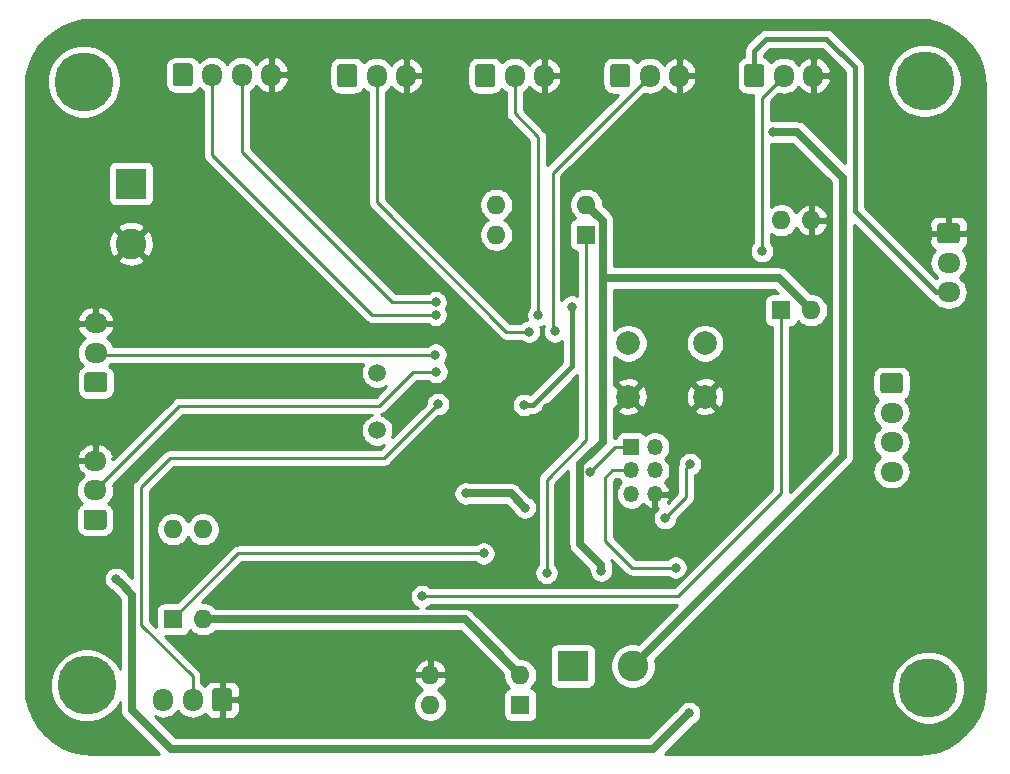
<source format=gbr>
%TF.GenerationSoftware,KiCad,Pcbnew,(5.1.8)-1*%
%TF.CreationDate,2021-09-25T16:30:51+01:00*%
%TF.ProjectId,dashboard mech press,64617368-626f-4617-9264-206d65636820,rev?*%
%TF.SameCoordinates,Original*%
%TF.FileFunction,Copper,L2,Bot*%
%TF.FilePolarity,Positive*%
%FSLAX46Y46*%
G04 Gerber Fmt 4.6, Leading zero omitted, Abs format (unit mm)*
G04 Created by KiCad (PCBNEW (5.1.8)-1) date 2021-09-25 16:30:51*
%MOMM*%
%LPD*%
G01*
G04 APERTURE LIST*
%TA.AperFunction,ComponentPad*%
%ADD10O,1.700000X1.950000*%
%TD*%
%TA.AperFunction,ComponentPad*%
%ADD11C,5.000000*%
%TD*%
%TA.AperFunction,ComponentPad*%
%ADD12O,1.950000X1.700000*%
%TD*%
%TA.AperFunction,ComponentPad*%
%ADD13C,1.500000*%
%TD*%
%TA.AperFunction,ComponentPad*%
%ADD14O,1.600000X1.600000*%
%TD*%
%TA.AperFunction,ComponentPad*%
%ADD15R,1.600000X1.600000*%
%TD*%
%TA.AperFunction,ComponentPad*%
%ADD16C,2.000000*%
%TD*%
%TA.AperFunction,ComponentPad*%
%ADD17C,2.600000*%
%TD*%
%TA.AperFunction,ComponentPad*%
%ADD18R,2.600000X2.600000*%
%TD*%
%TA.AperFunction,ComponentPad*%
%ADD19O,1.350000X1.350000*%
%TD*%
%TA.AperFunction,ComponentPad*%
%ADD20R,1.350000X1.350000*%
%TD*%
%TA.AperFunction,ViaPad*%
%ADD21C,0.800000*%
%TD*%
%TA.AperFunction,Conductor*%
%ADD22C,0.450000*%
%TD*%
%TA.AperFunction,Conductor*%
%ADD23C,0.700000*%
%TD*%
%TA.AperFunction,Conductor*%
%ADD24C,0.250000*%
%TD*%
%TA.AperFunction,Conductor*%
%ADD25C,0.254000*%
%TD*%
%TA.AperFunction,Conductor*%
%ADD26C,0.100000*%
%TD*%
G04 APERTURE END LIST*
D10*
%TO.P,J4,4*%
%TO.N,GND*%
X123197000Y-71501000D03*
%TO.P,J4,3*%
%TO.N,RX*%
X120697000Y-71501000D03*
%TO.P,J4,2*%
%TO.N,TX*%
X118197000Y-71501000D03*
%TO.P,J4,1*%
%TO.N,+5*%
%TA.AperFunction,ComponentPad*%
G36*
G01*
X114847000Y-72226000D02*
X114847000Y-70776000D01*
G75*
G02*
X115097000Y-70526000I250000J0D01*
G01*
X116297000Y-70526000D01*
G75*
G02*
X116547000Y-70776000I0J-250000D01*
G01*
X116547000Y-72226000D01*
G75*
G02*
X116297000Y-72476000I-250000J0D01*
G01*
X115097000Y-72476000D01*
G75*
G02*
X114847000Y-72226000I0J250000D01*
G01*
G37*
%TD.AperFunction*%
%TD*%
D11*
%TO.P,H4,1*%
%TO.N,N/C*%
X107569000Y-123190000D03*
%TD*%
%TO.P,H3,1*%
%TO.N,N/C*%
X107315000Y-72072500D03*
%TD*%
%TO.P,H2,1*%
%TO.N,N/C*%
X178816000Y-123380500D03*
%TD*%
%TO.P,H1,1*%
%TO.N,N/C*%
X178498500Y-72009000D03*
%TD*%
D10*
%TO.P,J14,3*%
%TO.N,GND*%
X134603500Y-71564500D03*
%TO.P,J14,2*%
%TO.N,AP5*%
X132103500Y-71564500D03*
%TO.P,J14,1*%
%TO.N,+5*%
%TA.AperFunction,ComponentPad*%
G36*
G01*
X128753500Y-72289500D02*
X128753500Y-70839500D01*
G75*
G02*
X129003500Y-70589500I250000J0D01*
G01*
X130203500Y-70589500D01*
G75*
G02*
X130453500Y-70839500I0J-250000D01*
G01*
X130453500Y-72289500D01*
G75*
G02*
X130203500Y-72539500I-250000J0D01*
G01*
X129003500Y-72539500D01*
G75*
G02*
X128753500Y-72289500I0J250000D01*
G01*
G37*
%TD.AperFunction*%
%TD*%
%TO.P,J13,3*%
%TO.N,+5*%
X114022500Y-124396500D03*
%TO.P,J13,2*%
%TO.N,DP5*%
X116522500Y-124396500D03*
%TO.P,J13,1*%
%TO.N,GND*%
%TA.AperFunction,ComponentPad*%
G36*
G01*
X119872500Y-123671500D02*
X119872500Y-125121500D01*
G75*
G02*
X119622500Y-125371500I-250000J0D01*
G01*
X118422500Y-125371500D01*
G75*
G02*
X118172500Y-125121500I0J250000D01*
G01*
X118172500Y-123671500D01*
G75*
G02*
X118422500Y-123421500I250000J0D01*
G01*
X119622500Y-123421500D01*
G75*
G02*
X119872500Y-123671500I0J-250000D01*
G01*
G37*
%TD.AperFunction*%
%TD*%
%TO.P,J12,3*%
%TO.N,GND*%
X146287500Y-71564500D03*
%TO.P,J12,2*%
%TO.N,AP4*%
X143787500Y-71564500D03*
%TO.P,J12,1*%
%TO.N,+5*%
%TA.AperFunction,ComponentPad*%
G36*
G01*
X140437500Y-72289500D02*
X140437500Y-70839500D01*
G75*
G02*
X140687500Y-70589500I250000J0D01*
G01*
X141887500Y-70589500D01*
G75*
G02*
X142137500Y-70839500I0J-250000D01*
G01*
X142137500Y-72289500D01*
G75*
G02*
X141887500Y-72539500I-250000J0D01*
G01*
X140687500Y-72539500D01*
G75*
G02*
X140437500Y-72289500I0J250000D01*
G01*
G37*
%TD.AperFunction*%
%TD*%
D12*
%TO.P,J11,3*%
%TO.N,GND*%
X108267500Y-104156500D03*
%TO.P,J11,2*%
%TO.N,DP4*%
X108267500Y-106656500D03*
%TO.P,J11,1*%
%TO.N,+5*%
%TA.AperFunction,ComponentPad*%
G36*
G01*
X108992500Y-110006500D02*
X107542500Y-110006500D01*
G75*
G02*
X107292500Y-109756500I0J250000D01*
G01*
X107292500Y-108556500D01*
G75*
G02*
X107542500Y-108306500I250000J0D01*
G01*
X108992500Y-108306500D01*
G75*
G02*
X109242500Y-108556500I0J-250000D01*
G01*
X109242500Y-109756500D01*
G75*
G02*
X108992500Y-110006500I-250000J0D01*
G01*
G37*
%TD.AperFunction*%
%TD*%
D10*
%TO.P,J10,3*%
%TO.N,GND*%
X157717500Y-71564500D03*
%TO.P,J10,2*%
%TO.N,AP3*%
X155217500Y-71564500D03*
%TO.P,J10,1*%
%TO.N,+5*%
%TA.AperFunction,ComponentPad*%
G36*
G01*
X151867500Y-72289500D02*
X151867500Y-70839500D01*
G75*
G02*
X152117500Y-70589500I250000J0D01*
G01*
X153317500Y-70589500D01*
G75*
G02*
X153567500Y-70839500I0J-250000D01*
G01*
X153567500Y-72289500D01*
G75*
G02*
X153317500Y-72539500I-250000J0D01*
G01*
X152117500Y-72539500D01*
G75*
G02*
X151867500Y-72289500I0J250000D01*
G01*
G37*
%TD.AperFunction*%
%TD*%
D12*
%TO.P,J9,3*%
%TO.N,GND*%
X108331000Y-92536000D03*
%TO.P,J9,2*%
%TO.N,DP3*%
X108331000Y-95036000D03*
%TO.P,J9,1*%
%TO.N,+5*%
%TA.AperFunction,ComponentPad*%
G36*
G01*
X109056000Y-98386000D02*
X107606000Y-98386000D01*
G75*
G02*
X107356000Y-98136000I0J250000D01*
G01*
X107356000Y-96936000D01*
G75*
G02*
X107606000Y-96686000I250000J0D01*
G01*
X109056000Y-96686000D01*
G75*
G02*
X109306000Y-96936000I0J-250000D01*
G01*
X109306000Y-98136000D01*
G75*
G02*
X109056000Y-98386000I-250000J0D01*
G01*
G37*
%TD.AperFunction*%
%TD*%
D10*
%TO.P,J8,3*%
%TO.N,GND*%
X169084000Y-71564500D03*
%TO.P,J8,2*%
%TO.N,AP2*%
X166584000Y-71564500D03*
%TO.P,J8,1*%
%TO.N,+5*%
%TA.AperFunction,ComponentPad*%
G36*
G01*
X163234000Y-72289500D02*
X163234000Y-70839500D01*
G75*
G02*
X163484000Y-70589500I250000J0D01*
G01*
X164684000Y-70589500D01*
G75*
G02*
X164934000Y-70839500I0J-250000D01*
G01*
X164934000Y-72289500D01*
G75*
G02*
X164684000Y-72539500I-250000J0D01*
G01*
X163484000Y-72539500D01*
G75*
G02*
X163234000Y-72289500I0J250000D01*
G01*
G37*
%TD.AperFunction*%
%TD*%
D12*
%TO.P,J5,3*%
%TO.N,+5*%
X180530500Y-89899500D03*
%TO.P,J5,2*%
%TO.N,AP1*%
X180530500Y-87399500D03*
%TO.P,J5,1*%
%TO.N,GND*%
%TA.AperFunction,ComponentPad*%
G36*
G01*
X179805500Y-84049500D02*
X181255500Y-84049500D01*
G75*
G02*
X181505500Y-84299500I0J-250000D01*
G01*
X181505500Y-85499500D01*
G75*
G02*
X181255500Y-85749500I-250000J0D01*
G01*
X179805500Y-85749500D01*
G75*
G02*
X179555500Y-85499500I0J250000D01*
G01*
X179555500Y-84299500D01*
G75*
G02*
X179805500Y-84049500I250000J0D01*
G01*
G37*
%TD.AperFunction*%
%TD*%
D13*
%TO.P,Y1,2*%
%TO.N,Net-(C3-Pad2)*%
X132143500Y-101590500D03*
%TO.P,Y1,1*%
%TO.N,Net-(C2-Pad2)*%
X132143500Y-96710500D03*
%TD*%
D14*
%TO.P,U5,4*%
%TO.N,Net-(Q4-Pad1)*%
X136652000Y-124841000D03*
%TO.P,U5,2*%
%TO.N,GNDPWR*%
X144272000Y-122301000D03*
%TO.P,U5,3*%
%TO.N,GND*%
X136652000Y-122301000D03*
D15*
%TO.P,U5,1*%
%TO.N,Net-(R5-Pad1)*%
X144272000Y-124841000D03*
%TD*%
D14*
%TO.P,U4,4*%
%TO.N,+24V*%
X114871500Y-109982000D03*
%TO.P,U4,2*%
%TO.N,GNDPWR*%
X117411500Y-117602000D03*
%TO.P,U4,3*%
%TO.N,Net-(Q3-Pad1)*%
X117411500Y-109982000D03*
D15*
%TO.P,U4,1*%
%TO.N,Net-(R4-Pad1)*%
X114871500Y-117602000D03*
%TD*%
D14*
%TO.P,U3,4*%
%TO.N,Net-(Q2-Pad1)*%
X166370000Y-83820000D03*
%TO.P,U3,2*%
%TO.N,GNDPWR*%
X168910000Y-91440000D03*
%TO.P,U3,3*%
%TO.N,GND*%
X168910000Y-83820000D03*
D15*
%TO.P,U3,1*%
%TO.N,Net-(R2-Pad1)*%
X166370000Y-91440000D03*
%TD*%
D14*
%TO.P,U2,4*%
%TO.N,+24V*%
X142240000Y-85026500D03*
%TO.P,U2,2*%
%TO.N,GNDPWR*%
X149860000Y-82486500D03*
%TO.P,U2,3*%
%TO.N,Net-(Q1-Pad1)*%
X142240000Y-82486500D03*
D15*
%TO.P,U2,1*%
%TO.N,Net-(R1-Pad1)*%
X149860000Y-85026500D03*
%TD*%
D16*
%TO.P,SW1,1*%
%TO.N,RST*%
X159916000Y-94234000D03*
%TO.P,SW1,2*%
%TO.N,GND*%
X159916000Y-98734000D03*
%TO.P,SW1,1*%
%TO.N,RST*%
X153416000Y-94234000D03*
%TO.P,SW1,2*%
%TO.N,GND*%
X153416000Y-98734000D03*
%TD*%
D12*
%TO.P,J6,4*%
%TO.N,X+*%
X175704500Y-105099500D03*
%TO.P,J6,3*%
%TO.N,Y+*%
X175704500Y-102599500D03*
%TO.P,J6,2*%
%TO.N,X-*%
X175704500Y-100099500D03*
%TO.P,J6,1*%
%TO.N,Y-*%
%TA.AperFunction,ComponentPad*%
G36*
G01*
X174979500Y-96749500D02*
X176429500Y-96749500D01*
G75*
G02*
X176679500Y-96999500I0J-250000D01*
G01*
X176679500Y-98199500D01*
G75*
G02*
X176429500Y-98449500I-250000J0D01*
G01*
X174979500Y-98449500D01*
G75*
G02*
X174729500Y-98199500I0J250000D01*
G01*
X174729500Y-96999500D01*
G75*
G02*
X174979500Y-96749500I250000J0D01*
G01*
G37*
%TD.AperFunction*%
%TD*%
D17*
%TO.P,J3,2*%
%TO.N,GND*%
X111315500Y-85788500D03*
D18*
%TO.P,J3,1*%
%TO.N,Net-(J3-Pad1)*%
X111315500Y-80708500D03*
%TD*%
D17*
%TO.P,J2,2*%
%TO.N,M+*%
X153797000Y-121539000D03*
D18*
%TO.P,J2,1*%
%TO.N,M-*%
X148717000Y-121539000D03*
%TD*%
D19*
%TO.P,J1,6*%
%TO.N,GND*%
X155670000Y-106997000D03*
%TO.P,J1,5*%
%TO.N,~SS*%
X153670000Y-106997000D03*
%TO.P,J1,4*%
%TO.N,MOSI*%
X155670000Y-104997000D03*
%TO.P,J1,3*%
%TO.N,CLK*%
X153670000Y-104997000D03*
%TO.P,J1,2*%
%TO.N,+5*%
X155670000Y-102997000D03*
D20*
%TO.P,J1,1*%
%TO.N,MISO*%
X153670000Y-102997000D03*
%TD*%
D21*
%TO.N,+5*%
X144587500Y-99439000D03*
X148653500Y-91122500D03*
%TO.N,GND*%
X135763000Y-105219500D03*
X153479500Y-109855000D03*
X168402000Y-103759000D03*
X173037500Y-109601000D03*
X146558000Y-99695000D03*
%TO.N,+24V*%
X110045500Y-114173000D03*
X158559500Y-125539500D03*
%TO.N,M+*%
X165686500Y-76342000D03*
%TO.N,M-*%
X139636500Y-106934000D03*
X144653000Y-108140500D03*
%TO.N,CLK*%
X157416500Y-113220500D03*
%TO.N,MISO*%
X150177500Y-105092500D03*
%TO.N,DP5*%
X137287000Y-99377500D03*
%TO.N,DP4*%
X137161500Y-96645500D03*
%TO.N,DP3*%
X137087500Y-95195500D03*
%TO.N,AP5*%
X145008500Y-93243500D03*
%TO.N,AP4*%
X145808500Y-91833500D03*
%TO.N,AP3*%
X147193000Y-93218000D03*
%TO.N,AP2*%
X164719000Y-86423500D03*
%TO.N,Net-(R1-Pad1)*%
X146494500Y-113665000D03*
%TO.N,Net-(R2-Pad1)*%
X135953500Y-115633500D03*
%TO.N,Net-(R4-Pad1)*%
X141160500Y-112014000D03*
%TO.N,INTERRUPT*%
X156527500Y-109029500D03*
X158623000Y-104457500D03*
%TO.N,GNDPWR*%
X151130000Y-113474500D03*
%TO.N,TX*%
X137096500Y-91821000D03*
%TO.N,RX*%
X137096500Y-90741500D03*
%TD*%
D22*
%TO.N,+5*%
X180530500Y-89899500D02*
X179434500Y-89899500D01*
X179434500Y-89899500D02*
X172593000Y-83058000D01*
X172593000Y-83058000D02*
X172593000Y-70866000D01*
X172593000Y-70866000D02*
X170180000Y-68453000D01*
X170180000Y-68453000D02*
X165100000Y-68453000D01*
X164084000Y-69469000D02*
X164084000Y-71564500D01*
X165100000Y-68453000D02*
X164084000Y-69469000D01*
X144587500Y-99439000D02*
X145353500Y-99439000D01*
X145353500Y-99439000D02*
X148653500Y-96139000D01*
X148653500Y-96139000D02*
X148653500Y-91122500D01*
X148653500Y-91122500D02*
X148653500Y-91122500D01*
D23*
%TO.N,+24V*%
X110045500Y-114173000D02*
X110519001Y-114646501D01*
X110519001Y-114646501D02*
X111379000Y-115506500D01*
X111379000Y-115506500D02*
X111379000Y-123716491D01*
X111379000Y-123716491D02*
X111379000Y-125285500D01*
X111379000Y-125285500D02*
X114681000Y-128587500D01*
X114681000Y-128587500D02*
X155511500Y-128587500D01*
X155511500Y-128587500D02*
X158559500Y-125539500D01*
X158559500Y-125539500D02*
X158559500Y-125539500D01*
%TO.N,M+*%
X171577000Y-103759000D02*
X153797000Y-121539000D01*
X171577000Y-80200500D02*
X171577000Y-103759000D01*
X167718500Y-76342000D02*
X171577000Y-80200500D01*
X165686500Y-76342000D02*
X167718500Y-76342000D01*
%TO.N,M-*%
X148463000Y-121285000D02*
X148717000Y-121539000D01*
X139636500Y-106934000D02*
X143446500Y-106934000D01*
X143446500Y-106934000D02*
X144653000Y-108140500D01*
X144653000Y-108140500D02*
X144653000Y-108140500D01*
D24*
%TO.N,CLK*%
X153670000Y-104997000D02*
X152051000Y-104997000D01*
X152051000Y-104997000D02*
X151447500Y-105600500D01*
X151447500Y-105600500D02*
X151447500Y-110934500D01*
X151447500Y-110934500D02*
X153733500Y-113220500D01*
X153733500Y-113220500D02*
X157416500Y-113220500D01*
X157416500Y-113220500D02*
X157416500Y-113220500D01*
%TO.N,MISO*%
X153670000Y-102997000D02*
X152273000Y-102997000D01*
X152273000Y-102997000D02*
X150177500Y-105092500D01*
X150177500Y-105092500D02*
X150177500Y-105092500D01*
%TO.N,DP5*%
X116522500Y-124396500D02*
X116522500Y-122428000D01*
X116522500Y-122428000D02*
X112141000Y-118046500D01*
X112141000Y-118046500D02*
X112141000Y-116586000D01*
X112141000Y-116586000D02*
X112141000Y-114173000D01*
X112141000Y-114173000D02*
X112141000Y-106426000D01*
X112141000Y-106426000D02*
X114617500Y-103949500D01*
X114617500Y-103949500D02*
X132715000Y-103949500D01*
X132715000Y-103949500D02*
X137287000Y-99377500D01*
X137287000Y-99377500D02*
X137287000Y-99377500D01*
%TO.N,DP4*%
X137161500Y-96645500D02*
X135193000Y-96645500D01*
X135193000Y-96645500D02*
X132334000Y-99504500D01*
X115419500Y-99504500D02*
X108267500Y-106656500D01*
X132334000Y-99504500D02*
X115419500Y-99504500D01*
%TO.N,DP3*%
X108490500Y-95195500D02*
X108331000Y-95036000D01*
X137087500Y-95195500D02*
X108490500Y-95195500D01*
%TO.N,AP5*%
X145008500Y-93243500D02*
X143091000Y-93243500D01*
X143091000Y-93243500D02*
X132143500Y-82296000D01*
X132143500Y-71604500D02*
X132103500Y-71564500D01*
X132143500Y-82296000D02*
X132143500Y-71604500D01*
%TO.N,AP4*%
X145808500Y-91833500D02*
X145808500Y-76784000D01*
X143787500Y-74763000D02*
X143787500Y-71564500D01*
X145808500Y-76784000D02*
X143787500Y-74763000D01*
%TO.N,AP3*%
X147002500Y-93027500D02*
X147193000Y-93218000D01*
X147002500Y-79779500D02*
X147002500Y-93027500D01*
X155217500Y-71564500D02*
X147002500Y-79779500D01*
%TO.N,AP2*%
X164719000Y-73429500D02*
X166584000Y-71564500D01*
X164719000Y-86423500D02*
X164719000Y-73429500D01*
%TO.N,Net-(R1-Pad1)*%
X146494500Y-105791000D02*
X146494500Y-113665000D01*
X149860000Y-102425500D02*
X146494500Y-105791000D01*
X149860000Y-85026500D02*
X149860000Y-102425500D01*
%TO.N,Net-(R2-Pad1)*%
X135953500Y-115633500D02*
X135890000Y-115633500D01*
X166370000Y-91440000D02*
X166370000Y-106870500D01*
X157607000Y-115633500D02*
X135953500Y-115633500D01*
X166370000Y-106870500D02*
X157607000Y-115633500D01*
%TO.N,Net-(R4-Pad1)*%
X114871500Y-117602000D02*
X114871500Y-117538500D01*
X114871500Y-117538500D02*
X120396000Y-112014000D01*
X120396000Y-112014000D02*
X141160500Y-112014000D01*
X141160500Y-112014000D02*
X141160500Y-112014000D01*
%TO.N,INTERRUPT*%
X156527500Y-109029500D02*
X158305500Y-107251500D01*
X158305500Y-107251500D02*
X158305500Y-104775000D01*
X158305500Y-104775000D02*
X158623000Y-104457500D01*
X158623000Y-104457500D02*
X158623000Y-104457500D01*
D23*
%TO.N,GNDPWR*%
X139573000Y-117602000D02*
X144272000Y-122301000D01*
X117411500Y-117602000D02*
X139573000Y-117602000D01*
X149860000Y-82486500D02*
X151257000Y-83883500D01*
X149327499Y-104482001D02*
X149327499Y-111227499D01*
X151257000Y-102552500D02*
X149327499Y-104482001D01*
X149327499Y-111227499D02*
X151130000Y-113030000D01*
X151130000Y-113030000D02*
X151130000Y-113474500D01*
X151130000Y-113474500D02*
X151130000Y-113474500D01*
X151257000Y-88709500D02*
X166179500Y-88709500D01*
X151257000Y-83883500D02*
X151257000Y-88709500D01*
X166179500Y-88709500D02*
X168910000Y-91440000D01*
X151257000Y-88709500D02*
X151257000Y-102552500D01*
D24*
%TO.N,TX*%
X137096500Y-91821000D02*
X131699000Y-91821000D01*
X118197000Y-78319000D02*
X118197000Y-71501000D01*
X131699000Y-91821000D02*
X118197000Y-78319000D01*
%TO.N,RX*%
X137096500Y-90741500D02*
X133413500Y-90741500D01*
X120697000Y-78025000D02*
X120697000Y-71501000D01*
X133413500Y-90741500D02*
X120697000Y-78025000D01*
%TD*%
D25*
%TO.N,GND*%
X178816791Y-66899068D02*
X179684678Y-67107430D01*
X180509275Y-67448989D01*
X181270299Y-67915345D01*
X181948994Y-68495006D01*
X182528655Y-69173701D01*
X182995009Y-69934720D01*
X183336570Y-70759322D01*
X183544931Y-71627207D01*
X183617000Y-72542926D01*
X183617001Y-123291061D01*
X183544931Y-124206793D01*
X183336570Y-125074678D01*
X182995009Y-125899280D01*
X182528655Y-126660299D01*
X181948994Y-127338994D01*
X181270299Y-127918655D01*
X180509275Y-128385011D01*
X179684678Y-128726570D01*
X178816791Y-128934932D01*
X177901074Y-129007000D01*
X156485000Y-129007000D01*
X159025071Y-126466930D01*
X159049756Y-126456705D01*
X159219274Y-126343437D01*
X159363437Y-126199274D01*
X159476705Y-126029756D01*
X159554726Y-125841398D01*
X159594500Y-125641439D01*
X159594500Y-125437561D01*
X159554726Y-125237602D01*
X159476705Y-125049244D01*
X159363437Y-124879726D01*
X159219274Y-124735563D01*
X159049756Y-124622295D01*
X158861398Y-124544274D01*
X158661439Y-124504500D01*
X158457561Y-124504500D01*
X158257602Y-124544274D01*
X158069244Y-124622295D01*
X157899726Y-124735563D01*
X157755563Y-124879726D01*
X157642295Y-125049244D01*
X157632070Y-125073929D01*
X155103500Y-127602500D01*
X115089000Y-127602500D01*
X113312114Y-125825614D01*
X113451466Y-125900099D01*
X113731389Y-125985013D01*
X114022500Y-126013685D01*
X114313610Y-125985013D01*
X114593533Y-125900099D01*
X114851513Y-125762206D01*
X115077634Y-125576634D01*
X115263206Y-125350514D01*
X115272500Y-125333126D01*
X115281794Y-125350513D01*
X115467366Y-125576634D01*
X115693486Y-125762206D01*
X115951466Y-125900099D01*
X116231389Y-125985013D01*
X116522500Y-126013685D01*
X116813610Y-125985013D01*
X117093533Y-125900099D01*
X117351513Y-125762206D01*
X117572445Y-125580892D01*
X117582998Y-125615680D01*
X117641963Y-125725994D01*
X117721315Y-125822685D01*
X117818006Y-125902037D01*
X117928320Y-125961002D01*
X118048018Y-125997312D01*
X118172500Y-126009572D01*
X118736750Y-126006500D01*
X118895500Y-125847750D01*
X118895500Y-124523500D01*
X119149500Y-124523500D01*
X119149500Y-125847750D01*
X119308250Y-126006500D01*
X119872500Y-126009572D01*
X119996982Y-125997312D01*
X120116680Y-125961002D01*
X120226994Y-125902037D01*
X120323685Y-125822685D01*
X120403037Y-125725994D01*
X120462002Y-125615680D01*
X120498312Y-125495982D01*
X120510572Y-125371500D01*
X120507578Y-124699665D01*
X135217000Y-124699665D01*
X135217000Y-124982335D01*
X135272147Y-125259574D01*
X135380320Y-125520727D01*
X135537363Y-125755759D01*
X135737241Y-125955637D01*
X135972273Y-126112680D01*
X136233426Y-126220853D01*
X136510665Y-126276000D01*
X136793335Y-126276000D01*
X137070574Y-126220853D01*
X137331727Y-126112680D01*
X137566759Y-125955637D01*
X137766637Y-125755759D01*
X137923680Y-125520727D01*
X138031853Y-125259574D01*
X138087000Y-124982335D01*
X138087000Y-124699665D01*
X138031853Y-124422426D01*
X137923680Y-124161273D01*
X137766637Y-123926241D01*
X137566759Y-123726363D01*
X137331727Y-123569320D01*
X137321135Y-123564933D01*
X137507131Y-123453385D01*
X137715519Y-123264414D01*
X137883037Y-123038420D01*
X138003246Y-122784087D01*
X138043904Y-122650039D01*
X137921915Y-122428000D01*
X136779000Y-122428000D01*
X136779000Y-122448000D01*
X136525000Y-122448000D01*
X136525000Y-122428000D01*
X135382085Y-122428000D01*
X135260096Y-122650039D01*
X135300754Y-122784087D01*
X135420963Y-123038420D01*
X135588481Y-123264414D01*
X135796869Y-123453385D01*
X135982865Y-123564933D01*
X135972273Y-123569320D01*
X135737241Y-123726363D01*
X135537363Y-123926241D01*
X135380320Y-124161273D01*
X135272147Y-124422426D01*
X135217000Y-124699665D01*
X120507578Y-124699665D01*
X120507500Y-124682250D01*
X120348750Y-124523500D01*
X119149500Y-124523500D01*
X118895500Y-124523500D01*
X118875500Y-124523500D01*
X118875500Y-124269500D01*
X118895500Y-124269500D01*
X118895500Y-122945250D01*
X119149500Y-122945250D01*
X119149500Y-124269500D01*
X120348750Y-124269500D01*
X120507500Y-124110750D01*
X120510572Y-123421500D01*
X120498312Y-123297018D01*
X120462002Y-123177320D01*
X120403037Y-123067006D01*
X120323685Y-122970315D01*
X120226994Y-122890963D01*
X120116680Y-122831998D01*
X119996982Y-122795688D01*
X119872500Y-122783428D01*
X119308250Y-122786500D01*
X119149500Y-122945250D01*
X118895500Y-122945250D01*
X118736750Y-122786500D01*
X118172500Y-122783428D01*
X118048018Y-122795688D01*
X117928320Y-122831998D01*
X117818006Y-122890963D01*
X117721315Y-122970315D01*
X117641963Y-123067006D01*
X117582998Y-123177320D01*
X117572445Y-123212108D01*
X117351514Y-123030794D01*
X117282500Y-122993905D01*
X117282500Y-122465325D01*
X117286176Y-122428000D01*
X117282500Y-122390675D01*
X117282500Y-122390667D01*
X117271503Y-122279014D01*
X117228046Y-122135753D01*
X117157474Y-122003724D01*
X117114994Y-121951961D01*
X135260096Y-121951961D01*
X135382085Y-122174000D01*
X136525000Y-122174000D01*
X136525000Y-121030376D01*
X136779000Y-121030376D01*
X136779000Y-122174000D01*
X137921915Y-122174000D01*
X138043904Y-121951961D01*
X138003246Y-121817913D01*
X137883037Y-121563580D01*
X137715519Y-121337586D01*
X137507131Y-121148615D01*
X137265881Y-121003930D01*
X137001040Y-120909091D01*
X136779000Y-121030376D01*
X136525000Y-121030376D01*
X136302960Y-120909091D01*
X136038119Y-121003930D01*
X135796869Y-121148615D01*
X135588481Y-121337586D01*
X135420963Y-121563580D01*
X135300754Y-121817913D01*
X135260096Y-121951961D01*
X117114994Y-121951961D01*
X117062501Y-121887999D01*
X117033503Y-121864201D01*
X114209373Y-119040072D01*
X115671500Y-119040072D01*
X115795982Y-119027812D01*
X115915680Y-118991502D01*
X116025994Y-118932537D01*
X116122685Y-118853185D01*
X116202037Y-118756494D01*
X116261002Y-118646180D01*
X116297312Y-118526482D01*
X116298143Y-118518039D01*
X116496741Y-118716637D01*
X116731773Y-118873680D01*
X116992926Y-118981853D01*
X117270165Y-119037000D01*
X117552835Y-119037000D01*
X117830074Y-118981853D01*
X118091227Y-118873680D01*
X118326259Y-118716637D01*
X118455896Y-118587000D01*
X139165000Y-118587000D01*
X142837000Y-122259001D01*
X142837000Y-122442335D01*
X142892147Y-122719574D01*
X143000320Y-122980727D01*
X143157363Y-123215759D01*
X143355961Y-123414357D01*
X143347518Y-123415188D01*
X143227820Y-123451498D01*
X143117506Y-123510463D01*
X143020815Y-123589815D01*
X142941463Y-123686506D01*
X142882498Y-123796820D01*
X142846188Y-123916518D01*
X142833928Y-124041000D01*
X142833928Y-125641000D01*
X142846188Y-125765482D01*
X142882498Y-125885180D01*
X142941463Y-125995494D01*
X143020815Y-126092185D01*
X143117506Y-126171537D01*
X143227820Y-126230502D01*
X143347518Y-126266812D01*
X143472000Y-126279072D01*
X145072000Y-126279072D01*
X145196482Y-126266812D01*
X145316180Y-126230502D01*
X145426494Y-126171537D01*
X145523185Y-126092185D01*
X145602537Y-125995494D01*
X145661502Y-125885180D01*
X145697812Y-125765482D01*
X145710072Y-125641000D01*
X145710072Y-124041000D01*
X145697812Y-123916518D01*
X145661502Y-123796820D01*
X145602537Y-123686506D01*
X145523185Y-123589815D01*
X145426494Y-123510463D01*
X145316180Y-123451498D01*
X145196482Y-123415188D01*
X145188039Y-123414357D01*
X145386637Y-123215759D01*
X145543680Y-122980727D01*
X145651853Y-122719574D01*
X145707000Y-122442335D01*
X145707000Y-122159665D01*
X145651853Y-121882426D01*
X145543680Y-121621273D01*
X145386637Y-121386241D01*
X145186759Y-121186363D01*
X144951727Y-121029320D01*
X144690574Y-120921147D01*
X144413335Y-120866000D01*
X144230001Y-120866000D01*
X143603001Y-120239000D01*
X146778928Y-120239000D01*
X146778928Y-122839000D01*
X146791188Y-122963482D01*
X146827498Y-123083180D01*
X146886463Y-123193494D01*
X146965815Y-123290185D01*
X147062506Y-123369537D01*
X147172820Y-123428502D01*
X147292518Y-123464812D01*
X147417000Y-123477072D01*
X150017000Y-123477072D01*
X150141482Y-123464812D01*
X150261180Y-123428502D01*
X150371494Y-123369537D01*
X150468185Y-123290185D01*
X150547537Y-123193494D01*
X150606502Y-123083180D01*
X150642812Y-122963482D01*
X150655072Y-122839000D01*
X150655072Y-120239000D01*
X150642812Y-120114518D01*
X150606502Y-119994820D01*
X150547537Y-119884506D01*
X150468185Y-119787815D01*
X150371494Y-119708463D01*
X150261180Y-119649498D01*
X150141482Y-119613188D01*
X150017000Y-119600928D01*
X147417000Y-119600928D01*
X147292518Y-119613188D01*
X147172820Y-119649498D01*
X147062506Y-119708463D01*
X146965815Y-119787815D01*
X146886463Y-119884506D01*
X146827498Y-119994820D01*
X146791188Y-120114518D01*
X146778928Y-120239000D01*
X143603001Y-120239000D01*
X140303716Y-116939716D01*
X140272870Y-116902130D01*
X140122884Y-116779040D01*
X139951767Y-116687576D01*
X139766094Y-116631253D01*
X139621380Y-116617000D01*
X139573000Y-116612235D01*
X139524620Y-116617000D01*
X136283707Y-116617000D01*
X136443756Y-116550705D01*
X136613274Y-116437437D01*
X136657211Y-116393500D01*
X157549500Y-116393500D01*
X154280696Y-119662304D01*
X153987581Y-119604000D01*
X153606419Y-119604000D01*
X153232581Y-119678361D01*
X152880434Y-119824225D01*
X152563509Y-120035987D01*
X152293987Y-120305509D01*
X152082225Y-120622434D01*
X151936361Y-120974581D01*
X151862000Y-121348419D01*
X151862000Y-121729581D01*
X151936361Y-122103419D01*
X152082225Y-122455566D01*
X152293987Y-122772491D01*
X152563509Y-123042013D01*
X152880434Y-123253775D01*
X153232581Y-123399639D01*
X153606419Y-123474000D01*
X153987581Y-123474000D01*
X154361419Y-123399639D01*
X154713566Y-123253775D01*
X154986017Y-123071729D01*
X175681000Y-123071729D01*
X175681000Y-123689271D01*
X175801476Y-124294946D01*
X176037799Y-124865479D01*
X176380886Y-125378946D01*
X176817554Y-125815614D01*
X177331021Y-126158701D01*
X177901554Y-126395024D01*
X178507229Y-126515500D01*
X179124771Y-126515500D01*
X179730446Y-126395024D01*
X180300979Y-126158701D01*
X180814446Y-125815614D01*
X181251114Y-125378946D01*
X181594201Y-124865479D01*
X181830524Y-124294946D01*
X181951000Y-123689271D01*
X181951000Y-123071729D01*
X181830524Y-122466054D01*
X181594201Y-121895521D01*
X181251114Y-121382054D01*
X180814446Y-120945386D01*
X180300979Y-120602299D01*
X179730446Y-120365976D01*
X179124771Y-120245500D01*
X178507229Y-120245500D01*
X177901554Y-120365976D01*
X177331021Y-120602299D01*
X176817554Y-120945386D01*
X176380886Y-121382054D01*
X176037799Y-121895521D01*
X175801476Y-122466054D01*
X175681000Y-123071729D01*
X154986017Y-123071729D01*
X155030491Y-123042013D01*
X155300013Y-122772491D01*
X155511775Y-122455566D01*
X155657639Y-122103419D01*
X155732000Y-121729581D01*
X155732000Y-121348419D01*
X155673696Y-121055304D01*
X172239284Y-104489716D01*
X172276870Y-104458870D01*
X172399960Y-104308884D01*
X172491424Y-104137767D01*
X172547747Y-103952094D01*
X172562000Y-103807380D01*
X172566765Y-103759001D01*
X172562000Y-103710621D01*
X172562000Y-100099500D01*
X174087315Y-100099500D01*
X174115987Y-100390611D01*
X174200901Y-100670534D01*
X174338794Y-100928514D01*
X174524366Y-101154634D01*
X174750486Y-101340206D01*
X174767874Y-101349500D01*
X174750486Y-101358794D01*
X174524366Y-101544366D01*
X174338794Y-101770486D01*
X174200901Y-102028466D01*
X174115987Y-102308389D01*
X174087315Y-102599500D01*
X174115987Y-102890611D01*
X174200901Y-103170534D01*
X174338794Y-103428514D01*
X174524366Y-103654634D01*
X174750486Y-103840206D01*
X174767874Y-103849500D01*
X174750486Y-103858794D01*
X174524366Y-104044366D01*
X174338794Y-104270486D01*
X174200901Y-104528466D01*
X174115987Y-104808389D01*
X174087315Y-105099500D01*
X174115987Y-105390611D01*
X174200901Y-105670534D01*
X174338794Y-105928514D01*
X174524366Y-106154634D01*
X174750486Y-106340206D01*
X175008466Y-106478099D01*
X175288389Y-106563013D01*
X175506550Y-106584500D01*
X175902450Y-106584500D01*
X176120611Y-106563013D01*
X176400534Y-106478099D01*
X176658514Y-106340206D01*
X176884634Y-106154634D01*
X177070206Y-105928514D01*
X177208099Y-105670534D01*
X177293013Y-105390611D01*
X177321685Y-105099500D01*
X177293013Y-104808389D01*
X177208099Y-104528466D01*
X177070206Y-104270486D01*
X176884634Y-104044366D01*
X176658514Y-103858794D01*
X176641126Y-103849500D01*
X176658514Y-103840206D01*
X176884634Y-103654634D01*
X177070206Y-103428514D01*
X177208099Y-103170534D01*
X177293013Y-102890611D01*
X177321685Y-102599500D01*
X177293013Y-102308389D01*
X177208099Y-102028466D01*
X177070206Y-101770486D01*
X176884634Y-101544366D01*
X176658514Y-101358794D01*
X176641126Y-101349500D01*
X176658514Y-101340206D01*
X176884634Y-101154634D01*
X177070206Y-100928514D01*
X177208099Y-100670534D01*
X177293013Y-100390611D01*
X177321685Y-100099500D01*
X177293013Y-99808389D01*
X177208099Y-99528466D01*
X177070206Y-99270486D01*
X176884634Y-99044366D01*
X176821163Y-98992277D01*
X176922886Y-98937905D01*
X177057462Y-98827462D01*
X177167905Y-98692886D01*
X177249972Y-98539350D01*
X177300508Y-98372754D01*
X177317572Y-98199500D01*
X177317572Y-96999500D01*
X177300508Y-96826246D01*
X177249972Y-96659650D01*
X177167905Y-96506114D01*
X177057462Y-96371538D01*
X176922886Y-96261095D01*
X176769350Y-96179028D01*
X176602754Y-96128492D01*
X176429500Y-96111428D01*
X174979500Y-96111428D01*
X174806246Y-96128492D01*
X174639650Y-96179028D01*
X174486114Y-96261095D01*
X174351538Y-96371538D01*
X174241095Y-96506114D01*
X174159028Y-96659650D01*
X174108492Y-96826246D01*
X174091428Y-96999500D01*
X174091428Y-98199500D01*
X174108492Y-98372754D01*
X174159028Y-98539350D01*
X174241095Y-98692886D01*
X174351538Y-98827462D01*
X174486114Y-98937905D01*
X174587837Y-98992277D01*
X174524366Y-99044366D01*
X174338794Y-99270486D01*
X174200901Y-99528466D01*
X174115987Y-99808389D01*
X174087315Y-100099500D01*
X172562000Y-100099500D01*
X172562000Y-84243223D01*
X178796517Y-90477741D01*
X178823446Y-90510554D01*
X178954398Y-90618024D01*
X179103800Y-90697881D01*
X179157055Y-90714035D01*
X179164794Y-90728514D01*
X179350366Y-90954634D01*
X179576486Y-91140206D01*
X179834466Y-91278099D01*
X180114389Y-91363013D01*
X180332550Y-91384500D01*
X180728450Y-91384500D01*
X180946611Y-91363013D01*
X181226534Y-91278099D01*
X181484514Y-91140206D01*
X181710634Y-90954634D01*
X181896206Y-90728514D01*
X182034099Y-90470534D01*
X182119013Y-90190611D01*
X182147685Y-89899500D01*
X182119013Y-89608389D01*
X182034099Y-89328466D01*
X181896206Y-89070486D01*
X181710634Y-88844366D01*
X181484514Y-88658794D01*
X181467126Y-88649500D01*
X181484514Y-88640206D01*
X181710634Y-88454634D01*
X181896206Y-88228514D01*
X182034099Y-87970534D01*
X182119013Y-87690611D01*
X182147685Y-87399500D01*
X182119013Y-87108389D01*
X182034099Y-86828466D01*
X181896206Y-86570486D01*
X181714892Y-86349555D01*
X181749680Y-86339002D01*
X181859994Y-86280037D01*
X181956685Y-86200685D01*
X182036037Y-86103994D01*
X182095002Y-85993680D01*
X182131312Y-85873982D01*
X182143572Y-85749500D01*
X182140500Y-85185250D01*
X181981750Y-85026500D01*
X180657500Y-85026500D01*
X180657500Y-85046500D01*
X180403500Y-85046500D01*
X180403500Y-85026500D01*
X179079250Y-85026500D01*
X178920500Y-85185250D01*
X178917428Y-85749500D01*
X178929688Y-85873982D01*
X178965998Y-85993680D01*
X179024963Y-86103994D01*
X179104315Y-86200685D01*
X179201006Y-86280037D01*
X179311320Y-86339002D01*
X179346108Y-86349555D01*
X179164794Y-86570486D01*
X179026901Y-86828466D01*
X178941987Y-87108389D01*
X178913315Y-87399500D01*
X178941987Y-87690611D01*
X179026901Y-87970534D01*
X179164794Y-88228514D01*
X179350366Y-88454634D01*
X179576486Y-88640206D01*
X179593874Y-88649500D01*
X179576486Y-88658794D01*
X179485054Y-88733830D01*
X174800724Y-84049500D01*
X178917428Y-84049500D01*
X178920500Y-84613750D01*
X179079250Y-84772500D01*
X180403500Y-84772500D01*
X180403500Y-83573250D01*
X180657500Y-83573250D01*
X180657500Y-84772500D01*
X181981750Y-84772500D01*
X182140500Y-84613750D01*
X182143572Y-84049500D01*
X182131312Y-83925018D01*
X182095002Y-83805320D01*
X182036037Y-83695006D01*
X181956685Y-83598315D01*
X181859994Y-83518963D01*
X181749680Y-83459998D01*
X181629982Y-83423688D01*
X181505500Y-83411428D01*
X180816250Y-83414500D01*
X180657500Y-83573250D01*
X180403500Y-83573250D01*
X180244750Y-83414500D01*
X179555500Y-83411428D01*
X179431018Y-83423688D01*
X179311320Y-83459998D01*
X179201006Y-83518963D01*
X179104315Y-83598315D01*
X179024963Y-83695006D01*
X178965998Y-83805320D01*
X178929688Y-83925018D01*
X178917428Y-84049500D01*
X174800724Y-84049500D01*
X173453000Y-82701777D01*
X173453000Y-71700229D01*
X175363500Y-71700229D01*
X175363500Y-72317771D01*
X175483976Y-72923446D01*
X175720299Y-73493979D01*
X176063386Y-74007446D01*
X176500054Y-74444114D01*
X177013521Y-74787201D01*
X177584054Y-75023524D01*
X178189729Y-75144000D01*
X178807271Y-75144000D01*
X179412946Y-75023524D01*
X179983479Y-74787201D01*
X180496946Y-74444114D01*
X180933614Y-74007446D01*
X181276701Y-73493979D01*
X181513024Y-72923446D01*
X181633500Y-72317771D01*
X181633500Y-71700229D01*
X181513024Y-71094554D01*
X181276701Y-70524021D01*
X180933614Y-70010554D01*
X180496946Y-69573886D01*
X179983479Y-69230799D01*
X179412946Y-68994476D01*
X178807271Y-68874000D01*
X178189729Y-68874000D01*
X177584054Y-68994476D01*
X177013521Y-69230799D01*
X176500054Y-69573886D01*
X176063386Y-70010554D01*
X175720299Y-70524021D01*
X175483976Y-71094554D01*
X175363500Y-71700229D01*
X173453000Y-71700229D01*
X173453000Y-70908238D01*
X173457160Y-70865999D01*
X173453000Y-70823760D01*
X173453000Y-70823754D01*
X173440556Y-70697411D01*
X173440556Y-70697409D01*
X173414188Y-70610486D01*
X173391381Y-70535300D01*
X173311524Y-70385898D01*
X173204054Y-70254946D01*
X173171241Y-70228017D01*
X170817988Y-67874765D01*
X170791054Y-67841946D01*
X170660102Y-67734476D01*
X170510700Y-67654619D01*
X170348589Y-67605444D01*
X170222246Y-67593000D01*
X170222239Y-67593000D01*
X170180000Y-67588840D01*
X170137761Y-67593000D01*
X165142239Y-67593000D01*
X165100000Y-67588840D01*
X165057761Y-67593000D01*
X165057754Y-67593000D01*
X164946975Y-67603911D01*
X164931410Y-67605444D01*
X164882235Y-67620361D01*
X164769300Y-67654619D01*
X164619898Y-67734476D01*
X164619896Y-67734477D01*
X164619897Y-67734477D01*
X164529849Y-67808378D01*
X164488946Y-67841946D01*
X164462016Y-67874760D01*
X163505765Y-68831012D01*
X163472946Y-68857946D01*
X163365476Y-68988899D01*
X163285619Y-69138301D01*
X163262899Y-69213200D01*
X163240685Y-69286432D01*
X163236444Y-69300412D01*
X163224000Y-69426755D01*
X163224000Y-69426761D01*
X163219840Y-69469000D01*
X163224000Y-69511239D01*
X163224000Y-69994806D01*
X163144150Y-70019028D01*
X162990614Y-70101095D01*
X162856038Y-70211538D01*
X162745595Y-70346114D01*
X162663528Y-70499650D01*
X162612992Y-70666246D01*
X162595928Y-70839500D01*
X162595928Y-72289500D01*
X162612992Y-72462754D01*
X162663528Y-72629350D01*
X162745595Y-72782886D01*
X162856038Y-72917462D01*
X162990614Y-73027905D01*
X163144150Y-73109972D01*
X163310746Y-73160508D01*
X163484000Y-73177572D01*
X164001224Y-73177572D01*
X163969998Y-73280515D01*
X163955324Y-73429500D01*
X163959001Y-73466832D01*
X163959000Y-85719789D01*
X163915063Y-85763726D01*
X163801795Y-85933244D01*
X163723774Y-86121602D01*
X163684000Y-86321561D01*
X163684000Y-86525439D01*
X163723774Y-86725398D01*
X163801795Y-86913756D01*
X163915063Y-87083274D01*
X164059226Y-87227437D01*
X164228744Y-87340705D01*
X164417102Y-87418726D01*
X164617061Y-87458500D01*
X164820939Y-87458500D01*
X165020898Y-87418726D01*
X165209256Y-87340705D01*
X165378774Y-87227437D01*
X165522937Y-87083274D01*
X165636205Y-86913756D01*
X165714226Y-86725398D01*
X165754000Y-86525439D01*
X165754000Y-86321561D01*
X165714226Y-86121602D01*
X165636205Y-85933244D01*
X165522937Y-85763726D01*
X165479000Y-85719789D01*
X165479000Y-84950512D01*
X165690273Y-85091680D01*
X165951426Y-85199853D01*
X166228665Y-85255000D01*
X166511335Y-85255000D01*
X166788574Y-85199853D01*
X167049727Y-85091680D01*
X167284759Y-84934637D01*
X167484637Y-84734759D01*
X167641680Y-84499727D01*
X167646067Y-84489135D01*
X167757615Y-84675131D01*
X167946586Y-84883519D01*
X168172580Y-85051037D01*
X168426913Y-85171246D01*
X168560961Y-85211904D01*
X168783000Y-85089915D01*
X168783000Y-83947000D01*
X169037000Y-83947000D01*
X169037000Y-85089915D01*
X169259039Y-85211904D01*
X169393087Y-85171246D01*
X169647420Y-85051037D01*
X169873414Y-84883519D01*
X170062385Y-84675131D01*
X170207070Y-84433881D01*
X170301909Y-84169040D01*
X170180624Y-83947000D01*
X169037000Y-83947000D01*
X168783000Y-83947000D01*
X168763000Y-83947000D01*
X168763000Y-83693000D01*
X168783000Y-83693000D01*
X168783000Y-82550085D01*
X169037000Y-82550085D01*
X169037000Y-83693000D01*
X170180624Y-83693000D01*
X170301909Y-83470960D01*
X170207070Y-83206119D01*
X170062385Y-82964869D01*
X169873414Y-82756481D01*
X169647420Y-82588963D01*
X169393087Y-82468754D01*
X169259039Y-82428096D01*
X169037000Y-82550085D01*
X168783000Y-82550085D01*
X168560961Y-82428096D01*
X168426913Y-82468754D01*
X168172580Y-82588963D01*
X167946586Y-82756481D01*
X167757615Y-82964869D01*
X167646067Y-83150865D01*
X167641680Y-83140273D01*
X167484637Y-82905241D01*
X167284759Y-82705363D01*
X167049727Y-82548320D01*
X166788574Y-82440147D01*
X166511335Y-82385000D01*
X166228665Y-82385000D01*
X165951426Y-82440147D01*
X165690273Y-82548320D01*
X165479000Y-82689488D01*
X165479000Y-77356003D01*
X165584561Y-77377000D01*
X165788439Y-77377000D01*
X165988398Y-77337226D01*
X166013086Y-77327000D01*
X167310500Y-77327000D01*
X170592000Y-80608500D01*
X170592001Y-103350999D01*
X167130000Y-106813000D01*
X167130000Y-92878072D01*
X167170000Y-92878072D01*
X167294482Y-92865812D01*
X167414180Y-92829502D01*
X167524494Y-92770537D01*
X167621185Y-92691185D01*
X167700537Y-92594494D01*
X167759502Y-92484180D01*
X167795812Y-92364482D01*
X167796643Y-92356039D01*
X167995241Y-92554637D01*
X168230273Y-92711680D01*
X168491426Y-92819853D01*
X168768665Y-92875000D01*
X169051335Y-92875000D01*
X169328574Y-92819853D01*
X169589727Y-92711680D01*
X169824759Y-92554637D01*
X170024637Y-92354759D01*
X170181680Y-92119727D01*
X170289853Y-91858574D01*
X170345000Y-91581335D01*
X170345000Y-91298665D01*
X170289853Y-91021426D01*
X170181680Y-90760273D01*
X170024637Y-90525241D01*
X169824759Y-90325363D01*
X169589727Y-90168320D01*
X169328574Y-90060147D01*
X169051335Y-90005000D01*
X168868000Y-90005000D01*
X166910216Y-88047216D01*
X166879370Y-88009630D01*
X166729384Y-87886540D01*
X166558267Y-87795076D01*
X166372594Y-87738753D01*
X166227880Y-87724500D01*
X166179500Y-87719735D01*
X166131120Y-87724500D01*
X152242000Y-87724500D01*
X152242000Y-83931879D01*
X152246765Y-83883499D01*
X152227747Y-83690405D01*
X152211316Y-83636239D01*
X152171424Y-83504733D01*
X152079960Y-83333616D01*
X151956870Y-83183630D01*
X151919284Y-83152784D01*
X151295000Y-82528500D01*
X151295000Y-82345165D01*
X151239853Y-82067926D01*
X151131680Y-81806773D01*
X150974637Y-81571741D01*
X150774759Y-81371863D01*
X150539727Y-81214820D01*
X150278574Y-81106647D01*
X150001335Y-81051500D01*
X149718665Y-81051500D01*
X149441426Y-81106647D01*
X149180273Y-81214820D01*
X148945241Y-81371863D01*
X148745363Y-81571741D01*
X148588320Y-81806773D01*
X148480147Y-82067926D01*
X148425000Y-82345165D01*
X148425000Y-82627835D01*
X148480147Y-82905074D01*
X148588320Y-83166227D01*
X148745363Y-83401259D01*
X148943961Y-83599857D01*
X148935518Y-83600688D01*
X148815820Y-83636998D01*
X148705506Y-83695963D01*
X148608815Y-83775315D01*
X148529463Y-83872006D01*
X148470498Y-83982320D01*
X148434188Y-84102018D01*
X148421928Y-84226500D01*
X148421928Y-85826500D01*
X148434188Y-85950982D01*
X148470498Y-86070680D01*
X148529463Y-86180994D01*
X148608815Y-86277685D01*
X148705506Y-86357037D01*
X148815820Y-86416002D01*
X148935518Y-86452312D01*
X149060000Y-86464572D01*
X149100000Y-86464572D01*
X149100000Y-90187171D01*
X148955398Y-90127274D01*
X148755439Y-90087500D01*
X148551561Y-90087500D01*
X148351602Y-90127274D01*
X148163244Y-90205295D01*
X147993726Y-90318563D01*
X147849563Y-90462726D01*
X147762500Y-90593025D01*
X147762500Y-80094301D01*
X154755599Y-73101204D01*
X154926390Y-73153013D01*
X155217500Y-73181685D01*
X155508611Y-73153013D01*
X155788534Y-73068099D01*
X156046514Y-72930206D01*
X156272634Y-72744634D01*
X156458206Y-72518514D01*
X156471962Y-72492778D01*
X156628451Y-72698929D01*
X156846307Y-72891996D01*
X157097642Y-73038852D01*
X157360610Y-73130976D01*
X157590500Y-73009655D01*
X157590500Y-71691500D01*
X157844500Y-71691500D01*
X157844500Y-73009655D01*
X158074390Y-73130976D01*
X158337358Y-73038852D01*
X158588693Y-72891996D01*
X158806549Y-72698929D01*
X158982553Y-72467070D01*
X159109942Y-72205330D01*
X159183820Y-71923767D01*
X159043665Y-71691500D01*
X157844500Y-71691500D01*
X157590500Y-71691500D01*
X157570500Y-71691500D01*
X157570500Y-71437500D01*
X157590500Y-71437500D01*
X157590500Y-70119345D01*
X157844500Y-70119345D01*
X157844500Y-71437500D01*
X159043665Y-71437500D01*
X159183820Y-71205233D01*
X159109942Y-70923670D01*
X158982553Y-70661930D01*
X158806549Y-70430071D01*
X158588693Y-70237004D01*
X158337358Y-70090148D01*
X158074390Y-69998024D01*
X157844500Y-70119345D01*
X157590500Y-70119345D01*
X157360610Y-69998024D01*
X157097642Y-70090148D01*
X156846307Y-70237004D01*
X156628451Y-70430071D01*
X156471962Y-70636222D01*
X156458206Y-70610486D01*
X156272634Y-70384366D01*
X156046513Y-70198794D01*
X155788533Y-70060901D01*
X155508610Y-69975987D01*
X155217500Y-69947315D01*
X154926389Y-69975987D01*
X154646466Y-70060901D01*
X154388486Y-70198794D01*
X154162366Y-70384366D01*
X154110277Y-70447837D01*
X154055905Y-70346114D01*
X153945462Y-70211538D01*
X153810886Y-70101095D01*
X153657350Y-70019028D01*
X153490754Y-69968492D01*
X153317500Y-69951428D01*
X152117500Y-69951428D01*
X151944246Y-69968492D01*
X151777650Y-70019028D01*
X151624114Y-70101095D01*
X151489538Y-70211538D01*
X151379095Y-70346114D01*
X151297028Y-70499650D01*
X151246492Y-70666246D01*
X151229428Y-70839500D01*
X151229428Y-72289500D01*
X151246492Y-72462754D01*
X151297028Y-72629350D01*
X151379095Y-72782886D01*
X151489538Y-72917462D01*
X151624114Y-73027905D01*
X151777650Y-73109972D01*
X151944246Y-73160508D01*
X152117500Y-73177572D01*
X152529626Y-73177572D01*
X146568500Y-79138699D01*
X146568500Y-76821333D01*
X146572177Y-76784000D01*
X146557503Y-76635014D01*
X146514046Y-76491753D01*
X146443474Y-76359724D01*
X146372299Y-76272997D01*
X146348501Y-76243999D01*
X146319503Y-76220201D01*
X144547500Y-74448199D01*
X144547500Y-72967095D01*
X144616514Y-72930206D01*
X144842634Y-72744634D01*
X145028206Y-72518514D01*
X145041962Y-72492778D01*
X145198451Y-72698929D01*
X145416307Y-72891996D01*
X145667642Y-73038852D01*
X145930610Y-73130976D01*
X146160500Y-73009655D01*
X146160500Y-71691500D01*
X146414500Y-71691500D01*
X146414500Y-73009655D01*
X146644390Y-73130976D01*
X146907358Y-73038852D01*
X147158693Y-72891996D01*
X147376549Y-72698929D01*
X147552553Y-72467070D01*
X147679942Y-72205330D01*
X147753820Y-71923767D01*
X147613665Y-71691500D01*
X146414500Y-71691500D01*
X146160500Y-71691500D01*
X146140500Y-71691500D01*
X146140500Y-71437500D01*
X146160500Y-71437500D01*
X146160500Y-70119345D01*
X146414500Y-70119345D01*
X146414500Y-71437500D01*
X147613665Y-71437500D01*
X147753820Y-71205233D01*
X147679942Y-70923670D01*
X147552553Y-70661930D01*
X147376549Y-70430071D01*
X147158693Y-70237004D01*
X146907358Y-70090148D01*
X146644390Y-69998024D01*
X146414500Y-70119345D01*
X146160500Y-70119345D01*
X145930610Y-69998024D01*
X145667642Y-70090148D01*
X145416307Y-70237004D01*
X145198451Y-70430071D01*
X145041962Y-70636222D01*
X145028206Y-70610486D01*
X144842634Y-70384366D01*
X144616513Y-70198794D01*
X144358533Y-70060901D01*
X144078610Y-69975987D01*
X143787500Y-69947315D01*
X143496389Y-69975987D01*
X143216466Y-70060901D01*
X142958486Y-70198794D01*
X142732366Y-70384366D01*
X142680277Y-70447837D01*
X142625905Y-70346114D01*
X142515462Y-70211538D01*
X142380886Y-70101095D01*
X142227350Y-70019028D01*
X142060754Y-69968492D01*
X141887500Y-69951428D01*
X140687500Y-69951428D01*
X140514246Y-69968492D01*
X140347650Y-70019028D01*
X140194114Y-70101095D01*
X140059538Y-70211538D01*
X139949095Y-70346114D01*
X139867028Y-70499650D01*
X139816492Y-70666246D01*
X139799428Y-70839500D01*
X139799428Y-72289500D01*
X139816492Y-72462754D01*
X139867028Y-72629350D01*
X139949095Y-72782886D01*
X140059538Y-72917462D01*
X140194114Y-73027905D01*
X140347650Y-73109972D01*
X140514246Y-73160508D01*
X140687500Y-73177572D01*
X141887500Y-73177572D01*
X142060754Y-73160508D01*
X142227350Y-73109972D01*
X142380886Y-73027905D01*
X142515462Y-72917462D01*
X142625905Y-72782886D01*
X142680277Y-72681163D01*
X142732366Y-72744634D01*
X142958487Y-72930206D01*
X143027501Y-72967094D01*
X143027500Y-74725677D01*
X143023824Y-74763000D01*
X143027500Y-74800322D01*
X143027500Y-74800332D01*
X143038497Y-74911985D01*
X143081954Y-75055246D01*
X143152526Y-75187276D01*
X143169124Y-75207500D01*
X143247499Y-75303001D01*
X143276503Y-75326804D01*
X145048501Y-77098803D01*
X145048500Y-91129789D01*
X145004563Y-91173726D01*
X144891295Y-91343244D01*
X144813274Y-91531602D01*
X144773500Y-91731561D01*
X144773500Y-91935439D01*
X144813274Y-92135398D01*
X144848350Y-92220079D01*
X144706602Y-92248274D01*
X144518244Y-92326295D01*
X144348726Y-92439563D01*
X144304789Y-92483500D01*
X143405802Y-92483500D01*
X133267467Y-82345165D01*
X140805000Y-82345165D01*
X140805000Y-82627835D01*
X140860147Y-82905074D01*
X140968320Y-83166227D01*
X141125363Y-83401259D01*
X141325241Y-83601137D01*
X141557759Y-83756500D01*
X141325241Y-83911863D01*
X141125363Y-84111741D01*
X140968320Y-84346773D01*
X140860147Y-84607926D01*
X140805000Y-84885165D01*
X140805000Y-85167835D01*
X140860147Y-85445074D01*
X140968320Y-85706227D01*
X141125363Y-85941259D01*
X141325241Y-86141137D01*
X141560273Y-86298180D01*
X141821426Y-86406353D01*
X142098665Y-86461500D01*
X142381335Y-86461500D01*
X142658574Y-86406353D01*
X142919727Y-86298180D01*
X143154759Y-86141137D01*
X143354637Y-85941259D01*
X143511680Y-85706227D01*
X143619853Y-85445074D01*
X143675000Y-85167835D01*
X143675000Y-84885165D01*
X143619853Y-84607926D01*
X143511680Y-84346773D01*
X143354637Y-84111741D01*
X143154759Y-83911863D01*
X142922241Y-83756500D01*
X143154759Y-83601137D01*
X143354637Y-83401259D01*
X143511680Y-83166227D01*
X143619853Y-82905074D01*
X143675000Y-82627835D01*
X143675000Y-82345165D01*
X143619853Y-82067926D01*
X143511680Y-81806773D01*
X143354637Y-81571741D01*
X143154759Y-81371863D01*
X142919727Y-81214820D01*
X142658574Y-81106647D01*
X142381335Y-81051500D01*
X142098665Y-81051500D01*
X141821426Y-81106647D01*
X141560273Y-81214820D01*
X141325241Y-81371863D01*
X141125363Y-81571741D01*
X140968320Y-81806773D01*
X140860147Y-82067926D01*
X140805000Y-82345165D01*
X133267467Y-82345165D01*
X132903500Y-81981199D01*
X132903500Y-72945714D01*
X132932514Y-72930206D01*
X133158634Y-72744634D01*
X133344206Y-72518514D01*
X133357962Y-72492778D01*
X133514451Y-72698929D01*
X133732307Y-72891996D01*
X133983642Y-73038852D01*
X134246610Y-73130976D01*
X134476500Y-73009655D01*
X134476500Y-71691500D01*
X134730500Y-71691500D01*
X134730500Y-73009655D01*
X134960390Y-73130976D01*
X135223358Y-73038852D01*
X135474693Y-72891996D01*
X135692549Y-72698929D01*
X135868553Y-72467070D01*
X135995942Y-72205330D01*
X136069820Y-71923767D01*
X135929665Y-71691500D01*
X134730500Y-71691500D01*
X134476500Y-71691500D01*
X134456500Y-71691500D01*
X134456500Y-71437500D01*
X134476500Y-71437500D01*
X134476500Y-70119345D01*
X134730500Y-70119345D01*
X134730500Y-71437500D01*
X135929665Y-71437500D01*
X136069820Y-71205233D01*
X135995942Y-70923670D01*
X135868553Y-70661930D01*
X135692549Y-70430071D01*
X135474693Y-70237004D01*
X135223358Y-70090148D01*
X134960390Y-69998024D01*
X134730500Y-70119345D01*
X134476500Y-70119345D01*
X134246610Y-69998024D01*
X133983642Y-70090148D01*
X133732307Y-70237004D01*
X133514451Y-70430071D01*
X133357962Y-70636222D01*
X133344206Y-70610486D01*
X133158634Y-70384366D01*
X132932513Y-70198794D01*
X132674533Y-70060901D01*
X132394610Y-69975987D01*
X132103500Y-69947315D01*
X131812389Y-69975987D01*
X131532466Y-70060901D01*
X131274486Y-70198794D01*
X131048366Y-70384366D01*
X130996277Y-70447837D01*
X130941905Y-70346114D01*
X130831462Y-70211538D01*
X130696886Y-70101095D01*
X130543350Y-70019028D01*
X130376754Y-69968492D01*
X130203500Y-69951428D01*
X129003500Y-69951428D01*
X128830246Y-69968492D01*
X128663650Y-70019028D01*
X128510114Y-70101095D01*
X128375538Y-70211538D01*
X128265095Y-70346114D01*
X128183028Y-70499650D01*
X128132492Y-70666246D01*
X128115428Y-70839500D01*
X128115428Y-72289500D01*
X128132492Y-72462754D01*
X128183028Y-72629350D01*
X128265095Y-72782886D01*
X128375538Y-72917462D01*
X128510114Y-73027905D01*
X128663650Y-73109972D01*
X128830246Y-73160508D01*
X129003500Y-73177572D01*
X130203500Y-73177572D01*
X130376754Y-73160508D01*
X130543350Y-73109972D01*
X130696886Y-73027905D01*
X130831462Y-72917462D01*
X130941905Y-72782886D01*
X130996277Y-72681163D01*
X131048366Y-72744634D01*
X131274487Y-72930206D01*
X131383501Y-72988475D01*
X131383500Y-82258678D01*
X131379824Y-82296000D01*
X131383500Y-82333322D01*
X131383500Y-82333332D01*
X131394497Y-82444985D01*
X131423027Y-82539037D01*
X131437954Y-82588246D01*
X131508526Y-82720276D01*
X131514291Y-82727300D01*
X131603499Y-82836001D01*
X131632503Y-82859804D01*
X142527201Y-93754503D01*
X142550999Y-93783501D01*
X142579997Y-93807299D01*
X142666723Y-93878474D01*
X142760206Y-93928442D01*
X142798753Y-93949046D01*
X142942014Y-93992503D01*
X143053667Y-94003500D01*
X143053677Y-94003500D01*
X143091000Y-94007176D01*
X143128323Y-94003500D01*
X144304789Y-94003500D01*
X144348726Y-94047437D01*
X144518244Y-94160705D01*
X144706602Y-94238726D01*
X144906561Y-94278500D01*
X145110439Y-94278500D01*
X145310398Y-94238726D01*
X145498756Y-94160705D01*
X145668274Y-94047437D01*
X145812437Y-93903274D01*
X145925705Y-93733756D01*
X146003726Y-93545398D01*
X146043500Y-93345439D01*
X146043500Y-93141561D01*
X146003726Y-92941602D01*
X145968650Y-92856921D01*
X146110398Y-92828726D01*
X146242501Y-92774007D01*
X146242501Y-92808122D01*
X146197774Y-92916102D01*
X146158000Y-93116061D01*
X146158000Y-93319939D01*
X146197774Y-93519898D01*
X146275795Y-93708256D01*
X146389063Y-93877774D01*
X146533226Y-94021937D01*
X146702744Y-94135205D01*
X146891102Y-94213226D01*
X147091061Y-94253000D01*
X147294939Y-94253000D01*
X147494898Y-94213226D01*
X147683256Y-94135205D01*
X147793500Y-94061542D01*
X147793500Y-95782776D01*
X145061299Y-98514978D01*
X144889398Y-98443774D01*
X144689439Y-98404000D01*
X144485561Y-98404000D01*
X144285602Y-98443774D01*
X144097244Y-98521795D01*
X143927726Y-98635063D01*
X143783563Y-98779226D01*
X143670295Y-98948744D01*
X143592274Y-99137102D01*
X143552500Y-99337061D01*
X143552500Y-99540939D01*
X143592274Y-99740898D01*
X143670295Y-99929256D01*
X143783563Y-100098774D01*
X143927726Y-100242937D01*
X144097244Y-100356205D01*
X144285602Y-100434226D01*
X144485561Y-100474000D01*
X144689439Y-100474000D01*
X144889398Y-100434226D01*
X145077756Y-100356205D01*
X145163370Y-100299000D01*
X145311261Y-100299000D01*
X145353500Y-100303160D01*
X145395739Y-100299000D01*
X145395746Y-100299000D01*
X145522089Y-100286556D01*
X145684200Y-100237381D01*
X145833602Y-100157524D01*
X145964554Y-100050054D01*
X145991488Y-100017235D01*
X149100001Y-96908723D01*
X149100001Y-102110697D01*
X145983503Y-105227196D01*
X145954499Y-105250999D01*
X145901974Y-105315001D01*
X145859526Y-105366724D01*
X145797554Y-105482665D01*
X145788954Y-105498754D01*
X145745497Y-105642015D01*
X145734500Y-105753668D01*
X145734500Y-105753678D01*
X145730824Y-105791000D01*
X145734500Y-105828322D01*
X145734501Y-112961288D01*
X145690563Y-113005226D01*
X145577295Y-113174744D01*
X145499274Y-113363102D01*
X145459500Y-113563061D01*
X145459500Y-113766939D01*
X145499274Y-113966898D01*
X145577295Y-114155256D01*
X145690563Y-114324774D01*
X145834726Y-114468937D01*
X146004244Y-114582205D01*
X146192602Y-114660226D01*
X146392561Y-114700000D01*
X146596439Y-114700000D01*
X146796398Y-114660226D01*
X146984756Y-114582205D01*
X147154274Y-114468937D01*
X147298437Y-114324774D01*
X147411705Y-114155256D01*
X147489726Y-113966898D01*
X147529500Y-113766939D01*
X147529500Y-113563061D01*
X147489726Y-113363102D01*
X147411705Y-113174744D01*
X147298437Y-113005226D01*
X147254500Y-112961289D01*
X147254500Y-106105801D01*
X148342499Y-105017802D01*
X148342500Y-111179109D01*
X148337734Y-111227499D01*
X148356752Y-111420592D01*
X148413075Y-111606265D01*
X148413076Y-111606266D01*
X148504540Y-111777383D01*
X148627630Y-111927369D01*
X148665210Y-111958210D01*
X150095000Y-113388000D01*
X150095000Y-113576439D01*
X150134774Y-113776398D01*
X150212795Y-113964756D01*
X150326063Y-114134274D01*
X150470226Y-114278437D01*
X150639744Y-114391705D01*
X150828102Y-114469726D01*
X151028061Y-114509500D01*
X151231939Y-114509500D01*
X151431898Y-114469726D01*
X151620256Y-114391705D01*
X151789774Y-114278437D01*
X151933937Y-114134274D01*
X152047205Y-113964756D01*
X152125226Y-113776398D01*
X152165000Y-113576439D01*
X152165000Y-113372561D01*
X152125226Y-113172602D01*
X152115000Y-113147914D01*
X152115000Y-113078379D01*
X152119765Y-113029999D01*
X152100747Y-112836905D01*
X152078329Y-112763003D01*
X152044424Y-112651233D01*
X151992743Y-112554544D01*
X153169701Y-113731503D01*
X153193499Y-113760501D01*
X153309224Y-113855474D01*
X153441253Y-113926046D01*
X153584514Y-113969503D01*
X153696167Y-113980500D01*
X153696176Y-113980500D01*
X153733499Y-113984176D01*
X153770822Y-113980500D01*
X156712789Y-113980500D01*
X156756726Y-114024437D01*
X156926244Y-114137705D01*
X157114602Y-114215726D01*
X157314561Y-114255500D01*
X157518439Y-114255500D01*
X157718398Y-114215726D01*
X157906756Y-114137705D01*
X158076274Y-114024437D01*
X158220437Y-113880274D01*
X158333705Y-113710756D01*
X158411726Y-113522398D01*
X158451500Y-113322439D01*
X158451500Y-113118561D01*
X158411726Y-112918602D01*
X158333705Y-112730244D01*
X158220437Y-112560726D01*
X158076274Y-112416563D01*
X157906756Y-112303295D01*
X157718398Y-112225274D01*
X157518439Y-112185500D01*
X157314561Y-112185500D01*
X157114602Y-112225274D01*
X156926244Y-112303295D01*
X156756726Y-112416563D01*
X156712789Y-112460500D01*
X154048302Y-112460500D01*
X152207500Y-110619699D01*
X152207500Y-108927561D01*
X155492500Y-108927561D01*
X155492500Y-109131439D01*
X155532274Y-109331398D01*
X155610295Y-109519756D01*
X155723563Y-109689274D01*
X155867726Y-109833437D01*
X156037244Y-109946705D01*
X156225602Y-110024726D01*
X156425561Y-110064500D01*
X156629439Y-110064500D01*
X156829398Y-110024726D01*
X157017756Y-109946705D01*
X157187274Y-109833437D01*
X157331437Y-109689274D01*
X157444705Y-109519756D01*
X157522726Y-109331398D01*
X157562500Y-109131439D01*
X157562500Y-109069301D01*
X158816504Y-107815298D01*
X158845501Y-107791501D01*
X158940474Y-107675776D01*
X159011046Y-107543747D01*
X159054503Y-107400486D01*
X159065500Y-107288833D01*
X159065500Y-107288825D01*
X159069176Y-107251500D01*
X159065500Y-107214175D01*
X159065500Y-105394486D01*
X159113256Y-105374705D01*
X159282774Y-105261437D01*
X159426937Y-105117274D01*
X159540205Y-104947756D01*
X159618226Y-104759398D01*
X159658000Y-104559439D01*
X159658000Y-104355561D01*
X159618226Y-104155602D01*
X159540205Y-103967244D01*
X159426937Y-103797726D01*
X159282774Y-103653563D01*
X159113256Y-103540295D01*
X158924898Y-103462274D01*
X158724939Y-103422500D01*
X158521061Y-103422500D01*
X158321102Y-103462274D01*
X158132744Y-103540295D01*
X157963226Y-103653563D01*
X157819063Y-103797726D01*
X157705795Y-103967244D01*
X157627774Y-104155602D01*
X157588000Y-104355561D01*
X157588000Y-104522163D01*
X157586088Y-104528466D01*
X157556498Y-104626014D01*
X157549358Y-104698503D01*
X157541824Y-104775000D01*
X157545501Y-104812332D01*
X157545500Y-106936698D01*
X156740277Y-107741922D01*
X156799473Y-107660629D01*
X156907238Y-107427528D01*
X156937910Y-107326400D01*
X156814224Y-107124000D01*
X155797000Y-107124000D01*
X155797000Y-108142085D01*
X155899534Y-108204309D01*
X155867726Y-108225563D01*
X155723563Y-108369726D01*
X155610295Y-108539244D01*
X155532274Y-108727602D01*
X155492500Y-108927561D01*
X152207500Y-108927561D01*
X152207500Y-105915301D01*
X152365802Y-105757000D01*
X152602291Y-105757000D01*
X152652456Y-105832077D01*
X152817379Y-105997000D01*
X152652456Y-106161923D01*
X152509093Y-106376482D01*
X152410342Y-106614887D01*
X152360000Y-106867976D01*
X152360000Y-107126024D01*
X152410342Y-107379113D01*
X152509093Y-107617518D01*
X152652456Y-107832077D01*
X152834923Y-108014544D01*
X153049482Y-108157907D01*
X153287887Y-108256658D01*
X153540976Y-108307000D01*
X153799024Y-108307000D01*
X154052113Y-108256658D01*
X154290518Y-108157907D01*
X154505077Y-108014544D01*
X154674715Y-107844906D01*
X154691697Y-107868227D01*
X154880463Y-108042344D01*
X155099570Y-108176289D01*
X155340599Y-108264915D01*
X155543000Y-108142085D01*
X155543000Y-107124000D01*
X155523000Y-107124000D01*
X155523000Y-106870000D01*
X155543000Y-106870000D01*
X155543000Y-106850000D01*
X155797000Y-106850000D01*
X155797000Y-106870000D01*
X156814224Y-106870000D01*
X156937910Y-106667600D01*
X156907238Y-106566472D01*
X156799473Y-106333371D01*
X156648303Y-106125773D01*
X156515940Y-106003681D01*
X156687544Y-105832077D01*
X156830907Y-105617518D01*
X156929658Y-105379113D01*
X156980000Y-105126024D01*
X156980000Y-104867976D01*
X156929658Y-104614887D01*
X156830907Y-104376482D01*
X156687544Y-104161923D01*
X156522621Y-103997000D01*
X156687544Y-103832077D01*
X156830907Y-103617518D01*
X156929658Y-103379113D01*
X156980000Y-103126024D01*
X156980000Y-102867976D01*
X156929658Y-102614887D01*
X156830907Y-102376482D01*
X156687544Y-102161923D01*
X156505077Y-101979456D01*
X156290518Y-101836093D01*
X156052113Y-101737342D01*
X155799024Y-101687000D01*
X155540976Y-101687000D01*
X155287887Y-101737342D01*
X155049482Y-101836093D01*
X154867487Y-101957697D01*
X154796185Y-101870815D01*
X154699494Y-101791463D01*
X154589180Y-101732498D01*
X154469482Y-101696188D01*
X154345000Y-101683928D01*
X152995000Y-101683928D01*
X152870518Y-101696188D01*
X152750820Y-101732498D01*
X152640506Y-101791463D01*
X152543815Y-101870815D01*
X152464463Y-101967506D01*
X152405498Y-102077820D01*
X152369188Y-102197518D01*
X152365299Y-102237000D01*
X152310333Y-102237000D01*
X152273000Y-102233323D01*
X152242000Y-102236376D01*
X152242000Y-99869413D01*
X152460192Y-99869413D01*
X152555956Y-100133814D01*
X152845571Y-100274704D01*
X153157108Y-100356384D01*
X153478595Y-100375718D01*
X153797675Y-100331961D01*
X154102088Y-100226795D01*
X154276044Y-100133814D01*
X154371808Y-99869413D01*
X158960192Y-99869413D01*
X159055956Y-100133814D01*
X159345571Y-100274704D01*
X159657108Y-100356384D01*
X159978595Y-100375718D01*
X160297675Y-100331961D01*
X160602088Y-100226795D01*
X160776044Y-100133814D01*
X160871808Y-99869413D01*
X159916000Y-98913605D01*
X158960192Y-99869413D01*
X154371808Y-99869413D01*
X153416000Y-98913605D01*
X152460192Y-99869413D01*
X152242000Y-99869413D01*
X152242000Y-99675832D01*
X152280587Y-99689808D01*
X153236395Y-98734000D01*
X153595605Y-98734000D01*
X154551413Y-99689808D01*
X154815814Y-99594044D01*
X154956704Y-99304429D01*
X155038384Y-98992892D01*
X155050189Y-98796595D01*
X158274282Y-98796595D01*
X158318039Y-99115675D01*
X158423205Y-99420088D01*
X158516186Y-99594044D01*
X158780587Y-99689808D01*
X159736395Y-98734000D01*
X160095605Y-98734000D01*
X161051413Y-99689808D01*
X161315814Y-99594044D01*
X161456704Y-99304429D01*
X161538384Y-98992892D01*
X161557718Y-98671405D01*
X161513961Y-98352325D01*
X161408795Y-98047912D01*
X161315814Y-97873956D01*
X161051413Y-97778192D01*
X160095605Y-98734000D01*
X159736395Y-98734000D01*
X158780587Y-97778192D01*
X158516186Y-97873956D01*
X158375296Y-98163571D01*
X158293616Y-98475108D01*
X158274282Y-98796595D01*
X155050189Y-98796595D01*
X155057718Y-98671405D01*
X155013961Y-98352325D01*
X154908795Y-98047912D01*
X154815814Y-97873956D01*
X154551413Y-97778192D01*
X153595605Y-98734000D01*
X153236395Y-98734000D01*
X152280587Y-97778192D01*
X152242000Y-97792168D01*
X152242000Y-97598587D01*
X152460192Y-97598587D01*
X153416000Y-98554395D01*
X154371808Y-97598587D01*
X158960192Y-97598587D01*
X159916000Y-98554395D01*
X160871808Y-97598587D01*
X160776044Y-97334186D01*
X160486429Y-97193296D01*
X160174892Y-97111616D01*
X159853405Y-97092282D01*
X159534325Y-97136039D01*
X159229912Y-97241205D01*
X159055956Y-97334186D01*
X158960192Y-97598587D01*
X154371808Y-97598587D01*
X154276044Y-97334186D01*
X153986429Y-97193296D01*
X153674892Y-97111616D01*
X153353405Y-97092282D01*
X153034325Y-97136039D01*
X152729912Y-97241205D01*
X152555956Y-97334186D01*
X152460192Y-97598587D01*
X152242000Y-97598587D01*
X152242000Y-95372239D01*
X152373748Y-95503987D01*
X152641537Y-95682918D01*
X152939088Y-95806168D01*
X153254967Y-95869000D01*
X153577033Y-95869000D01*
X153892912Y-95806168D01*
X154190463Y-95682918D01*
X154458252Y-95503987D01*
X154685987Y-95276252D01*
X154864918Y-95008463D01*
X154988168Y-94710912D01*
X155051000Y-94395033D01*
X155051000Y-94072967D01*
X158281000Y-94072967D01*
X158281000Y-94395033D01*
X158343832Y-94710912D01*
X158467082Y-95008463D01*
X158646013Y-95276252D01*
X158873748Y-95503987D01*
X159141537Y-95682918D01*
X159439088Y-95806168D01*
X159754967Y-95869000D01*
X160077033Y-95869000D01*
X160392912Y-95806168D01*
X160690463Y-95682918D01*
X160958252Y-95503987D01*
X161185987Y-95276252D01*
X161364918Y-95008463D01*
X161488168Y-94710912D01*
X161551000Y-94395033D01*
X161551000Y-94072967D01*
X161488168Y-93757088D01*
X161364918Y-93459537D01*
X161185987Y-93191748D01*
X160958252Y-92964013D01*
X160690463Y-92785082D01*
X160392912Y-92661832D01*
X160077033Y-92599000D01*
X159754967Y-92599000D01*
X159439088Y-92661832D01*
X159141537Y-92785082D01*
X158873748Y-92964013D01*
X158646013Y-93191748D01*
X158467082Y-93459537D01*
X158343832Y-93757088D01*
X158281000Y-94072967D01*
X155051000Y-94072967D01*
X154988168Y-93757088D01*
X154864918Y-93459537D01*
X154685987Y-93191748D01*
X154458252Y-92964013D01*
X154190463Y-92785082D01*
X153892912Y-92661832D01*
X153577033Y-92599000D01*
X153254967Y-92599000D01*
X152939088Y-92661832D01*
X152641537Y-92785082D01*
X152373748Y-92964013D01*
X152242000Y-93095761D01*
X152242000Y-89694500D01*
X165771500Y-89694500D01*
X166078928Y-90001928D01*
X165570000Y-90001928D01*
X165445518Y-90014188D01*
X165325820Y-90050498D01*
X165215506Y-90109463D01*
X165118815Y-90188815D01*
X165039463Y-90285506D01*
X164980498Y-90395820D01*
X164944188Y-90515518D01*
X164931928Y-90640000D01*
X164931928Y-92240000D01*
X164944188Y-92364482D01*
X164980498Y-92484180D01*
X165039463Y-92594494D01*
X165118815Y-92691185D01*
X165215506Y-92770537D01*
X165325820Y-92829502D01*
X165445518Y-92865812D01*
X165570000Y-92878072D01*
X165610000Y-92878072D01*
X165610001Y-106555696D01*
X157292199Y-114873500D01*
X136657211Y-114873500D01*
X136613274Y-114829563D01*
X136443756Y-114716295D01*
X136255398Y-114638274D01*
X136055439Y-114598500D01*
X135851561Y-114598500D01*
X135651602Y-114638274D01*
X135463244Y-114716295D01*
X135293726Y-114829563D01*
X135149563Y-114973726D01*
X135036295Y-115143244D01*
X134958274Y-115331602D01*
X134918500Y-115531561D01*
X134918500Y-115735439D01*
X134958274Y-115935398D01*
X135036295Y-116123756D01*
X135149563Y-116293274D01*
X135293726Y-116437437D01*
X135463244Y-116550705D01*
X135623293Y-116617000D01*
X118455896Y-116617000D01*
X118326259Y-116487363D01*
X118091227Y-116330320D01*
X117830074Y-116222147D01*
X117552835Y-116167000D01*
X117317801Y-116167000D01*
X120710802Y-112774000D01*
X140456789Y-112774000D01*
X140500726Y-112817937D01*
X140670244Y-112931205D01*
X140858602Y-113009226D01*
X141058561Y-113049000D01*
X141262439Y-113049000D01*
X141462398Y-113009226D01*
X141650756Y-112931205D01*
X141820274Y-112817937D01*
X141964437Y-112673774D01*
X142077705Y-112504256D01*
X142155726Y-112315898D01*
X142195500Y-112115939D01*
X142195500Y-111912061D01*
X142155726Y-111712102D01*
X142077705Y-111523744D01*
X141964437Y-111354226D01*
X141820274Y-111210063D01*
X141650756Y-111096795D01*
X141462398Y-111018774D01*
X141262439Y-110979000D01*
X141058561Y-110979000D01*
X140858602Y-111018774D01*
X140670244Y-111096795D01*
X140500726Y-111210063D01*
X140456789Y-111254000D01*
X120433323Y-111254000D01*
X120396000Y-111250324D01*
X120358677Y-111254000D01*
X120358667Y-111254000D01*
X120247014Y-111264997D01*
X120103753Y-111308454D01*
X119971724Y-111379026D01*
X119855999Y-111473999D01*
X119832201Y-111502997D01*
X115171271Y-116163928D01*
X114071500Y-116163928D01*
X113947018Y-116176188D01*
X113827320Y-116212498D01*
X113717006Y-116271463D01*
X113620315Y-116350815D01*
X113540963Y-116447506D01*
X113481998Y-116557820D01*
X113445688Y-116677518D01*
X113433428Y-116802000D01*
X113433428Y-118264127D01*
X112901000Y-117731699D01*
X112901000Y-109840665D01*
X113436500Y-109840665D01*
X113436500Y-110123335D01*
X113491647Y-110400574D01*
X113599820Y-110661727D01*
X113756863Y-110896759D01*
X113956741Y-111096637D01*
X114191773Y-111253680D01*
X114452926Y-111361853D01*
X114730165Y-111417000D01*
X115012835Y-111417000D01*
X115290074Y-111361853D01*
X115551227Y-111253680D01*
X115786259Y-111096637D01*
X115986137Y-110896759D01*
X116141500Y-110664241D01*
X116296863Y-110896759D01*
X116496741Y-111096637D01*
X116731773Y-111253680D01*
X116992926Y-111361853D01*
X117270165Y-111417000D01*
X117552835Y-111417000D01*
X117830074Y-111361853D01*
X118091227Y-111253680D01*
X118326259Y-111096637D01*
X118526137Y-110896759D01*
X118683180Y-110661727D01*
X118791353Y-110400574D01*
X118846500Y-110123335D01*
X118846500Y-109840665D01*
X118791353Y-109563426D01*
X118683180Y-109302273D01*
X118526137Y-109067241D01*
X118326259Y-108867363D01*
X118091227Y-108710320D01*
X117830074Y-108602147D01*
X117552835Y-108547000D01*
X117270165Y-108547000D01*
X116992926Y-108602147D01*
X116731773Y-108710320D01*
X116496741Y-108867363D01*
X116296863Y-109067241D01*
X116141500Y-109299759D01*
X115986137Y-109067241D01*
X115786259Y-108867363D01*
X115551227Y-108710320D01*
X115290074Y-108602147D01*
X115012835Y-108547000D01*
X114730165Y-108547000D01*
X114452926Y-108602147D01*
X114191773Y-108710320D01*
X113956741Y-108867363D01*
X113756863Y-109067241D01*
X113599820Y-109302273D01*
X113491647Y-109563426D01*
X113436500Y-109840665D01*
X112901000Y-109840665D01*
X112901000Y-106832061D01*
X138601500Y-106832061D01*
X138601500Y-107035939D01*
X138641274Y-107235898D01*
X138719295Y-107424256D01*
X138832563Y-107593774D01*
X138976726Y-107737937D01*
X139146244Y-107851205D01*
X139334602Y-107929226D01*
X139534561Y-107969000D01*
X139738439Y-107969000D01*
X139938398Y-107929226D01*
X139963086Y-107919000D01*
X143038500Y-107919000D01*
X143725570Y-108606071D01*
X143735795Y-108630756D01*
X143849063Y-108800274D01*
X143993226Y-108944437D01*
X144162744Y-109057705D01*
X144351102Y-109135726D01*
X144551061Y-109175500D01*
X144754939Y-109175500D01*
X144954898Y-109135726D01*
X145143256Y-109057705D01*
X145312774Y-108944437D01*
X145456937Y-108800274D01*
X145570205Y-108630756D01*
X145648226Y-108442398D01*
X145688000Y-108242439D01*
X145688000Y-108038561D01*
X145648226Y-107838602D01*
X145570205Y-107650244D01*
X145456937Y-107480726D01*
X145312774Y-107336563D01*
X145143256Y-107223295D01*
X145118571Y-107213070D01*
X144177215Y-106271715D01*
X144146370Y-106234130D01*
X143996384Y-106111040D01*
X143825267Y-106019576D01*
X143639594Y-105963253D01*
X143494880Y-105949000D01*
X143446500Y-105944235D01*
X143398120Y-105949000D01*
X139963086Y-105949000D01*
X139938398Y-105938774D01*
X139738439Y-105899000D01*
X139534561Y-105899000D01*
X139334602Y-105938774D01*
X139146244Y-106016795D01*
X138976726Y-106130063D01*
X138832563Y-106274226D01*
X138719295Y-106443744D01*
X138641274Y-106632102D01*
X138601500Y-106832061D01*
X112901000Y-106832061D01*
X112901000Y-106740801D01*
X114932302Y-104709500D01*
X132677678Y-104709500D01*
X132715000Y-104713176D01*
X132752322Y-104709500D01*
X132752333Y-104709500D01*
X132863986Y-104698503D01*
X133007247Y-104655046D01*
X133139276Y-104584474D01*
X133255001Y-104489501D01*
X133278804Y-104460497D01*
X137326803Y-100412500D01*
X137388939Y-100412500D01*
X137588898Y-100372726D01*
X137777256Y-100294705D01*
X137946774Y-100181437D01*
X138090937Y-100037274D01*
X138204205Y-99867756D01*
X138282226Y-99679398D01*
X138322000Y-99479439D01*
X138322000Y-99275561D01*
X138282226Y-99075602D01*
X138204205Y-98887244D01*
X138090937Y-98717726D01*
X137946774Y-98573563D01*
X137777256Y-98460295D01*
X137588898Y-98382274D01*
X137388939Y-98342500D01*
X137185061Y-98342500D01*
X136985102Y-98382274D01*
X136796744Y-98460295D01*
X136627226Y-98573563D01*
X136483063Y-98717726D01*
X136369795Y-98887244D01*
X136291774Y-99075602D01*
X136252000Y-99275561D01*
X136252000Y-99337697D01*
X133390469Y-102199230D01*
X133475275Y-101994489D01*
X133528500Y-101726911D01*
X133528500Y-101454089D01*
X133475275Y-101186511D01*
X133370871Y-100934457D01*
X133219299Y-100707614D01*
X133026386Y-100514701D01*
X132799543Y-100363129D01*
X132547489Y-100258725D01*
X132498135Y-100248908D01*
X132626247Y-100210046D01*
X132758276Y-100139474D01*
X132874001Y-100044501D01*
X132897804Y-100015497D01*
X135507802Y-97405500D01*
X136457789Y-97405500D01*
X136501726Y-97449437D01*
X136671244Y-97562705D01*
X136859602Y-97640726D01*
X137059561Y-97680500D01*
X137263439Y-97680500D01*
X137463398Y-97640726D01*
X137651756Y-97562705D01*
X137821274Y-97449437D01*
X137965437Y-97305274D01*
X138078705Y-97135756D01*
X138156726Y-96947398D01*
X138196500Y-96747439D01*
X138196500Y-96543561D01*
X138156726Y-96343602D01*
X138078705Y-96155244D01*
X137965437Y-95985726D01*
X137863211Y-95883500D01*
X137891437Y-95855274D01*
X138004705Y-95685756D01*
X138082726Y-95497398D01*
X138122500Y-95297439D01*
X138122500Y-95093561D01*
X138082726Y-94893602D01*
X138004705Y-94705244D01*
X137891437Y-94535726D01*
X137747274Y-94391563D01*
X137577756Y-94278295D01*
X137389398Y-94200274D01*
X137189439Y-94160500D01*
X136985561Y-94160500D01*
X136785602Y-94200274D01*
X136597244Y-94278295D01*
X136427726Y-94391563D01*
X136383789Y-94435500D01*
X109818849Y-94435500D01*
X109696706Y-94206986D01*
X109511134Y-93980866D01*
X109285014Y-93795294D01*
X109259278Y-93781538D01*
X109465429Y-93625049D01*
X109658496Y-93407193D01*
X109805352Y-93155858D01*
X109897476Y-92892890D01*
X109776155Y-92663000D01*
X108458000Y-92663000D01*
X108458000Y-92683000D01*
X108204000Y-92683000D01*
X108204000Y-92663000D01*
X106885845Y-92663000D01*
X106764524Y-92892890D01*
X106856648Y-93155858D01*
X107003504Y-93407193D01*
X107196571Y-93625049D01*
X107402722Y-93781538D01*
X107376986Y-93795294D01*
X107150866Y-93980866D01*
X106965294Y-94206986D01*
X106827401Y-94464966D01*
X106742487Y-94744889D01*
X106713815Y-95036000D01*
X106742487Y-95327111D01*
X106827401Y-95607034D01*
X106965294Y-95865014D01*
X107150866Y-96091134D01*
X107214337Y-96143223D01*
X107112614Y-96197595D01*
X106978038Y-96308038D01*
X106867595Y-96442614D01*
X106785528Y-96596150D01*
X106734992Y-96762746D01*
X106717928Y-96936000D01*
X106717928Y-98136000D01*
X106734992Y-98309254D01*
X106785528Y-98475850D01*
X106867595Y-98629386D01*
X106978038Y-98763962D01*
X107112614Y-98874405D01*
X107266150Y-98956472D01*
X107432746Y-99007008D01*
X107606000Y-99024072D01*
X109056000Y-99024072D01*
X109229254Y-99007008D01*
X109395850Y-98956472D01*
X109549386Y-98874405D01*
X109683962Y-98763962D01*
X109794405Y-98629386D01*
X109876472Y-98475850D01*
X109927008Y-98309254D01*
X109944072Y-98136000D01*
X109944072Y-96936000D01*
X109927008Y-96762746D01*
X109876472Y-96596150D01*
X109794405Y-96442614D01*
X109683962Y-96308038D01*
X109549386Y-96197595D01*
X109447663Y-96143223D01*
X109511134Y-96091134D01*
X109622446Y-95955500D01*
X130982250Y-95955500D01*
X130916129Y-96054457D01*
X130811725Y-96306511D01*
X130758500Y-96574089D01*
X130758500Y-96846911D01*
X130811725Y-97114489D01*
X130916129Y-97366543D01*
X131067701Y-97593386D01*
X131260614Y-97786299D01*
X131487457Y-97937871D01*
X131739511Y-98042275D01*
X132007089Y-98095500D01*
X132279911Y-98095500D01*
X132547489Y-98042275D01*
X132799543Y-97937871D01*
X132878757Y-97884942D01*
X132019199Y-98744500D01*
X115456822Y-98744500D01*
X115419499Y-98740824D01*
X115382176Y-98744500D01*
X115382167Y-98744500D01*
X115270514Y-98755497D01*
X115127253Y-98798954D01*
X114995224Y-98869526D01*
X114995222Y-98869527D01*
X114995223Y-98869527D01*
X114908496Y-98940701D01*
X114908492Y-98940705D01*
X114879499Y-98964499D01*
X114855705Y-98993492D01*
X109819700Y-104029498D01*
X109712656Y-104029498D01*
X109833976Y-103799610D01*
X109741852Y-103536642D01*
X109594996Y-103285307D01*
X109401929Y-103067451D01*
X109170070Y-102891447D01*
X108908330Y-102764058D01*
X108626767Y-102690180D01*
X108394500Y-102830335D01*
X108394500Y-104029500D01*
X108414500Y-104029500D01*
X108414500Y-104283500D01*
X108394500Y-104283500D01*
X108394500Y-104303500D01*
X108140500Y-104303500D01*
X108140500Y-104283500D01*
X106822345Y-104283500D01*
X106701024Y-104513390D01*
X106793148Y-104776358D01*
X106940004Y-105027693D01*
X107133071Y-105245549D01*
X107339222Y-105402038D01*
X107313486Y-105415794D01*
X107087366Y-105601366D01*
X106901794Y-105827486D01*
X106763901Y-106085466D01*
X106678987Y-106365389D01*
X106650315Y-106656500D01*
X106678987Y-106947611D01*
X106763901Y-107227534D01*
X106901794Y-107485514D01*
X107087366Y-107711634D01*
X107150837Y-107763723D01*
X107049114Y-107818095D01*
X106914538Y-107928538D01*
X106804095Y-108063114D01*
X106722028Y-108216650D01*
X106671492Y-108383246D01*
X106654428Y-108556500D01*
X106654428Y-109756500D01*
X106671492Y-109929754D01*
X106722028Y-110096350D01*
X106804095Y-110249886D01*
X106914538Y-110384462D01*
X107049114Y-110494905D01*
X107202650Y-110576972D01*
X107369246Y-110627508D01*
X107542500Y-110644572D01*
X108992500Y-110644572D01*
X109165754Y-110627508D01*
X109332350Y-110576972D01*
X109485886Y-110494905D01*
X109620462Y-110384462D01*
X109730905Y-110249886D01*
X109812972Y-110096350D01*
X109863508Y-109929754D01*
X109880572Y-109756500D01*
X109880572Y-108556500D01*
X109863508Y-108383246D01*
X109812972Y-108216650D01*
X109730905Y-108063114D01*
X109620462Y-107928538D01*
X109485886Y-107818095D01*
X109384163Y-107763723D01*
X109447634Y-107711634D01*
X109633206Y-107485514D01*
X109771099Y-107227534D01*
X109856013Y-106947611D01*
X109884685Y-106656500D01*
X109856013Y-106365389D01*
X109804204Y-106194597D01*
X115734303Y-100264500D01*
X131725569Y-100264500D01*
X131487457Y-100363129D01*
X131260614Y-100514701D01*
X131067701Y-100707614D01*
X130916129Y-100934457D01*
X130811725Y-101186511D01*
X130758500Y-101454089D01*
X130758500Y-101726911D01*
X130811725Y-101994489D01*
X130916129Y-102246543D01*
X131067701Y-102473386D01*
X131260614Y-102666299D01*
X131487457Y-102817871D01*
X131739511Y-102922275D01*
X132007089Y-102975500D01*
X132279911Y-102975500D01*
X132547489Y-102922275D01*
X132752230Y-102837469D01*
X132400199Y-103189500D01*
X114654823Y-103189500D01*
X114617500Y-103185824D01*
X114580177Y-103189500D01*
X114580167Y-103189500D01*
X114468514Y-103200497D01*
X114325253Y-103243954D01*
X114193223Y-103314526D01*
X114109583Y-103383168D01*
X114077499Y-103409499D01*
X114053701Y-103438497D01*
X111629998Y-105862201D01*
X111601000Y-105885999D01*
X111577202Y-105914997D01*
X111577201Y-105914998D01*
X111506026Y-106001724D01*
X111435454Y-106133754D01*
X111410726Y-106215276D01*
X111391998Y-106277014D01*
X111384337Y-106354799D01*
X111377324Y-106426000D01*
X111381001Y-106463332D01*
X111381000Y-114115500D01*
X110972931Y-113707431D01*
X110962705Y-113682744D01*
X110849437Y-113513226D01*
X110705274Y-113369063D01*
X110535756Y-113255795D01*
X110347398Y-113177774D01*
X110147439Y-113138000D01*
X109943561Y-113138000D01*
X109743602Y-113177774D01*
X109555244Y-113255795D01*
X109385726Y-113369063D01*
X109241563Y-113513226D01*
X109128295Y-113682744D01*
X109050274Y-113871102D01*
X109010500Y-114071061D01*
X109010500Y-114274939D01*
X109050274Y-114474898D01*
X109128295Y-114663256D01*
X109241563Y-114832774D01*
X109385726Y-114976937D01*
X109555244Y-115090205D01*
X109579931Y-115100431D01*
X110394000Y-115914500D01*
X110394001Y-121818005D01*
X110347201Y-121705021D01*
X110004114Y-121191554D01*
X109567446Y-120754886D01*
X109053979Y-120411799D01*
X108483446Y-120175476D01*
X107877771Y-120055000D01*
X107260229Y-120055000D01*
X106654554Y-120175476D01*
X106084021Y-120411799D01*
X105570554Y-120754886D01*
X105133886Y-121191554D01*
X104790799Y-121705021D01*
X104554476Y-122275554D01*
X104434000Y-122881229D01*
X104434000Y-123498771D01*
X104554476Y-124104446D01*
X104790799Y-124674979D01*
X105133886Y-125188446D01*
X105570554Y-125625114D01*
X106084021Y-125968201D01*
X106654554Y-126204524D01*
X107260229Y-126325000D01*
X107877771Y-126325000D01*
X108483446Y-126204524D01*
X109053979Y-125968201D01*
X109567446Y-125625114D01*
X110004114Y-125188446D01*
X110347201Y-124674979D01*
X110394001Y-124561995D01*
X110394001Y-125237111D01*
X110389235Y-125285500D01*
X110408253Y-125478593D01*
X110464576Y-125664266D01*
X110507152Y-125743919D01*
X110556041Y-125835384D01*
X110679131Y-125985370D01*
X110716711Y-126016211D01*
X113707500Y-129007000D01*
X108102926Y-129007000D01*
X107187207Y-128934931D01*
X106319322Y-128726570D01*
X105494720Y-128385009D01*
X104733701Y-127918655D01*
X104055006Y-127338994D01*
X103475345Y-126660299D01*
X103008989Y-125899275D01*
X102667430Y-125074678D01*
X102459068Y-124206791D01*
X102387000Y-123291074D01*
X102387000Y-103799610D01*
X106701024Y-103799610D01*
X106822345Y-104029500D01*
X108140500Y-104029500D01*
X108140500Y-102830335D01*
X107908233Y-102690180D01*
X107626670Y-102764058D01*
X107364930Y-102891447D01*
X107133071Y-103067451D01*
X106940004Y-103285307D01*
X106793148Y-103536642D01*
X106701024Y-103799610D01*
X102387000Y-103799610D01*
X102387000Y-92179110D01*
X106764524Y-92179110D01*
X106885845Y-92409000D01*
X108204000Y-92409000D01*
X108204000Y-91209835D01*
X108458000Y-91209835D01*
X108458000Y-92409000D01*
X109776155Y-92409000D01*
X109897476Y-92179110D01*
X109805352Y-91916142D01*
X109658496Y-91664807D01*
X109465429Y-91446951D01*
X109233570Y-91270947D01*
X108971830Y-91143558D01*
X108690267Y-91069680D01*
X108458000Y-91209835D01*
X108204000Y-91209835D01*
X107971733Y-91069680D01*
X107690170Y-91143558D01*
X107428430Y-91270947D01*
X107196571Y-91446951D01*
X107003504Y-91664807D01*
X106856648Y-91916142D01*
X106764524Y-92179110D01*
X102387000Y-92179110D01*
X102387000Y-87137724D01*
X110145881Y-87137724D01*
X110277817Y-87432812D01*
X110618545Y-87603659D01*
X110986057Y-87704750D01*
X111366229Y-87732201D01*
X111744451Y-87684957D01*
X112106190Y-87564833D01*
X112353183Y-87432812D01*
X112485119Y-87137724D01*
X111315500Y-85968105D01*
X110145881Y-87137724D01*
X102387000Y-87137724D01*
X102387000Y-85839229D01*
X109371799Y-85839229D01*
X109419043Y-86217451D01*
X109539167Y-86579190D01*
X109671188Y-86826183D01*
X109966276Y-86958119D01*
X111135895Y-85788500D01*
X111495105Y-85788500D01*
X112664724Y-86958119D01*
X112959812Y-86826183D01*
X113130659Y-86485455D01*
X113231750Y-86117943D01*
X113259201Y-85737771D01*
X113211957Y-85359549D01*
X113091833Y-84997810D01*
X112959812Y-84750817D01*
X112664724Y-84618881D01*
X111495105Y-85788500D01*
X111135895Y-85788500D01*
X109966276Y-84618881D01*
X109671188Y-84750817D01*
X109500341Y-85091545D01*
X109399250Y-85459057D01*
X109371799Y-85839229D01*
X102387000Y-85839229D01*
X102387000Y-84439276D01*
X110145881Y-84439276D01*
X111315500Y-85608895D01*
X112485119Y-84439276D01*
X112353183Y-84144188D01*
X112012455Y-83973341D01*
X111644943Y-83872250D01*
X111264771Y-83844799D01*
X110886549Y-83892043D01*
X110524810Y-84012167D01*
X110277817Y-84144188D01*
X110145881Y-84439276D01*
X102387000Y-84439276D01*
X102387000Y-79408500D01*
X109377428Y-79408500D01*
X109377428Y-82008500D01*
X109389688Y-82132982D01*
X109425998Y-82252680D01*
X109484963Y-82362994D01*
X109564315Y-82459685D01*
X109661006Y-82539037D01*
X109771320Y-82598002D01*
X109891018Y-82634312D01*
X110015500Y-82646572D01*
X112615500Y-82646572D01*
X112739982Y-82634312D01*
X112859680Y-82598002D01*
X112969994Y-82539037D01*
X113066685Y-82459685D01*
X113146037Y-82362994D01*
X113205002Y-82252680D01*
X113241312Y-82132982D01*
X113253572Y-82008500D01*
X113253572Y-79408500D01*
X113241312Y-79284018D01*
X113205002Y-79164320D01*
X113146037Y-79054006D01*
X113066685Y-78957315D01*
X112969994Y-78877963D01*
X112859680Y-78818998D01*
X112739982Y-78782688D01*
X112615500Y-78770428D01*
X110015500Y-78770428D01*
X109891018Y-78782688D01*
X109771320Y-78818998D01*
X109661006Y-78877963D01*
X109564315Y-78957315D01*
X109484963Y-79054006D01*
X109425998Y-79164320D01*
X109389688Y-79284018D01*
X109377428Y-79408500D01*
X102387000Y-79408500D01*
X102387000Y-72542926D01*
X102448323Y-71763729D01*
X104180000Y-71763729D01*
X104180000Y-72381271D01*
X104300476Y-72986946D01*
X104536799Y-73557479D01*
X104879886Y-74070946D01*
X105316554Y-74507614D01*
X105830021Y-74850701D01*
X106400554Y-75087024D01*
X107006229Y-75207500D01*
X107623771Y-75207500D01*
X108229446Y-75087024D01*
X108799979Y-74850701D01*
X109313446Y-74507614D01*
X109750114Y-74070946D01*
X110093201Y-73557479D01*
X110329524Y-72986946D01*
X110450000Y-72381271D01*
X110450000Y-71763729D01*
X110329524Y-71158054D01*
X110171272Y-70776000D01*
X114208928Y-70776000D01*
X114208928Y-72226000D01*
X114225992Y-72399254D01*
X114276528Y-72565850D01*
X114358595Y-72719386D01*
X114469038Y-72853962D01*
X114603614Y-72964405D01*
X114757150Y-73046472D01*
X114923746Y-73097008D01*
X115097000Y-73114072D01*
X116297000Y-73114072D01*
X116470254Y-73097008D01*
X116636850Y-73046472D01*
X116790386Y-72964405D01*
X116924962Y-72853962D01*
X117035405Y-72719386D01*
X117089777Y-72617663D01*
X117141866Y-72681134D01*
X117367987Y-72866706D01*
X117437001Y-72903595D01*
X117437000Y-78281677D01*
X117433324Y-78319000D01*
X117437000Y-78356322D01*
X117437000Y-78356332D01*
X117447997Y-78467985D01*
X117477426Y-78565001D01*
X117491454Y-78611246D01*
X117562026Y-78743276D01*
X117594371Y-78782688D01*
X117656999Y-78859001D01*
X117686003Y-78882804D01*
X131135201Y-92332003D01*
X131158999Y-92361001D01*
X131187997Y-92384799D01*
X131274724Y-92455974D01*
X131406753Y-92526546D01*
X131550014Y-92570003D01*
X131699000Y-92584677D01*
X131736333Y-92581000D01*
X136392789Y-92581000D01*
X136436726Y-92624937D01*
X136606244Y-92738205D01*
X136794602Y-92816226D01*
X136994561Y-92856000D01*
X137198439Y-92856000D01*
X137398398Y-92816226D01*
X137586756Y-92738205D01*
X137756274Y-92624937D01*
X137900437Y-92480774D01*
X138013705Y-92311256D01*
X138091726Y-92122898D01*
X138131500Y-91922939D01*
X138131500Y-91719061D01*
X138091726Y-91519102D01*
X138013705Y-91330744D01*
X137980634Y-91281250D01*
X138013705Y-91231756D01*
X138091726Y-91043398D01*
X138131500Y-90843439D01*
X138131500Y-90639561D01*
X138091726Y-90439602D01*
X138013705Y-90251244D01*
X137900437Y-90081726D01*
X137756274Y-89937563D01*
X137586756Y-89824295D01*
X137398398Y-89746274D01*
X137198439Y-89706500D01*
X136994561Y-89706500D01*
X136794602Y-89746274D01*
X136606244Y-89824295D01*
X136436726Y-89937563D01*
X136392789Y-89981500D01*
X133728302Y-89981500D01*
X121457000Y-77710199D01*
X121457000Y-72903595D01*
X121526014Y-72866706D01*
X121752134Y-72681134D01*
X121937706Y-72455014D01*
X121951462Y-72429278D01*
X122107951Y-72635429D01*
X122325807Y-72828496D01*
X122577142Y-72975352D01*
X122840110Y-73067476D01*
X123070000Y-72946155D01*
X123070000Y-71628000D01*
X123324000Y-71628000D01*
X123324000Y-72946155D01*
X123553890Y-73067476D01*
X123816858Y-72975352D01*
X124068193Y-72828496D01*
X124286049Y-72635429D01*
X124462053Y-72403570D01*
X124589442Y-72141830D01*
X124663320Y-71860267D01*
X124523165Y-71628000D01*
X123324000Y-71628000D01*
X123070000Y-71628000D01*
X123050000Y-71628000D01*
X123050000Y-71374000D01*
X123070000Y-71374000D01*
X123070000Y-70055845D01*
X123324000Y-70055845D01*
X123324000Y-71374000D01*
X124523165Y-71374000D01*
X124663320Y-71141733D01*
X124589442Y-70860170D01*
X124462053Y-70598430D01*
X124286049Y-70366571D01*
X124068193Y-70173504D01*
X123816858Y-70026648D01*
X123553890Y-69934524D01*
X123324000Y-70055845D01*
X123070000Y-70055845D01*
X122840110Y-69934524D01*
X122577142Y-70026648D01*
X122325807Y-70173504D01*
X122107951Y-70366571D01*
X121951462Y-70572722D01*
X121937706Y-70546986D01*
X121752134Y-70320866D01*
X121526013Y-70135294D01*
X121268033Y-69997401D01*
X120988110Y-69912487D01*
X120697000Y-69883815D01*
X120405889Y-69912487D01*
X120125966Y-69997401D01*
X119867986Y-70135294D01*
X119641866Y-70320866D01*
X119456294Y-70546987D01*
X119447000Y-70564374D01*
X119437706Y-70546986D01*
X119252134Y-70320866D01*
X119026013Y-70135294D01*
X118768033Y-69997401D01*
X118488110Y-69912487D01*
X118197000Y-69883815D01*
X117905889Y-69912487D01*
X117625966Y-69997401D01*
X117367986Y-70135294D01*
X117141866Y-70320866D01*
X117089777Y-70384337D01*
X117035405Y-70282614D01*
X116924962Y-70148038D01*
X116790386Y-70037595D01*
X116636850Y-69955528D01*
X116470254Y-69904992D01*
X116297000Y-69887928D01*
X115097000Y-69887928D01*
X114923746Y-69904992D01*
X114757150Y-69955528D01*
X114603614Y-70037595D01*
X114469038Y-70148038D01*
X114358595Y-70282614D01*
X114276528Y-70436150D01*
X114225992Y-70602746D01*
X114208928Y-70776000D01*
X110171272Y-70776000D01*
X110093201Y-70587521D01*
X109750114Y-70074054D01*
X109313446Y-69637386D01*
X108799979Y-69294299D01*
X108229446Y-69057976D01*
X107623771Y-68937500D01*
X107006229Y-68937500D01*
X106400554Y-69057976D01*
X105830021Y-69294299D01*
X105316554Y-69637386D01*
X104879886Y-70074054D01*
X104536799Y-70587521D01*
X104300476Y-71158054D01*
X104180000Y-71763729D01*
X102448323Y-71763729D01*
X102459068Y-71627209D01*
X102667430Y-70759322D01*
X103008989Y-69934725D01*
X103475345Y-69173701D01*
X104055006Y-68495006D01*
X104733701Y-67915345D01*
X105494720Y-67448991D01*
X106319322Y-67107430D01*
X107187207Y-66899069D01*
X108102926Y-66827000D01*
X177901074Y-66827000D01*
X178816791Y-66899068D01*
%TA.AperFunction,Conductor*%
D26*
G36*
X178816791Y-66899068D02*
G01*
X179684678Y-67107430D01*
X180509275Y-67448989D01*
X181270299Y-67915345D01*
X181948994Y-68495006D01*
X182528655Y-69173701D01*
X182995009Y-69934720D01*
X183336570Y-70759322D01*
X183544931Y-71627207D01*
X183617000Y-72542926D01*
X183617001Y-123291061D01*
X183544931Y-124206793D01*
X183336570Y-125074678D01*
X182995009Y-125899280D01*
X182528655Y-126660299D01*
X181948994Y-127338994D01*
X181270299Y-127918655D01*
X180509275Y-128385011D01*
X179684678Y-128726570D01*
X178816791Y-128934932D01*
X177901074Y-129007000D01*
X156485000Y-129007000D01*
X159025071Y-126466930D01*
X159049756Y-126456705D01*
X159219274Y-126343437D01*
X159363437Y-126199274D01*
X159476705Y-126029756D01*
X159554726Y-125841398D01*
X159594500Y-125641439D01*
X159594500Y-125437561D01*
X159554726Y-125237602D01*
X159476705Y-125049244D01*
X159363437Y-124879726D01*
X159219274Y-124735563D01*
X159049756Y-124622295D01*
X158861398Y-124544274D01*
X158661439Y-124504500D01*
X158457561Y-124504500D01*
X158257602Y-124544274D01*
X158069244Y-124622295D01*
X157899726Y-124735563D01*
X157755563Y-124879726D01*
X157642295Y-125049244D01*
X157632070Y-125073929D01*
X155103500Y-127602500D01*
X115089000Y-127602500D01*
X113312114Y-125825614D01*
X113451466Y-125900099D01*
X113731389Y-125985013D01*
X114022500Y-126013685D01*
X114313610Y-125985013D01*
X114593533Y-125900099D01*
X114851513Y-125762206D01*
X115077634Y-125576634D01*
X115263206Y-125350514D01*
X115272500Y-125333126D01*
X115281794Y-125350513D01*
X115467366Y-125576634D01*
X115693486Y-125762206D01*
X115951466Y-125900099D01*
X116231389Y-125985013D01*
X116522500Y-126013685D01*
X116813610Y-125985013D01*
X117093533Y-125900099D01*
X117351513Y-125762206D01*
X117572445Y-125580892D01*
X117582998Y-125615680D01*
X117641963Y-125725994D01*
X117721315Y-125822685D01*
X117818006Y-125902037D01*
X117928320Y-125961002D01*
X118048018Y-125997312D01*
X118172500Y-126009572D01*
X118736750Y-126006500D01*
X118895500Y-125847750D01*
X118895500Y-124523500D01*
X119149500Y-124523500D01*
X119149500Y-125847750D01*
X119308250Y-126006500D01*
X119872500Y-126009572D01*
X119996982Y-125997312D01*
X120116680Y-125961002D01*
X120226994Y-125902037D01*
X120323685Y-125822685D01*
X120403037Y-125725994D01*
X120462002Y-125615680D01*
X120498312Y-125495982D01*
X120510572Y-125371500D01*
X120507578Y-124699665D01*
X135217000Y-124699665D01*
X135217000Y-124982335D01*
X135272147Y-125259574D01*
X135380320Y-125520727D01*
X135537363Y-125755759D01*
X135737241Y-125955637D01*
X135972273Y-126112680D01*
X136233426Y-126220853D01*
X136510665Y-126276000D01*
X136793335Y-126276000D01*
X137070574Y-126220853D01*
X137331727Y-126112680D01*
X137566759Y-125955637D01*
X137766637Y-125755759D01*
X137923680Y-125520727D01*
X138031853Y-125259574D01*
X138087000Y-124982335D01*
X138087000Y-124699665D01*
X138031853Y-124422426D01*
X137923680Y-124161273D01*
X137766637Y-123926241D01*
X137566759Y-123726363D01*
X137331727Y-123569320D01*
X137321135Y-123564933D01*
X137507131Y-123453385D01*
X137715519Y-123264414D01*
X137883037Y-123038420D01*
X138003246Y-122784087D01*
X138043904Y-122650039D01*
X137921915Y-122428000D01*
X136779000Y-122428000D01*
X136779000Y-122448000D01*
X136525000Y-122448000D01*
X136525000Y-122428000D01*
X135382085Y-122428000D01*
X135260096Y-122650039D01*
X135300754Y-122784087D01*
X135420963Y-123038420D01*
X135588481Y-123264414D01*
X135796869Y-123453385D01*
X135982865Y-123564933D01*
X135972273Y-123569320D01*
X135737241Y-123726363D01*
X135537363Y-123926241D01*
X135380320Y-124161273D01*
X135272147Y-124422426D01*
X135217000Y-124699665D01*
X120507578Y-124699665D01*
X120507500Y-124682250D01*
X120348750Y-124523500D01*
X119149500Y-124523500D01*
X118895500Y-124523500D01*
X118875500Y-124523500D01*
X118875500Y-124269500D01*
X118895500Y-124269500D01*
X118895500Y-122945250D01*
X119149500Y-122945250D01*
X119149500Y-124269500D01*
X120348750Y-124269500D01*
X120507500Y-124110750D01*
X120510572Y-123421500D01*
X120498312Y-123297018D01*
X120462002Y-123177320D01*
X120403037Y-123067006D01*
X120323685Y-122970315D01*
X120226994Y-122890963D01*
X120116680Y-122831998D01*
X119996982Y-122795688D01*
X119872500Y-122783428D01*
X119308250Y-122786500D01*
X119149500Y-122945250D01*
X118895500Y-122945250D01*
X118736750Y-122786500D01*
X118172500Y-122783428D01*
X118048018Y-122795688D01*
X117928320Y-122831998D01*
X117818006Y-122890963D01*
X117721315Y-122970315D01*
X117641963Y-123067006D01*
X117582998Y-123177320D01*
X117572445Y-123212108D01*
X117351514Y-123030794D01*
X117282500Y-122993905D01*
X117282500Y-122465325D01*
X117286176Y-122428000D01*
X117282500Y-122390675D01*
X117282500Y-122390667D01*
X117271503Y-122279014D01*
X117228046Y-122135753D01*
X117157474Y-122003724D01*
X117114994Y-121951961D01*
X135260096Y-121951961D01*
X135382085Y-122174000D01*
X136525000Y-122174000D01*
X136525000Y-121030376D01*
X136779000Y-121030376D01*
X136779000Y-122174000D01*
X137921915Y-122174000D01*
X138043904Y-121951961D01*
X138003246Y-121817913D01*
X137883037Y-121563580D01*
X137715519Y-121337586D01*
X137507131Y-121148615D01*
X137265881Y-121003930D01*
X137001040Y-120909091D01*
X136779000Y-121030376D01*
X136525000Y-121030376D01*
X136302960Y-120909091D01*
X136038119Y-121003930D01*
X135796869Y-121148615D01*
X135588481Y-121337586D01*
X135420963Y-121563580D01*
X135300754Y-121817913D01*
X135260096Y-121951961D01*
X117114994Y-121951961D01*
X117062501Y-121887999D01*
X117033503Y-121864201D01*
X114209373Y-119040072D01*
X115671500Y-119040072D01*
X115795982Y-119027812D01*
X115915680Y-118991502D01*
X116025994Y-118932537D01*
X116122685Y-118853185D01*
X116202037Y-118756494D01*
X116261002Y-118646180D01*
X116297312Y-118526482D01*
X116298143Y-118518039D01*
X116496741Y-118716637D01*
X116731773Y-118873680D01*
X116992926Y-118981853D01*
X117270165Y-119037000D01*
X117552835Y-119037000D01*
X117830074Y-118981853D01*
X118091227Y-118873680D01*
X118326259Y-118716637D01*
X118455896Y-118587000D01*
X139165000Y-118587000D01*
X142837000Y-122259001D01*
X142837000Y-122442335D01*
X142892147Y-122719574D01*
X143000320Y-122980727D01*
X143157363Y-123215759D01*
X143355961Y-123414357D01*
X143347518Y-123415188D01*
X143227820Y-123451498D01*
X143117506Y-123510463D01*
X143020815Y-123589815D01*
X142941463Y-123686506D01*
X142882498Y-123796820D01*
X142846188Y-123916518D01*
X142833928Y-124041000D01*
X142833928Y-125641000D01*
X142846188Y-125765482D01*
X142882498Y-125885180D01*
X142941463Y-125995494D01*
X143020815Y-126092185D01*
X143117506Y-126171537D01*
X143227820Y-126230502D01*
X143347518Y-126266812D01*
X143472000Y-126279072D01*
X145072000Y-126279072D01*
X145196482Y-126266812D01*
X145316180Y-126230502D01*
X145426494Y-126171537D01*
X145523185Y-126092185D01*
X145602537Y-125995494D01*
X145661502Y-125885180D01*
X145697812Y-125765482D01*
X145710072Y-125641000D01*
X145710072Y-124041000D01*
X145697812Y-123916518D01*
X145661502Y-123796820D01*
X145602537Y-123686506D01*
X145523185Y-123589815D01*
X145426494Y-123510463D01*
X145316180Y-123451498D01*
X145196482Y-123415188D01*
X145188039Y-123414357D01*
X145386637Y-123215759D01*
X145543680Y-122980727D01*
X145651853Y-122719574D01*
X145707000Y-122442335D01*
X145707000Y-122159665D01*
X145651853Y-121882426D01*
X145543680Y-121621273D01*
X145386637Y-121386241D01*
X145186759Y-121186363D01*
X144951727Y-121029320D01*
X144690574Y-120921147D01*
X144413335Y-120866000D01*
X144230001Y-120866000D01*
X143603001Y-120239000D01*
X146778928Y-120239000D01*
X146778928Y-122839000D01*
X146791188Y-122963482D01*
X146827498Y-123083180D01*
X146886463Y-123193494D01*
X146965815Y-123290185D01*
X147062506Y-123369537D01*
X147172820Y-123428502D01*
X147292518Y-123464812D01*
X147417000Y-123477072D01*
X150017000Y-123477072D01*
X150141482Y-123464812D01*
X150261180Y-123428502D01*
X150371494Y-123369537D01*
X150468185Y-123290185D01*
X150547537Y-123193494D01*
X150606502Y-123083180D01*
X150642812Y-122963482D01*
X150655072Y-122839000D01*
X150655072Y-120239000D01*
X150642812Y-120114518D01*
X150606502Y-119994820D01*
X150547537Y-119884506D01*
X150468185Y-119787815D01*
X150371494Y-119708463D01*
X150261180Y-119649498D01*
X150141482Y-119613188D01*
X150017000Y-119600928D01*
X147417000Y-119600928D01*
X147292518Y-119613188D01*
X147172820Y-119649498D01*
X147062506Y-119708463D01*
X146965815Y-119787815D01*
X146886463Y-119884506D01*
X146827498Y-119994820D01*
X146791188Y-120114518D01*
X146778928Y-120239000D01*
X143603001Y-120239000D01*
X140303716Y-116939716D01*
X140272870Y-116902130D01*
X140122884Y-116779040D01*
X139951767Y-116687576D01*
X139766094Y-116631253D01*
X139621380Y-116617000D01*
X139573000Y-116612235D01*
X139524620Y-116617000D01*
X136283707Y-116617000D01*
X136443756Y-116550705D01*
X136613274Y-116437437D01*
X136657211Y-116393500D01*
X157549500Y-116393500D01*
X154280696Y-119662304D01*
X153987581Y-119604000D01*
X153606419Y-119604000D01*
X153232581Y-119678361D01*
X152880434Y-119824225D01*
X152563509Y-120035987D01*
X152293987Y-120305509D01*
X152082225Y-120622434D01*
X151936361Y-120974581D01*
X151862000Y-121348419D01*
X151862000Y-121729581D01*
X151936361Y-122103419D01*
X152082225Y-122455566D01*
X152293987Y-122772491D01*
X152563509Y-123042013D01*
X152880434Y-123253775D01*
X153232581Y-123399639D01*
X153606419Y-123474000D01*
X153987581Y-123474000D01*
X154361419Y-123399639D01*
X154713566Y-123253775D01*
X154986017Y-123071729D01*
X175681000Y-123071729D01*
X175681000Y-123689271D01*
X175801476Y-124294946D01*
X176037799Y-124865479D01*
X176380886Y-125378946D01*
X176817554Y-125815614D01*
X177331021Y-126158701D01*
X177901554Y-126395024D01*
X178507229Y-126515500D01*
X179124771Y-126515500D01*
X179730446Y-126395024D01*
X180300979Y-126158701D01*
X180814446Y-125815614D01*
X181251114Y-125378946D01*
X181594201Y-124865479D01*
X181830524Y-124294946D01*
X181951000Y-123689271D01*
X181951000Y-123071729D01*
X181830524Y-122466054D01*
X181594201Y-121895521D01*
X181251114Y-121382054D01*
X180814446Y-120945386D01*
X180300979Y-120602299D01*
X179730446Y-120365976D01*
X179124771Y-120245500D01*
X178507229Y-120245500D01*
X177901554Y-120365976D01*
X177331021Y-120602299D01*
X176817554Y-120945386D01*
X176380886Y-121382054D01*
X176037799Y-121895521D01*
X175801476Y-122466054D01*
X175681000Y-123071729D01*
X154986017Y-123071729D01*
X155030491Y-123042013D01*
X155300013Y-122772491D01*
X155511775Y-122455566D01*
X155657639Y-122103419D01*
X155732000Y-121729581D01*
X155732000Y-121348419D01*
X155673696Y-121055304D01*
X172239284Y-104489716D01*
X172276870Y-104458870D01*
X172399960Y-104308884D01*
X172491424Y-104137767D01*
X172547747Y-103952094D01*
X172562000Y-103807380D01*
X172566765Y-103759001D01*
X172562000Y-103710621D01*
X172562000Y-100099500D01*
X174087315Y-100099500D01*
X174115987Y-100390611D01*
X174200901Y-100670534D01*
X174338794Y-100928514D01*
X174524366Y-101154634D01*
X174750486Y-101340206D01*
X174767874Y-101349500D01*
X174750486Y-101358794D01*
X174524366Y-101544366D01*
X174338794Y-101770486D01*
X174200901Y-102028466D01*
X174115987Y-102308389D01*
X174087315Y-102599500D01*
X174115987Y-102890611D01*
X174200901Y-103170534D01*
X174338794Y-103428514D01*
X174524366Y-103654634D01*
X174750486Y-103840206D01*
X174767874Y-103849500D01*
X174750486Y-103858794D01*
X174524366Y-104044366D01*
X174338794Y-104270486D01*
X174200901Y-104528466D01*
X174115987Y-104808389D01*
X174087315Y-105099500D01*
X174115987Y-105390611D01*
X174200901Y-105670534D01*
X174338794Y-105928514D01*
X174524366Y-106154634D01*
X174750486Y-106340206D01*
X175008466Y-106478099D01*
X175288389Y-106563013D01*
X175506550Y-106584500D01*
X175902450Y-106584500D01*
X176120611Y-106563013D01*
X176400534Y-106478099D01*
X176658514Y-106340206D01*
X176884634Y-106154634D01*
X177070206Y-105928514D01*
X177208099Y-105670534D01*
X177293013Y-105390611D01*
X177321685Y-105099500D01*
X177293013Y-104808389D01*
X177208099Y-104528466D01*
X177070206Y-104270486D01*
X176884634Y-104044366D01*
X176658514Y-103858794D01*
X176641126Y-103849500D01*
X176658514Y-103840206D01*
X176884634Y-103654634D01*
X177070206Y-103428514D01*
X177208099Y-103170534D01*
X177293013Y-102890611D01*
X177321685Y-102599500D01*
X177293013Y-102308389D01*
X177208099Y-102028466D01*
X177070206Y-101770486D01*
X176884634Y-101544366D01*
X176658514Y-101358794D01*
X176641126Y-101349500D01*
X176658514Y-101340206D01*
X176884634Y-101154634D01*
X177070206Y-100928514D01*
X177208099Y-100670534D01*
X177293013Y-100390611D01*
X177321685Y-100099500D01*
X177293013Y-99808389D01*
X177208099Y-99528466D01*
X177070206Y-99270486D01*
X176884634Y-99044366D01*
X176821163Y-98992277D01*
X176922886Y-98937905D01*
X177057462Y-98827462D01*
X177167905Y-98692886D01*
X177249972Y-98539350D01*
X177300508Y-98372754D01*
X177317572Y-98199500D01*
X177317572Y-96999500D01*
X177300508Y-96826246D01*
X177249972Y-96659650D01*
X177167905Y-96506114D01*
X177057462Y-96371538D01*
X176922886Y-96261095D01*
X176769350Y-96179028D01*
X176602754Y-96128492D01*
X176429500Y-96111428D01*
X174979500Y-96111428D01*
X174806246Y-96128492D01*
X174639650Y-96179028D01*
X174486114Y-96261095D01*
X174351538Y-96371538D01*
X174241095Y-96506114D01*
X174159028Y-96659650D01*
X174108492Y-96826246D01*
X174091428Y-96999500D01*
X174091428Y-98199500D01*
X174108492Y-98372754D01*
X174159028Y-98539350D01*
X174241095Y-98692886D01*
X174351538Y-98827462D01*
X174486114Y-98937905D01*
X174587837Y-98992277D01*
X174524366Y-99044366D01*
X174338794Y-99270486D01*
X174200901Y-99528466D01*
X174115987Y-99808389D01*
X174087315Y-100099500D01*
X172562000Y-100099500D01*
X172562000Y-84243223D01*
X178796517Y-90477741D01*
X178823446Y-90510554D01*
X178954398Y-90618024D01*
X179103800Y-90697881D01*
X179157055Y-90714035D01*
X179164794Y-90728514D01*
X179350366Y-90954634D01*
X179576486Y-91140206D01*
X179834466Y-91278099D01*
X180114389Y-91363013D01*
X180332550Y-91384500D01*
X180728450Y-91384500D01*
X180946611Y-91363013D01*
X181226534Y-91278099D01*
X181484514Y-91140206D01*
X181710634Y-90954634D01*
X181896206Y-90728514D01*
X182034099Y-90470534D01*
X182119013Y-90190611D01*
X182147685Y-89899500D01*
X182119013Y-89608389D01*
X182034099Y-89328466D01*
X181896206Y-89070486D01*
X181710634Y-88844366D01*
X181484514Y-88658794D01*
X181467126Y-88649500D01*
X181484514Y-88640206D01*
X181710634Y-88454634D01*
X181896206Y-88228514D01*
X182034099Y-87970534D01*
X182119013Y-87690611D01*
X182147685Y-87399500D01*
X182119013Y-87108389D01*
X182034099Y-86828466D01*
X181896206Y-86570486D01*
X181714892Y-86349555D01*
X181749680Y-86339002D01*
X181859994Y-86280037D01*
X181956685Y-86200685D01*
X182036037Y-86103994D01*
X182095002Y-85993680D01*
X182131312Y-85873982D01*
X182143572Y-85749500D01*
X182140500Y-85185250D01*
X181981750Y-85026500D01*
X180657500Y-85026500D01*
X180657500Y-85046500D01*
X180403500Y-85046500D01*
X180403500Y-85026500D01*
X179079250Y-85026500D01*
X178920500Y-85185250D01*
X178917428Y-85749500D01*
X178929688Y-85873982D01*
X178965998Y-85993680D01*
X179024963Y-86103994D01*
X179104315Y-86200685D01*
X179201006Y-86280037D01*
X179311320Y-86339002D01*
X179346108Y-86349555D01*
X179164794Y-86570486D01*
X179026901Y-86828466D01*
X178941987Y-87108389D01*
X178913315Y-87399500D01*
X178941987Y-87690611D01*
X179026901Y-87970534D01*
X179164794Y-88228514D01*
X179350366Y-88454634D01*
X179576486Y-88640206D01*
X179593874Y-88649500D01*
X179576486Y-88658794D01*
X179485054Y-88733830D01*
X174800724Y-84049500D01*
X178917428Y-84049500D01*
X178920500Y-84613750D01*
X179079250Y-84772500D01*
X180403500Y-84772500D01*
X180403500Y-83573250D01*
X180657500Y-83573250D01*
X180657500Y-84772500D01*
X181981750Y-84772500D01*
X182140500Y-84613750D01*
X182143572Y-84049500D01*
X182131312Y-83925018D01*
X182095002Y-83805320D01*
X182036037Y-83695006D01*
X181956685Y-83598315D01*
X181859994Y-83518963D01*
X181749680Y-83459998D01*
X181629982Y-83423688D01*
X181505500Y-83411428D01*
X180816250Y-83414500D01*
X180657500Y-83573250D01*
X180403500Y-83573250D01*
X180244750Y-83414500D01*
X179555500Y-83411428D01*
X179431018Y-83423688D01*
X179311320Y-83459998D01*
X179201006Y-83518963D01*
X179104315Y-83598315D01*
X179024963Y-83695006D01*
X178965998Y-83805320D01*
X178929688Y-83925018D01*
X178917428Y-84049500D01*
X174800724Y-84049500D01*
X173453000Y-82701777D01*
X173453000Y-71700229D01*
X175363500Y-71700229D01*
X175363500Y-72317771D01*
X175483976Y-72923446D01*
X175720299Y-73493979D01*
X176063386Y-74007446D01*
X176500054Y-74444114D01*
X177013521Y-74787201D01*
X177584054Y-75023524D01*
X178189729Y-75144000D01*
X178807271Y-75144000D01*
X179412946Y-75023524D01*
X179983479Y-74787201D01*
X180496946Y-74444114D01*
X180933614Y-74007446D01*
X181276701Y-73493979D01*
X181513024Y-72923446D01*
X181633500Y-72317771D01*
X181633500Y-71700229D01*
X181513024Y-71094554D01*
X181276701Y-70524021D01*
X180933614Y-70010554D01*
X180496946Y-69573886D01*
X179983479Y-69230799D01*
X179412946Y-68994476D01*
X178807271Y-68874000D01*
X178189729Y-68874000D01*
X177584054Y-68994476D01*
X177013521Y-69230799D01*
X176500054Y-69573886D01*
X176063386Y-70010554D01*
X175720299Y-70524021D01*
X175483976Y-71094554D01*
X175363500Y-71700229D01*
X173453000Y-71700229D01*
X173453000Y-70908238D01*
X173457160Y-70865999D01*
X173453000Y-70823760D01*
X173453000Y-70823754D01*
X173440556Y-70697411D01*
X173440556Y-70697409D01*
X173414188Y-70610486D01*
X173391381Y-70535300D01*
X173311524Y-70385898D01*
X173204054Y-70254946D01*
X173171241Y-70228017D01*
X170817988Y-67874765D01*
X170791054Y-67841946D01*
X170660102Y-67734476D01*
X170510700Y-67654619D01*
X170348589Y-67605444D01*
X170222246Y-67593000D01*
X170222239Y-67593000D01*
X170180000Y-67588840D01*
X170137761Y-67593000D01*
X165142239Y-67593000D01*
X165100000Y-67588840D01*
X165057761Y-67593000D01*
X165057754Y-67593000D01*
X164946975Y-67603911D01*
X164931410Y-67605444D01*
X164882235Y-67620361D01*
X164769300Y-67654619D01*
X164619898Y-67734476D01*
X164619896Y-67734477D01*
X164619897Y-67734477D01*
X164529849Y-67808378D01*
X164488946Y-67841946D01*
X164462016Y-67874760D01*
X163505765Y-68831012D01*
X163472946Y-68857946D01*
X163365476Y-68988899D01*
X163285619Y-69138301D01*
X163262899Y-69213200D01*
X163240685Y-69286432D01*
X163236444Y-69300412D01*
X163224000Y-69426755D01*
X163224000Y-69426761D01*
X163219840Y-69469000D01*
X163224000Y-69511239D01*
X163224000Y-69994806D01*
X163144150Y-70019028D01*
X162990614Y-70101095D01*
X162856038Y-70211538D01*
X162745595Y-70346114D01*
X162663528Y-70499650D01*
X162612992Y-70666246D01*
X162595928Y-70839500D01*
X162595928Y-72289500D01*
X162612992Y-72462754D01*
X162663528Y-72629350D01*
X162745595Y-72782886D01*
X162856038Y-72917462D01*
X162990614Y-73027905D01*
X163144150Y-73109972D01*
X163310746Y-73160508D01*
X163484000Y-73177572D01*
X164001224Y-73177572D01*
X163969998Y-73280515D01*
X163955324Y-73429500D01*
X163959001Y-73466832D01*
X163959000Y-85719789D01*
X163915063Y-85763726D01*
X163801795Y-85933244D01*
X163723774Y-86121602D01*
X163684000Y-86321561D01*
X163684000Y-86525439D01*
X163723774Y-86725398D01*
X163801795Y-86913756D01*
X163915063Y-87083274D01*
X164059226Y-87227437D01*
X164228744Y-87340705D01*
X164417102Y-87418726D01*
X164617061Y-87458500D01*
X164820939Y-87458500D01*
X165020898Y-87418726D01*
X165209256Y-87340705D01*
X165378774Y-87227437D01*
X165522937Y-87083274D01*
X165636205Y-86913756D01*
X165714226Y-86725398D01*
X165754000Y-86525439D01*
X165754000Y-86321561D01*
X165714226Y-86121602D01*
X165636205Y-85933244D01*
X165522937Y-85763726D01*
X165479000Y-85719789D01*
X165479000Y-84950512D01*
X165690273Y-85091680D01*
X165951426Y-85199853D01*
X166228665Y-85255000D01*
X166511335Y-85255000D01*
X166788574Y-85199853D01*
X167049727Y-85091680D01*
X167284759Y-84934637D01*
X167484637Y-84734759D01*
X167641680Y-84499727D01*
X167646067Y-84489135D01*
X167757615Y-84675131D01*
X167946586Y-84883519D01*
X168172580Y-85051037D01*
X168426913Y-85171246D01*
X168560961Y-85211904D01*
X168783000Y-85089915D01*
X168783000Y-83947000D01*
X169037000Y-83947000D01*
X169037000Y-85089915D01*
X169259039Y-85211904D01*
X169393087Y-85171246D01*
X169647420Y-85051037D01*
X169873414Y-84883519D01*
X170062385Y-84675131D01*
X170207070Y-84433881D01*
X170301909Y-84169040D01*
X170180624Y-83947000D01*
X169037000Y-83947000D01*
X168783000Y-83947000D01*
X168763000Y-83947000D01*
X168763000Y-83693000D01*
X168783000Y-83693000D01*
X168783000Y-82550085D01*
X169037000Y-82550085D01*
X169037000Y-83693000D01*
X170180624Y-83693000D01*
X170301909Y-83470960D01*
X170207070Y-83206119D01*
X170062385Y-82964869D01*
X169873414Y-82756481D01*
X169647420Y-82588963D01*
X169393087Y-82468754D01*
X169259039Y-82428096D01*
X169037000Y-82550085D01*
X168783000Y-82550085D01*
X168560961Y-82428096D01*
X168426913Y-82468754D01*
X168172580Y-82588963D01*
X167946586Y-82756481D01*
X167757615Y-82964869D01*
X167646067Y-83150865D01*
X167641680Y-83140273D01*
X167484637Y-82905241D01*
X167284759Y-82705363D01*
X167049727Y-82548320D01*
X166788574Y-82440147D01*
X166511335Y-82385000D01*
X166228665Y-82385000D01*
X165951426Y-82440147D01*
X165690273Y-82548320D01*
X165479000Y-82689488D01*
X165479000Y-77356003D01*
X165584561Y-77377000D01*
X165788439Y-77377000D01*
X165988398Y-77337226D01*
X166013086Y-77327000D01*
X167310500Y-77327000D01*
X170592000Y-80608500D01*
X170592001Y-103350999D01*
X167130000Y-106813000D01*
X167130000Y-92878072D01*
X167170000Y-92878072D01*
X167294482Y-92865812D01*
X167414180Y-92829502D01*
X167524494Y-92770537D01*
X167621185Y-92691185D01*
X167700537Y-92594494D01*
X167759502Y-92484180D01*
X167795812Y-92364482D01*
X167796643Y-92356039D01*
X167995241Y-92554637D01*
X168230273Y-92711680D01*
X168491426Y-92819853D01*
X168768665Y-92875000D01*
X169051335Y-92875000D01*
X169328574Y-92819853D01*
X169589727Y-92711680D01*
X169824759Y-92554637D01*
X170024637Y-92354759D01*
X170181680Y-92119727D01*
X170289853Y-91858574D01*
X170345000Y-91581335D01*
X170345000Y-91298665D01*
X170289853Y-91021426D01*
X170181680Y-90760273D01*
X170024637Y-90525241D01*
X169824759Y-90325363D01*
X169589727Y-90168320D01*
X169328574Y-90060147D01*
X169051335Y-90005000D01*
X168868000Y-90005000D01*
X166910216Y-88047216D01*
X166879370Y-88009630D01*
X166729384Y-87886540D01*
X166558267Y-87795076D01*
X166372594Y-87738753D01*
X166227880Y-87724500D01*
X166179500Y-87719735D01*
X166131120Y-87724500D01*
X152242000Y-87724500D01*
X152242000Y-83931879D01*
X152246765Y-83883499D01*
X152227747Y-83690405D01*
X152211316Y-83636239D01*
X152171424Y-83504733D01*
X152079960Y-83333616D01*
X151956870Y-83183630D01*
X151919284Y-83152784D01*
X151295000Y-82528500D01*
X151295000Y-82345165D01*
X151239853Y-82067926D01*
X151131680Y-81806773D01*
X150974637Y-81571741D01*
X150774759Y-81371863D01*
X150539727Y-81214820D01*
X150278574Y-81106647D01*
X150001335Y-81051500D01*
X149718665Y-81051500D01*
X149441426Y-81106647D01*
X149180273Y-81214820D01*
X148945241Y-81371863D01*
X148745363Y-81571741D01*
X148588320Y-81806773D01*
X148480147Y-82067926D01*
X148425000Y-82345165D01*
X148425000Y-82627835D01*
X148480147Y-82905074D01*
X148588320Y-83166227D01*
X148745363Y-83401259D01*
X148943961Y-83599857D01*
X148935518Y-83600688D01*
X148815820Y-83636998D01*
X148705506Y-83695963D01*
X148608815Y-83775315D01*
X148529463Y-83872006D01*
X148470498Y-83982320D01*
X148434188Y-84102018D01*
X148421928Y-84226500D01*
X148421928Y-85826500D01*
X148434188Y-85950982D01*
X148470498Y-86070680D01*
X148529463Y-86180994D01*
X148608815Y-86277685D01*
X148705506Y-86357037D01*
X148815820Y-86416002D01*
X148935518Y-86452312D01*
X149060000Y-86464572D01*
X149100000Y-86464572D01*
X149100000Y-90187171D01*
X148955398Y-90127274D01*
X148755439Y-90087500D01*
X148551561Y-90087500D01*
X148351602Y-90127274D01*
X148163244Y-90205295D01*
X147993726Y-90318563D01*
X147849563Y-90462726D01*
X147762500Y-90593025D01*
X147762500Y-80094301D01*
X154755599Y-73101204D01*
X154926390Y-73153013D01*
X155217500Y-73181685D01*
X155508611Y-73153013D01*
X155788534Y-73068099D01*
X156046514Y-72930206D01*
X156272634Y-72744634D01*
X156458206Y-72518514D01*
X156471962Y-72492778D01*
X156628451Y-72698929D01*
X156846307Y-72891996D01*
X157097642Y-73038852D01*
X157360610Y-73130976D01*
X157590500Y-73009655D01*
X157590500Y-71691500D01*
X157844500Y-71691500D01*
X157844500Y-73009655D01*
X158074390Y-73130976D01*
X158337358Y-73038852D01*
X158588693Y-72891996D01*
X158806549Y-72698929D01*
X158982553Y-72467070D01*
X159109942Y-72205330D01*
X159183820Y-71923767D01*
X159043665Y-71691500D01*
X157844500Y-71691500D01*
X157590500Y-71691500D01*
X157570500Y-71691500D01*
X157570500Y-71437500D01*
X157590500Y-71437500D01*
X157590500Y-70119345D01*
X157844500Y-70119345D01*
X157844500Y-71437500D01*
X159043665Y-71437500D01*
X159183820Y-71205233D01*
X159109942Y-70923670D01*
X158982553Y-70661930D01*
X158806549Y-70430071D01*
X158588693Y-70237004D01*
X158337358Y-70090148D01*
X158074390Y-69998024D01*
X157844500Y-70119345D01*
X157590500Y-70119345D01*
X157360610Y-69998024D01*
X157097642Y-70090148D01*
X156846307Y-70237004D01*
X156628451Y-70430071D01*
X156471962Y-70636222D01*
X156458206Y-70610486D01*
X156272634Y-70384366D01*
X156046513Y-70198794D01*
X155788533Y-70060901D01*
X155508610Y-69975987D01*
X155217500Y-69947315D01*
X154926389Y-69975987D01*
X154646466Y-70060901D01*
X154388486Y-70198794D01*
X154162366Y-70384366D01*
X154110277Y-70447837D01*
X154055905Y-70346114D01*
X153945462Y-70211538D01*
X153810886Y-70101095D01*
X153657350Y-70019028D01*
X153490754Y-69968492D01*
X153317500Y-69951428D01*
X152117500Y-69951428D01*
X151944246Y-69968492D01*
X151777650Y-70019028D01*
X151624114Y-70101095D01*
X151489538Y-70211538D01*
X151379095Y-70346114D01*
X151297028Y-70499650D01*
X151246492Y-70666246D01*
X151229428Y-70839500D01*
X151229428Y-72289500D01*
X151246492Y-72462754D01*
X151297028Y-72629350D01*
X151379095Y-72782886D01*
X151489538Y-72917462D01*
X151624114Y-73027905D01*
X151777650Y-73109972D01*
X151944246Y-73160508D01*
X152117500Y-73177572D01*
X152529626Y-73177572D01*
X146568500Y-79138699D01*
X146568500Y-76821333D01*
X146572177Y-76784000D01*
X146557503Y-76635014D01*
X146514046Y-76491753D01*
X146443474Y-76359724D01*
X146372299Y-76272997D01*
X146348501Y-76243999D01*
X146319503Y-76220201D01*
X144547500Y-74448199D01*
X144547500Y-72967095D01*
X144616514Y-72930206D01*
X144842634Y-72744634D01*
X145028206Y-72518514D01*
X145041962Y-72492778D01*
X145198451Y-72698929D01*
X145416307Y-72891996D01*
X145667642Y-73038852D01*
X145930610Y-73130976D01*
X146160500Y-73009655D01*
X146160500Y-71691500D01*
X146414500Y-71691500D01*
X146414500Y-73009655D01*
X146644390Y-73130976D01*
X146907358Y-73038852D01*
X147158693Y-72891996D01*
X147376549Y-72698929D01*
X147552553Y-72467070D01*
X147679942Y-72205330D01*
X147753820Y-71923767D01*
X147613665Y-71691500D01*
X146414500Y-71691500D01*
X146160500Y-71691500D01*
X146140500Y-71691500D01*
X146140500Y-71437500D01*
X146160500Y-71437500D01*
X146160500Y-70119345D01*
X146414500Y-70119345D01*
X146414500Y-71437500D01*
X147613665Y-71437500D01*
X147753820Y-71205233D01*
X147679942Y-70923670D01*
X147552553Y-70661930D01*
X147376549Y-70430071D01*
X147158693Y-70237004D01*
X146907358Y-70090148D01*
X146644390Y-69998024D01*
X146414500Y-70119345D01*
X146160500Y-70119345D01*
X145930610Y-69998024D01*
X145667642Y-70090148D01*
X145416307Y-70237004D01*
X145198451Y-70430071D01*
X145041962Y-70636222D01*
X145028206Y-70610486D01*
X144842634Y-70384366D01*
X144616513Y-70198794D01*
X144358533Y-70060901D01*
X144078610Y-69975987D01*
X143787500Y-69947315D01*
X143496389Y-69975987D01*
X143216466Y-70060901D01*
X142958486Y-70198794D01*
X142732366Y-70384366D01*
X142680277Y-70447837D01*
X142625905Y-70346114D01*
X142515462Y-70211538D01*
X142380886Y-70101095D01*
X142227350Y-70019028D01*
X142060754Y-69968492D01*
X141887500Y-69951428D01*
X140687500Y-69951428D01*
X140514246Y-69968492D01*
X140347650Y-70019028D01*
X140194114Y-70101095D01*
X140059538Y-70211538D01*
X139949095Y-70346114D01*
X139867028Y-70499650D01*
X139816492Y-70666246D01*
X139799428Y-70839500D01*
X139799428Y-72289500D01*
X139816492Y-72462754D01*
X139867028Y-72629350D01*
X139949095Y-72782886D01*
X140059538Y-72917462D01*
X140194114Y-73027905D01*
X140347650Y-73109972D01*
X140514246Y-73160508D01*
X140687500Y-73177572D01*
X141887500Y-73177572D01*
X142060754Y-73160508D01*
X142227350Y-73109972D01*
X142380886Y-73027905D01*
X142515462Y-72917462D01*
X142625905Y-72782886D01*
X142680277Y-72681163D01*
X142732366Y-72744634D01*
X142958487Y-72930206D01*
X143027501Y-72967094D01*
X143027500Y-74725677D01*
X143023824Y-74763000D01*
X143027500Y-74800322D01*
X143027500Y-74800332D01*
X143038497Y-74911985D01*
X143081954Y-75055246D01*
X143152526Y-75187276D01*
X143169124Y-75207500D01*
X143247499Y-75303001D01*
X143276503Y-75326804D01*
X145048501Y-77098803D01*
X145048500Y-91129789D01*
X145004563Y-91173726D01*
X144891295Y-91343244D01*
X144813274Y-91531602D01*
X144773500Y-91731561D01*
X144773500Y-91935439D01*
X144813274Y-92135398D01*
X144848350Y-92220079D01*
X144706602Y-92248274D01*
X144518244Y-92326295D01*
X144348726Y-92439563D01*
X144304789Y-92483500D01*
X143405802Y-92483500D01*
X133267467Y-82345165D01*
X140805000Y-82345165D01*
X140805000Y-82627835D01*
X140860147Y-82905074D01*
X140968320Y-83166227D01*
X141125363Y-83401259D01*
X141325241Y-83601137D01*
X141557759Y-83756500D01*
X141325241Y-83911863D01*
X141125363Y-84111741D01*
X140968320Y-84346773D01*
X140860147Y-84607926D01*
X140805000Y-84885165D01*
X140805000Y-85167835D01*
X140860147Y-85445074D01*
X140968320Y-85706227D01*
X141125363Y-85941259D01*
X141325241Y-86141137D01*
X141560273Y-86298180D01*
X141821426Y-86406353D01*
X142098665Y-86461500D01*
X142381335Y-86461500D01*
X142658574Y-86406353D01*
X142919727Y-86298180D01*
X143154759Y-86141137D01*
X143354637Y-85941259D01*
X143511680Y-85706227D01*
X143619853Y-85445074D01*
X143675000Y-85167835D01*
X143675000Y-84885165D01*
X143619853Y-84607926D01*
X143511680Y-84346773D01*
X143354637Y-84111741D01*
X143154759Y-83911863D01*
X142922241Y-83756500D01*
X143154759Y-83601137D01*
X143354637Y-83401259D01*
X143511680Y-83166227D01*
X143619853Y-82905074D01*
X143675000Y-82627835D01*
X143675000Y-82345165D01*
X143619853Y-82067926D01*
X143511680Y-81806773D01*
X143354637Y-81571741D01*
X143154759Y-81371863D01*
X142919727Y-81214820D01*
X142658574Y-81106647D01*
X142381335Y-81051500D01*
X142098665Y-81051500D01*
X141821426Y-81106647D01*
X141560273Y-81214820D01*
X141325241Y-81371863D01*
X141125363Y-81571741D01*
X140968320Y-81806773D01*
X140860147Y-82067926D01*
X140805000Y-82345165D01*
X133267467Y-82345165D01*
X132903500Y-81981199D01*
X132903500Y-72945714D01*
X132932514Y-72930206D01*
X133158634Y-72744634D01*
X133344206Y-72518514D01*
X133357962Y-72492778D01*
X133514451Y-72698929D01*
X133732307Y-72891996D01*
X133983642Y-73038852D01*
X134246610Y-73130976D01*
X134476500Y-73009655D01*
X134476500Y-71691500D01*
X134730500Y-71691500D01*
X134730500Y-73009655D01*
X134960390Y-73130976D01*
X135223358Y-73038852D01*
X135474693Y-72891996D01*
X135692549Y-72698929D01*
X135868553Y-72467070D01*
X135995942Y-72205330D01*
X136069820Y-71923767D01*
X135929665Y-71691500D01*
X134730500Y-71691500D01*
X134476500Y-71691500D01*
X134456500Y-71691500D01*
X134456500Y-71437500D01*
X134476500Y-71437500D01*
X134476500Y-70119345D01*
X134730500Y-70119345D01*
X134730500Y-71437500D01*
X135929665Y-71437500D01*
X136069820Y-71205233D01*
X135995942Y-70923670D01*
X135868553Y-70661930D01*
X135692549Y-70430071D01*
X135474693Y-70237004D01*
X135223358Y-70090148D01*
X134960390Y-69998024D01*
X134730500Y-70119345D01*
X134476500Y-70119345D01*
X134246610Y-69998024D01*
X133983642Y-70090148D01*
X133732307Y-70237004D01*
X133514451Y-70430071D01*
X133357962Y-70636222D01*
X133344206Y-70610486D01*
X133158634Y-70384366D01*
X132932513Y-70198794D01*
X132674533Y-70060901D01*
X132394610Y-69975987D01*
X132103500Y-69947315D01*
X131812389Y-69975987D01*
X131532466Y-70060901D01*
X131274486Y-70198794D01*
X131048366Y-70384366D01*
X130996277Y-70447837D01*
X130941905Y-70346114D01*
X130831462Y-70211538D01*
X130696886Y-70101095D01*
X130543350Y-70019028D01*
X130376754Y-69968492D01*
X130203500Y-69951428D01*
X129003500Y-69951428D01*
X128830246Y-69968492D01*
X128663650Y-70019028D01*
X128510114Y-70101095D01*
X128375538Y-70211538D01*
X128265095Y-70346114D01*
X128183028Y-70499650D01*
X128132492Y-70666246D01*
X128115428Y-70839500D01*
X128115428Y-72289500D01*
X128132492Y-72462754D01*
X128183028Y-72629350D01*
X128265095Y-72782886D01*
X128375538Y-72917462D01*
X128510114Y-73027905D01*
X128663650Y-73109972D01*
X128830246Y-73160508D01*
X129003500Y-73177572D01*
X130203500Y-73177572D01*
X130376754Y-73160508D01*
X130543350Y-73109972D01*
X130696886Y-73027905D01*
X130831462Y-72917462D01*
X130941905Y-72782886D01*
X130996277Y-72681163D01*
X131048366Y-72744634D01*
X131274487Y-72930206D01*
X131383501Y-72988475D01*
X131383500Y-82258678D01*
X131379824Y-82296000D01*
X131383500Y-82333322D01*
X131383500Y-82333332D01*
X131394497Y-82444985D01*
X131423027Y-82539037D01*
X131437954Y-82588246D01*
X131508526Y-82720276D01*
X131514291Y-82727300D01*
X131603499Y-82836001D01*
X131632503Y-82859804D01*
X142527201Y-93754503D01*
X142550999Y-93783501D01*
X142579997Y-93807299D01*
X142666723Y-93878474D01*
X142760206Y-93928442D01*
X142798753Y-93949046D01*
X142942014Y-93992503D01*
X143053667Y-94003500D01*
X143053677Y-94003500D01*
X143091000Y-94007176D01*
X143128323Y-94003500D01*
X144304789Y-94003500D01*
X144348726Y-94047437D01*
X144518244Y-94160705D01*
X144706602Y-94238726D01*
X144906561Y-94278500D01*
X145110439Y-94278500D01*
X145310398Y-94238726D01*
X145498756Y-94160705D01*
X145668274Y-94047437D01*
X145812437Y-93903274D01*
X145925705Y-93733756D01*
X146003726Y-93545398D01*
X146043500Y-93345439D01*
X146043500Y-93141561D01*
X146003726Y-92941602D01*
X145968650Y-92856921D01*
X146110398Y-92828726D01*
X146242501Y-92774007D01*
X146242501Y-92808122D01*
X146197774Y-92916102D01*
X146158000Y-93116061D01*
X146158000Y-93319939D01*
X146197774Y-93519898D01*
X146275795Y-93708256D01*
X146389063Y-93877774D01*
X146533226Y-94021937D01*
X146702744Y-94135205D01*
X146891102Y-94213226D01*
X147091061Y-94253000D01*
X147294939Y-94253000D01*
X147494898Y-94213226D01*
X147683256Y-94135205D01*
X147793500Y-94061542D01*
X147793500Y-95782776D01*
X145061299Y-98514978D01*
X144889398Y-98443774D01*
X144689439Y-98404000D01*
X144485561Y-98404000D01*
X144285602Y-98443774D01*
X144097244Y-98521795D01*
X143927726Y-98635063D01*
X143783563Y-98779226D01*
X143670295Y-98948744D01*
X143592274Y-99137102D01*
X143552500Y-99337061D01*
X143552500Y-99540939D01*
X143592274Y-99740898D01*
X143670295Y-99929256D01*
X143783563Y-100098774D01*
X143927726Y-100242937D01*
X144097244Y-100356205D01*
X144285602Y-100434226D01*
X144485561Y-100474000D01*
X144689439Y-100474000D01*
X144889398Y-100434226D01*
X145077756Y-100356205D01*
X145163370Y-100299000D01*
X145311261Y-100299000D01*
X145353500Y-100303160D01*
X145395739Y-100299000D01*
X145395746Y-100299000D01*
X145522089Y-100286556D01*
X145684200Y-100237381D01*
X145833602Y-100157524D01*
X145964554Y-100050054D01*
X145991488Y-100017235D01*
X149100001Y-96908723D01*
X149100001Y-102110697D01*
X145983503Y-105227196D01*
X145954499Y-105250999D01*
X145901974Y-105315001D01*
X145859526Y-105366724D01*
X145797554Y-105482665D01*
X145788954Y-105498754D01*
X145745497Y-105642015D01*
X145734500Y-105753668D01*
X145734500Y-105753678D01*
X145730824Y-105791000D01*
X145734500Y-105828322D01*
X145734501Y-112961288D01*
X145690563Y-113005226D01*
X145577295Y-113174744D01*
X145499274Y-113363102D01*
X145459500Y-113563061D01*
X145459500Y-113766939D01*
X145499274Y-113966898D01*
X145577295Y-114155256D01*
X145690563Y-114324774D01*
X145834726Y-114468937D01*
X146004244Y-114582205D01*
X146192602Y-114660226D01*
X146392561Y-114700000D01*
X146596439Y-114700000D01*
X146796398Y-114660226D01*
X146984756Y-114582205D01*
X147154274Y-114468937D01*
X147298437Y-114324774D01*
X147411705Y-114155256D01*
X147489726Y-113966898D01*
X147529500Y-113766939D01*
X147529500Y-113563061D01*
X147489726Y-113363102D01*
X147411705Y-113174744D01*
X147298437Y-113005226D01*
X147254500Y-112961289D01*
X147254500Y-106105801D01*
X148342499Y-105017802D01*
X148342500Y-111179109D01*
X148337734Y-111227499D01*
X148356752Y-111420592D01*
X148413075Y-111606265D01*
X148413076Y-111606266D01*
X148504540Y-111777383D01*
X148627630Y-111927369D01*
X148665210Y-111958210D01*
X150095000Y-113388000D01*
X150095000Y-113576439D01*
X150134774Y-113776398D01*
X150212795Y-113964756D01*
X150326063Y-114134274D01*
X150470226Y-114278437D01*
X150639744Y-114391705D01*
X150828102Y-114469726D01*
X151028061Y-114509500D01*
X151231939Y-114509500D01*
X151431898Y-114469726D01*
X151620256Y-114391705D01*
X151789774Y-114278437D01*
X151933937Y-114134274D01*
X152047205Y-113964756D01*
X152125226Y-113776398D01*
X152165000Y-113576439D01*
X152165000Y-113372561D01*
X152125226Y-113172602D01*
X152115000Y-113147914D01*
X152115000Y-113078379D01*
X152119765Y-113029999D01*
X152100747Y-112836905D01*
X152078329Y-112763003D01*
X152044424Y-112651233D01*
X151992743Y-112554544D01*
X153169701Y-113731503D01*
X153193499Y-113760501D01*
X153309224Y-113855474D01*
X153441253Y-113926046D01*
X153584514Y-113969503D01*
X153696167Y-113980500D01*
X153696176Y-113980500D01*
X153733499Y-113984176D01*
X153770822Y-113980500D01*
X156712789Y-113980500D01*
X156756726Y-114024437D01*
X156926244Y-114137705D01*
X157114602Y-114215726D01*
X157314561Y-114255500D01*
X157518439Y-114255500D01*
X157718398Y-114215726D01*
X157906756Y-114137705D01*
X158076274Y-114024437D01*
X158220437Y-113880274D01*
X158333705Y-113710756D01*
X158411726Y-113522398D01*
X158451500Y-113322439D01*
X158451500Y-113118561D01*
X158411726Y-112918602D01*
X158333705Y-112730244D01*
X158220437Y-112560726D01*
X158076274Y-112416563D01*
X157906756Y-112303295D01*
X157718398Y-112225274D01*
X157518439Y-112185500D01*
X157314561Y-112185500D01*
X157114602Y-112225274D01*
X156926244Y-112303295D01*
X156756726Y-112416563D01*
X156712789Y-112460500D01*
X154048302Y-112460500D01*
X152207500Y-110619699D01*
X152207500Y-108927561D01*
X155492500Y-108927561D01*
X155492500Y-109131439D01*
X155532274Y-109331398D01*
X155610295Y-109519756D01*
X155723563Y-109689274D01*
X155867726Y-109833437D01*
X156037244Y-109946705D01*
X156225602Y-110024726D01*
X156425561Y-110064500D01*
X156629439Y-110064500D01*
X156829398Y-110024726D01*
X157017756Y-109946705D01*
X157187274Y-109833437D01*
X157331437Y-109689274D01*
X157444705Y-109519756D01*
X157522726Y-109331398D01*
X157562500Y-109131439D01*
X157562500Y-109069301D01*
X158816504Y-107815298D01*
X158845501Y-107791501D01*
X158940474Y-107675776D01*
X159011046Y-107543747D01*
X159054503Y-107400486D01*
X159065500Y-107288833D01*
X159065500Y-107288825D01*
X159069176Y-107251500D01*
X159065500Y-107214175D01*
X159065500Y-105394486D01*
X159113256Y-105374705D01*
X159282774Y-105261437D01*
X159426937Y-105117274D01*
X159540205Y-104947756D01*
X159618226Y-104759398D01*
X159658000Y-104559439D01*
X159658000Y-104355561D01*
X159618226Y-104155602D01*
X159540205Y-103967244D01*
X159426937Y-103797726D01*
X159282774Y-103653563D01*
X159113256Y-103540295D01*
X158924898Y-103462274D01*
X158724939Y-103422500D01*
X158521061Y-103422500D01*
X158321102Y-103462274D01*
X158132744Y-103540295D01*
X157963226Y-103653563D01*
X157819063Y-103797726D01*
X157705795Y-103967244D01*
X157627774Y-104155602D01*
X157588000Y-104355561D01*
X157588000Y-104522163D01*
X157586088Y-104528466D01*
X157556498Y-104626014D01*
X157549358Y-104698503D01*
X157541824Y-104775000D01*
X157545501Y-104812332D01*
X157545500Y-106936698D01*
X156740277Y-107741922D01*
X156799473Y-107660629D01*
X156907238Y-107427528D01*
X156937910Y-107326400D01*
X156814224Y-107124000D01*
X155797000Y-107124000D01*
X155797000Y-108142085D01*
X155899534Y-108204309D01*
X155867726Y-108225563D01*
X155723563Y-108369726D01*
X155610295Y-108539244D01*
X155532274Y-108727602D01*
X155492500Y-108927561D01*
X152207500Y-108927561D01*
X152207500Y-105915301D01*
X152365802Y-105757000D01*
X152602291Y-105757000D01*
X152652456Y-105832077D01*
X152817379Y-105997000D01*
X152652456Y-106161923D01*
X152509093Y-106376482D01*
X152410342Y-106614887D01*
X152360000Y-106867976D01*
X152360000Y-107126024D01*
X152410342Y-107379113D01*
X152509093Y-107617518D01*
X152652456Y-107832077D01*
X152834923Y-108014544D01*
X153049482Y-108157907D01*
X153287887Y-108256658D01*
X153540976Y-108307000D01*
X153799024Y-108307000D01*
X154052113Y-108256658D01*
X154290518Y-108157907D01*
X154505077Y-108014544D01*
X154674715Y-107844906D01*
X154691697Y-107868227D01*
X154880463Y-108042344D01*
X155099570Y-108176289D01*
X155340599Y-108264915D01*
X155543000Y-108142085D01*
X155543000Y-107124000D01*
X155523000Y-107124000D01*
X155523000Y-106870000D01*
X155543000Y-106870000D01*
X155543000Y-106850000D01*
X155797000Y-106850000D01*
X155797000Y-106870000D01*
X156814224Y-106870000D01*
X156937910Y-106667600D01*
X156907238Y-106566472D01*
X156799473Y-106333371D01*
X156648303Y-106125773D01*
X156515940Y-106003681D01*
X156687544Y-105832077D01*
X156830907Y-105617518D01*
X156929658Y-105379113D01*
X156980000Y-105126024D01*
X156980000Y-104867976D01*
X156929658Y-104614887D01*
X156830907Y-104376482D01*
X156687544Y-104161923D01*
X156522621Y-103997000D01*
X156687544Y-103832077D01*
X156830907Y-103617518D01*
X156929658Y-103379113D01*
X156980000Y-103126024D01*
X156980000Y-102867976D01*
X156929658Y-102614887D01*
X156830907Y-102376482D01*
X156687544Y-102161923D01*
X156505077Y-101979456D01*
X156290518Y-101836093D01*
X156052113Y-101737342D01*
X155799024Y-101687000D01*
X155540976Y-101687000D01*
X155287887Y-101737342D01*
X155049482Y-101836093D01*
X154867487Y-101957697D01*
X154796185Y-101870815D01*
X154699494Y-101791463D01*
X154589180Y-101732498D01*
X154469482Y-101696188D01*
X154345000Y-101683928D01*
X152995000Y-101683928D01*
X152870518Y-101696188D01*
X152750820Y-101732498D01*
X152640506Y-101791463D01*
X152543815Y-101870815D01*
X152464463Y-101967506D01*
X152405498Y-102077820D01*
X152369188Y-102197518D01*
X152365299Y-102237000D01*
X152310333Y-102237000D01*
X152273000Y-102233323D01*
X152242000Y-102236376D01*
X152242000Y-99869413D01*
X152460192Y-99869413D01*
X152555956Y-100133814D01*
X152845571Y-100274704D01*
X153157108Y-100356384D01*
X153478595Y-100375718D01*
X153797675Y-100331961D01*
X154102088Y-100226795D01*
X154276044Y-100133814D01*
X154371808Y-99869413D01*
X158960192Y-99869413D01*
X159055956Y-100133814D01*
X159345571Y-100274704D01*
X159657108Y-100356384D01*
X159978595Y-100375718D01*
X160297675Y-100331961D01*
X160602088Y-100226795D01*
X160776044Y-100133814D01*
X160871808Y-99869413D01*
X159916000Y-98913605D01*
X158960192Y-99869413D01*
X154371808Y-99869413D01*
X153416000Y-98913605D01*
X152460192Y-99869413D01*
X152242000Y-99869413D01*
X152242000Y-99675832D01*
X152280587Y-99689808D01*
X153236395Y-98734000D01*
X153595605Y-98734000D01*
X154551413Y-99689808D01*
X154815814Y-99594044D01*
X154956704Y-99304429D01*
X155038384Y-98992892D01*
X155050189Y-98796595D01*
X158274282Y-98796595D01*
X158318039Y-99115675D01*
X158423205Y-99420088D01*
X158516186Y-99594044D01*
X158780587Y-99689808D01*
X159736395Y-98734000D01*
X160095605Y-98734000D01*
X161051413Y-99689808D01*
X161315814Y-99594044D01*
X161456704Y-99304429D01*
X161538384Y-98992892D01*
X161557718Y-98671405D01*
X161513961Y-98352325D01*
X161408795Y-98047912D01*
X161315814Y-97873956D01*
X161051413Y-97778192D01*
X160095605Y-98734000D01*
X159736395Y-98734000D01*
X158780587Y-97778192D01*
X158516186Y-97873956D01*
X158375296Y-98163571D01*
X158293616Y-98475108D01*
X158274282Y-98796595D01*
X155050189Y-98796595D01*
X155057718Y-98671405D01*
X155013961Y-98352325D01*
X154908795Y-98047912D01*
X154815814Y-97873956D01*
X154551413Y-97778192D01*
X153595605Y-98734000D01*
X153236395Y-98734000D01*
X152280587Y-97778192D01*
X152242000Y-97792168D01*
X152242000Y-97598587D01*
X152460192Y-97598587D01*
X153416000Y-98554395D01*
X154371808Y-97598587D01*
X158960192Y-97598587D01*
X159916000Y-98554395D01*
X160871808Y-97598587D01*
X160776044Y-97334186D01*
X160486429Y-97193296D01*
X160174892Y-97111616D01*
X159853405Y-97092282D01*
X159534325Y-97136039D01*
X159229912Y-97241205D01*
X159055956Y-97334186D01*
X158960192Y-97598587D01*
X154371808Y-97598587D01*
X154276044Y-97334186D01*
X153986429Y-97193296D01*
X153674892Y-97111616D01*
X153353405Y-97092282D01*
X153034325Y-97136039D01*
X152729912Y-97241205D01*
X152555956Y-97334186D01*
X152460192Y-97598587D01*
X152242000Y-97598587D01*
X152242000Y-95372239D01*
X152373748Y-95503987D01*
X152641537Y-95682918D01*
X152939088Y-95806168D01*
X153254967Y-95869000D01*
X153577033Y-95869000D01*
X153892912Y-95806168D01*
X154190463Y-95682918D01*
X154458252Y-95503987D01*
X154685987Y-95276252D01*
X154864918Y-95008463D01*
X154988168Y-94710912D01*
X155051000Y-94395033D01*
X155051000Y-94072967D01*
X158281000Y-94072967D01*
X158281000Y-94395033D01*
X158343832Y-94710912D01*
X158467082Y-95008463D01*
X158646013Y-95276252D01*
X158873748Y-95503987D01*
X159141537Y-95682918D01*
X159439088Y-95806168D01*
X159754967Y-95869000D01*
X160077033Y-95869000D01*
X160392912Y-95806168D01*
X160690463Y-95682918D01*
X160958252Y-95503987D01*
X161185987Y-95276252D01*
X161364918Y-95008463D01*
X161488168Y-94710912D01*
X161551000Y-94395033D01*
X161551000Y-94072967D01*
X161488168Y-93757088D01*
X161364918Y-93459537D01*
X161185987Y-93191748D01*
X160958252Y-92964013D01*
X160690463Y-92785082D01*
X160392912Y-92661832D01*
X160077033Y-92599000D01*
X159754967Y-92599000D01*
X159439088Y-92661832D01*
X159141537Y-92785082D01*
X158873748Y-92964013D01*
X158646013Y-93191748D01*
X158467082Y-93459537D01*
X158343832Y-93757088D01*
X158281000Y-94072967D01*
X155051000Y-94072967D01*
X154988168Y-93757088D01*
X154864918Y-93459537D01*
X154685987Y-93191748D01*
X154458252Y-92964013D01*
X154190463Y-92785082D01*
X153892912Y-92661832D01*
X153577033Y-92599000D01*
X153254967Y-92599000D01*
X152939088Y-92661832D01*
X152641537Y-92785082D01*
X152373748Y-92964013D01*
X152242000Y-93095761D01*
X152242000Y-89694500D01*
X165771500Y-89694500D01*
X166078928Y-90001928D01*
X165570000Y-90001928D01*
X165445518Y-90014188D01*
X165325820Y-90050498D01*
X165215506Y-90109463D01*
X165118815Y-90188815D01*
X165039463Y-90285506D01*
X164980498Y-90395820D01*
X164944188Y-90515518D01*
X164931928Y-90640000D01*
X164931928Y-92240000D01*
X164944188Y-92364482D01*
X164980498Y-92484180D01*
X165039463Y-92594494D01*
X165118815Y-92691185D01*
X165215506Y-92770537D01*
X165325820Y-92829502D01*
X165445518Y-92865812D01*
X165570000Y-92878072D01*
X165610000Y-92878072D01*
X165610001Y-106555696D01*
X157292199Y-114873500D01*
X136657211Y-114873500D01*
X136613274Y-114829563D01*
X136443756Y-114716295D01*
X136255398Y-114638274D01*
X136055439Y-114598500D01*
X135851561Y-114598500D01*
X135651602Y-114638274D01*
X135463244Y-114716295D01*
X135293726Y-114829563D01*
X135149563Y-114973726D01*
X135036295Y-115143244D01*
X134958274Y-115331602D01*
X134918500Y-115531561D01*
X134918500Y-115735439D01*
X134958274Y-115935398D01*
X135036295Y-116123756D01*
X135149563Y-116293274D01*
X135293726Y-116437437D01*
X135463244Y-116550705D01*
X135623293Y-116617000D01*
X118455896Y-116617000D01*
X118326259Y-116487363D01*
X118091227Y-116330320D01*
X117830074Y-116222147D01*
X117552835Y-116167000D01*
X117317801Y-116167000D01*
X120710802Y-112774000D01*
X140456789Y-112774000D01*
X140500726Y-112817937D01*
X140670244Y-112931205D01*
X140858602Y-113009226D01*
X141058561Y-113049000D01*
X141262439Y-113049000D01*
X141462398Y-113009226D01*
X141650756Y-112931205D01*
X141820274Y-112817937D01*
X141964437Y-112673774D01*
X142077705Y-112504256D01*
X142155726Y-112315898D01*
X142195500Y-112115939D01*
X142195500Y-111912061D01*
X142155726Y-111712102D01*
X142077705Y-111523744D01*
X141964437Y-111354226D01*
X141820274Y-111210063D01*
X141650756Y-111096795D01*
X141462398Y-111018774D01*
X141262439Y-110979000D01*
X141058561Y-110979000D01*
X140858602Y-111018774D01*
X140670244Y-111096795D01*
X140500726Y-111210063D01*
X140456789Y-111254000D01*
X120433323Y-111254000D01*
X120396000Y-111250324D01*
X120358677Y-111254000D01*
X120358667Y-111254000D01*
X120247014Y-111264997D01*
X120103753Y-111308454D01*
X119971724Y-111379026D01*
X119855999Y-111473999D01*
X119832201Y-111502997D01*
X115171271Y-116163928D01*
X114071500Y-116163928D01*
X113947018Y-116176188D01*
X113827320Y-116212498D01*
X113717006Y-116271463D01*
X113620315Y-116350815D01*
X113540963Y-116447506D01*
X113481998Y-116557820D01*
X113445688Y-116677518D01*
X113433428Y-116802000D01*
X113433428Y-118264127D01*
X112901000Y-117731699D01*
X112901000Y-109840665D01*
X113436500Y-109840665D01*
X113436500Y-110123335D01*
X113491647Y-110400574D01*
X113599820Y-110661727D01*
X113756863Y-110896759D01*
X113956741Y-111096637D01*
X114191773Y-111253680D01*
X114452926Y-111361853D01*
X114730165Y-111417000D01*
X115012835Y-111417000D01*
X115290074Y-111361853D01*
X115551227Y-111253680D01*
X115786259Y-111096637D01*
X115986137Y-110896759D01*
X116141500Y-110664241D01*
X116296863Y-110896759D01*
X116496741Y-111096637D01*
X116731773Y-111253680D01*
X116992926Y-111361853D01*
X117270165Y-111417000D01*
X117552835Y-111417000D01*
X117830074Y-111361853D01*
X118091227Y-111253680D01*
X118326259Y-111096637D01*
X118526137Y-110896759D01*
X118683180Y-110661727D01*
X118791353Y-110400574D01*
X118846500Y-110123335D01*
X118846500Y-109840665D01*
X118791353Y-109563426D01*
X118683180Y-109302273D01*
X118526137Y-109067241D01*
X118326259Y-108867363D01*
X118091227Y-108710320D01*
X117830074Y-108602147D01*
X117552835Y-108547000D01*
X117270165Y-108547000D01*
X116992926Y-108602147D01*
X116731773Y-108710320D01*
X116496741Y-108867363D01*
X116296863Y-109067241D01*
X116141500Y-109299759D01*
X115986137Y-109067241D01*
X115786259Y-108867363D01*
X115551227Y-108710320D01*
X115290074Y-108602147D01*
X115012835Y-108547000D01*
X114730165Y-108547000D01*
X114452926Y-108602147D01*
X114191773Y-108710320D01*
X113956741Y-108867363D01*
X113756863Y-109067241D01*
X113599820Y-109302273D01*
X113491647Y-109563426D01*
X113436500Y-109840665D01*
X112901000Y-109840665D01*
X112901000Y-106832061D01*
X138601500Y-106832061D01*
X138601500Y-107035939D01*
X138641274Y-107235898D01*
X138719295Y-107424256D01*
X138832563Y-107593774D01*
X138976726Y-107737937D01*
X139146244Y-107851205D01*
X139334602Y-107929226D01*
X139534561Y-107969000D01*
X139738439Y-107969000D01*
X139938398Y-107929226D01*
X139963086Y-107919000D01*
X143038500Y-107919000D01*
X143725570Y-108606071D01*
X143735795Y-108630756D01*
X143849063Y-108800274D01*
X143993226Y-108944437D01*
X144162744Y-109057705D01*
X144351102Y-109135726D01*
X144551061Y-109175500D01*
X144754939Y-109175500D01*
X144954898Y-109135726D01*
X145143256Y-109057705D01*
X145312774Y-108944437D01*
X145456937Y-108800274D01*
X145570205Y-108630756D01*
X145648226Y-108442398D01*
X145688000Y-108242439D01*
X145688000Y-108038561D01*
X145648226Y-107838602D01*
X145570205Y-107650244D01*
X145456937Y-107480726D01*
X145312774Y-107336563D01*
X145143256Y-107223295D01*
X145118571Y-107213070D01*
X144177215Y-106271715D01*
X144146370Y-106234130D01*
X143996384Y-106111040D01*
X143825267Y-106019576D01*
X143639594Y-105963253D01*
X143494880Y-105949000D01*
X143446500Y-105944235D01*
X143398120Y-105949000D01*
X139963086Y-105949000D01*
X139938398Y-105938774D01*
X139738439Y-105899000D01*
X139534561Y-105899000D01*
X139334602Y-105938774D01*
X139146244Y-106016795D01*
X138976726Y-106130063D01*
X138832563Y-106274226D01*
X138719295Y-106443744D01*
X138641274Y-106632102D01*
X138601500Y-106832061D01*
X112901000Y-106832061D01*
X112901000Y-106740801D01*
X114932302Y-104709500D01*
X132677678Y-104709500D01*
X132715000Y-104713176D01*
X132752322Y-104709500D01*
X132752333Y-104709500D01*
X132863986Y-104698503D01*
X133007247Y-104655046D01*
X133139276Y-104584474D01*
X133255001Y-104489501D01*
X133278804Y-104460497D01*
X137326803Y-100412500D01*
X137388939Y-100412500D01*
X137588898Y-100372726D01*
X137777256Y-100294705D01*
X137946774Y-100181437D01*
X138090937Y-100037274D01*
X138204205Y-99867756D01*
X138282226Y-99679398D01*
X138322000Y-99479439D01*
X138322000Y-99275561D01*
X138282226Y-99075602D01*
X138204205Y-98887244D01*
X138090937Y-98717726D01*
X137946774Y-98573563D01*
X137777256Y-98460295D01*
X137588898Y-98382274D01*
X137388939Y-98342500D01*
X137185061Y-98342500D01*
X136985102Y-98382274D01*
X136796744Y-98460295D01*
X136627226Y-98573563D01*
X136483063Y-98717726D01*
X136369795Y-98887244D01*
X136291774Y-99075602D01*
X136252000Y-99275561D01*
X136252000Y-99337697D01*
X133390469Y-102199230D01*
X133475275Y-101994489D01*
X133528500Y-101726911D01*
X133528500Y-101454089D01*
X133475275Y-101186511D01*
X133370871Y-100934457D01*
X133219299Y-100707614D01*
X133026386Y-100514701D01*
X132799543Y-100363129D01*
X132547489Y-100258725D01*
X132498135Y-100248908D01*
X132626247Y-100210046D01*
X132758276Y-100139474D01*
X132874001Y-100044501D01*
X132897804Y-100015497D01*
X135507802Y-97405500D01*
X136457789Y-97405500D01*
X136501726Y-97449437D01*
X136671244Y-97562705D01*
X136859602Y-97640726D01*
X137059561Y-97680500D01*
X137263439Y-97680500D01*
X137463398Y-97640726D01*
X137651756Y-97562705D01*
X137821274Y-97449437D01*
X137965437Y-97305274D01*
X138078705Y-97135756D01*
X138156726Y-96947398D01*
X138196500Y-96747439D01*
X138196500Y-96543561D01*
X138156726Y-96343602D01*
X138078705Y-96155244D01*
X137965437Y-95985726D01*
X137863211Y-95883500D01*
X137891437Y-95855274D01*
X138004705Y-95685756D01*
X138082726Y-95497398D01*
X138122500Y-95297439D01*
X138122500Y-95093561D01*
X138082726Y-94893602D01*
X138004705Y-94705244D01*
X137891437Y-94535726D01*
X137747274Y-94391563D01*
X137577756Y-94278295D01*
X137389398Y-94200274D01*
X137189439Y-94160500D01*
X136985561Y-94160500D01*
X136785602Y-94200274D01*
X136597244Y-94278295D01*
X136427726Y-94391563D01*
X136383789Y-94435500D01*
X109818849Y-94435500D01*
X109696706Y-94206986D01*
X109511134Y-93980866D01*
X109285014Y-93795294D01*
X109259278Y-93781538D01*
X109465429Y-93625049D01*
X109658496Y-93407193D01*
X109805352Y-93155858D01*
X109897476Y-92892890D01*
X109776155Y-92663000D01*
X108458000Y-92663000D01*
X108458000Y-92683000D01*
X108204000Y-92683000D01*
X108204000Y-92663000D01*
X106885845Y-92663000D01*
X106764524Y-92892890D01*
X106856648Y-93155858D01*
X107003504Y-93407193D01*
X107196571Y-93625049D01*
X107402722Y-93781538D01*
X107376986Y-93795294D01*
X107150866Y-93980866D01*
X106965294Y-94206986D01*
X106827401Y-94464966D01*
X106742487Y-94744889D01*
X106713815Y-95036000D01*
X106742487Y-95327111D01*
X106827401Y-95607034D01*
X106965294Y-95865014D01*
X107150866Y-96091134D01*
X107214337Y-96143223D01*
X107112614Y-96197595D01*
X106978038Y-96308038D01*
X106867595Y-96442614D01*
X106785528Y-96596150D01*
X106734992Y-96762746D01*
X106717928Y-96936000D01*
X106717928Y-98136000D01*
X106734992Y-98309254D01*
X106785528Y-98475850D01*
X106867595Y-98629386D01*
X106978038Y-98763962D01*
X107112614Y-98874405D01*
X107266150Y-98956472D01*
X107432746Y-99007008D01*
X107606000Y-99024072D01*
X109056000Y-99024072D01*
X109229254Y-99007008D01*
X109395850Y-98956472D01*
X109549386Y-98874405D01*
X109683962Y-98763962D01*
X109794405Y-98629386D01*
X109876472Y-98475850D01*
X109927008Y-98309254D01*
X109944072Y-98136000D01*
X109944072Y-96936000D01*
X109927008Y-96762746D01*
X109876472Y-96596150D01*
X109794405Y-96442614D01*
X109683962Y-96308038D01*
X109549386Y-96197595D01*
X109447663Y-96143223D01*
X109511134Y-96091134D01*
X109622446Y-95955500D01*
X130982250Y-95955500D01*
X130916129Y-96054457D01*
X130811725Y-96306511D01*
X130758500Y-96574089D01*
X130758500Y-96846911D01*
X130811725Y-97114489D01*
X130916129Y-97366543D01*
X131067701Y-97593386D01*
X131260614Y-97786299D01*
X131487457Y-97937871D01*
X131739511Y-98042275D01*
X132007089Y-98095500D01*
X132279911Y-98095500D01*
X132547489Y-98042275D01*
X132799543Y-97937871D01*
X132878757Y-97884942D01*
X132019199Y-98744500D01*
X115456822Y-98744500D01*
X115419499Y-98740824D01*
X115382176Y-98744500D01*
X115382167Y-98744500D01*
X115270514Y-98755497D01*
X115127253Y-98798954D01*
X114995224Y-98869526D01*
X114995222Y-98869527D01*
X114995223Y-98869527D01*
X114908496Y-98940701D01*
X114908492Y-98940705D01*
X114879499Y-98964499D01*
X114855705Y-98993492D01*
X109819700Y-104029498D01*
X109712656Y-104029498D01*
X109833976Y-103799610D01*
X109741852Y-103536642D01*
X109594996Y-103285307D01*
X109401929Y-103067451D01*
X109170070Y-102891447D01*
X108908330Y-102764058D01*
X108626767Y-102690180D01*
X108394500Y-102830335D01*
X108394500Y-104029500D01*
X108414500Y-104029500D01*
X108414500Y-104283500D01*
X108394500Y-104283500D01*
X108394500Y-104303500D01*
X108140500Y-104303500D01*
X108140500Y-104283500D01*
X106822345Y-104283500D01*
X106701024Y-104513390D01*
X106793148Y-104776358D01*
X106940004Y-105027693D01*
X107133071Y-105245549D01*
X107339222Y-105402038D01*
X107313486Y-105415794D01*
X107087366Y-105601366D01*
X106901794Y-105827486D01*
X106763901Y-106085466D01*
X106678987Y-106365389D01*
X106650315Y-106656500D01*
X106678987Y-106947611D01*
X106763901Y-107227534D01*
X106901794Y-107485514D01*
X107087366Y-107711634D01*
X107150837Y-107763723D01*
X107049114Y-107818095D01*
X106914538Y-107928538D01*
X106804095Y-108063114D01*
X106722028Y-108216650D01*
X106671492Y-108383246D01*
X106654428Y-108556500D01*
X106654428Y-109756500D01*
X106671492Y-109929754D01*
X106722028Y-110096350D01*
X106804095Y-110249886D01*
X106914538Y-110384462D01*
X107049114Y-110494905D01*
X107202650Y-110576972D01*
X107369246Y-110627508D01*
X107542500Y-110644572D01*
X108992500Y-110644572D01*
X109165754Y-110627508D01*
X109332350Y-110576972D01*
X109485886Y-110494905D01*
X109620462Y-110384462D01*
X109730905Y-110249886D01*
X109812972Y-110096350D01*
X109863508Y-109929754D01*
X109880572Y-109756500D01*
X109880572Y-108556500D01*
X109863508Y-108383246D01*
X109812972Y-108216650D01*
X109730905Y-108063114D01*
X109620462Y-107928538D01*
X109485886Y-107818095D01*
X109384163Y-107763723D01*
X109447634Y-107711634D01*
X109633206Y-107485514D01*
X109771099Y-107227534D01*
X109856013Y-106947611D01*
X109884685Y-106656500D01*
X109856013Y-106365389D01*
X109804204Y-106194597D01*
X115734303Y-100264500D01*
X131725569Y-100264500D01*
X131487457Y-100363129D01*
X131260614Y-100514701D01*
X131067701Y-100707614D01*
X130916129Y-100934457D01*
X130811725Y-101186511D01*
X130758500Y-101454089D01*
X130758500Y-101726911D01*
X130811725Y-101994489D01*
X130916129Y-102246543D01*
X131067701Y-102473386D01*
X131260614Y-102666299D01*
X131487457Y-102817871D01*
X131739511Y-102922275D01*
X132007089Y-102975500D01*
X132279911Y-102975500D01*
X132547489Y-102922275D01*
X132752230Y-102837469D01*
X132400199Y-103189500D01*
X114654823Y-103189500D01*
X114617500Y-103185824D01*
X114580177Y-103189500D01*
X114580167Y-103189500D01*
X114468514Y-103200497D01*
X114325253Y-103243954D01*
X114193223Y-103314526D01*
X114109583Y-103383168D01*
X114077499Y-103409499D01*
X114053701Y-103438497D01*
X111629998Y-105862201D01*
X111601000Y-105885999D01*
X111577202Y-105914997D01*
X111577201Y-105914998D01*
X111506026Y-106001724D01*
X111435454Y-106133754D01*
X111410726Y-106215276D01*
X111391998Y-106277014D01*
X111384337Y-106354799D01*
X111377324Y-106426000D01*
X111381001Y-106463332D01*
X111381000Y-114115500D01*
X110972931Y-113707431D01*
X110962705Y-113682744D01*
X110849437Y-113513226D01*
X110705274Y-113369063D01*
X110535756Y-113255795D01*
X110347398Y-113177774D01*
X110147439Y-113138000D01*
X109943561Y-113138000D01*
X109743602Y-113177774D01*
X109555244Y-113255795D01*
X109385726Y-113369063D01*
X109241563Y-113513226D01*
X109128295Y-113682744D01*
X109050274Y-113871102D01*
X109010500Y-114071061D01*
X109010500Y-114274939D01*
X109050274Y-114474898D01*
X109128295Y-114663256D01*
X109241563Y-114832774D01*
X109385726Y-114976937D01*
X109555244Y-115090205D01*
X109579931Y-115100431D01*
X110394000Y-115914500D01*
X110394001Y-121818005D01*
X110347201Y-121705021D01*
X110004114Y-121191554D01*
X109567446Y-120754886D01*
X109053979Y-120411799D01*
X108483446Y-120175476D01*
X107877771Y-120055000D01*
X107260229Y-120055000D01*
X106654554Y-120175476D01*
X106084021Y-120411799D01*
X105570554Y-120754886D01*
X105133886Y-121191554D01*
X104790799Y-121705021D01*
X104554476Y-122275554D01*
X104434000Y-122881229D01*
X104434000Y-123498771D01*
X104554476Y-124104446D01*
X104790799Y-124674979D01*
X105133886Y-125188446D01*
X105570554Y-125625114D01*
X106084021Y-125968201D01*
X106654554Y-126204524D01*
X107260229Y-126325000D01*
X107877771Y-126325000D01*
X108483446Y-126204524D01*
X109053979Y-125968201D01*
X109567446Y-125625114D01*
X110004114Y-125188446D01*
X110347201Y-124674979D01*
X110394001Y-124561995D01*
X110394001Y-125237111D01*
X110389235Y-125285500D01*
X110408253Y-125478593D01*
X110464576Y-125664266D01*
X110507152Y-125743919D01*
X110556041Y-125835384D01*
X110679131Y-125985370D01*
X110716711Y-126016211D01*
X113707500Y-129007000D01*
X108102926Y-129007000D01*
X107187207Y-128934931D01*
X106319322Y-128726570D01*
X105494720Y-128385009D01*
X104733701Y-127918655D01*
X104055006Y-127338994D01*
X103475345Y-126660299D01*
X103008989Y-125899275D01*
X102667430Y-125074678D01*
X102459068Y-124206791D01*
X102387000Y-123291074D01*
X102387000Y-103799610D01*
X106701024Y-103799610D01*
X106822345Y-104029500D01*
X108140500Y-104029500D01*
X108140500Y-102830335D01*
X107908233Y-102690180D01*
X107626670Y-102764058D01*
X107364930Y-102891447D01*
X107133071Y-103067451D01*
X106940004Y-103285307D01*
X106793148Y-103536642D01*
X106701024Y-103799610D01*
X102387000Y-103799610D01*
X102387000Y-92179110D01*
X106764524Y-92179110D01*
X106885845Y-92409000D01*
X108204000Y-92409000D01*
X108204000Y-91209835D01*
X108458000Y-91209835D01*
X108458000Y-92409000D01*
X109776155Y-92409000D01*
X109897476Y-92179110D01*
X109805352Y-91916142D01*
X109658496Y-91664807D01*
X109465429Y-91446951D01*
X109233570Y-91270947D01*
X108971830Y-91143558D01*
X108690267Y-91069680D01*
X108458000Y-91209835D01*
X108204000Y-91209835D01*
X107971733Y-91069680D01*
X107690170Y-91143558D01*
X107428430Y-91270947D01*
X107196571Y-91446951D01*
X107003504Y-91664807D01*
X106856648Y-91916142D01*
X106764524Y-92179110D01*
X102387000Y-92179110D01*
X102387000Y-87137724D01*
X110145881Y-87137724D01*
X110277817Y-87432812D01*
X110618545Y-87603659D01*
X110986057Y-87704750D01*
X111366229Y-87732201D01*
X111744451Y-87684957D01*
X112106190Y-87564833D01*
X112353183Y-87432812D01*
X112485119Y-87137724D01*
X111315500Y-85968105D01*
X110145881Y-87137724D01*
X102387000Y-87137724D01*
X102387000Y-85839229D01*
X109371799Y-85839229D01*
X109419043Y-86217451D01*
X109539167Y-86579190D01*
X109671188Y-86826183D01*
X109966276Y-86958119D01*
X111135895Y-85788500D01*
X111495105Y-85788500D01*
X112664724Y-86958119D01*
X112959812Y-86826183D01*
X113130659Y-86485455D01*
X113231750Y-86117943D01*
X113259201Y-85737771D01*
X113211957Y-85359549D01*
X113091833Y-84997810D01*
X112959812Y-84750817D01*
X112664724Y-84618881D01*
X111495105Y-85788500D01*
X111135895Y-85788500D01*
X109966276Y-84618881D01*
X109671188Y-84750817D01*
X109500341Y-85091545D01*
X109399250Y-85459057D01*
X109371799Y-85839229D01*
X102387000Y-85839229D01*
X102387000Y-84439276D01*
X110145881Y-84439276D01*
X111315500Y-85608895D01*
X112485119Y-84439276D01*
X112353183Y-84144188D01*
X112012455Y-83973341D01*
X111644943Y-83872250D01*
X111264771Y-83844799D01*
X110886549Y-83892043D01*
X110524810Y-84012167D01*
X110277817Y-84144188D01*
X110145881Y-84439276D01*
X102387000Y-84439276D01*
X102387000Y-79408500D01*
X109377428Y-79408500D01*
X109377428Y-82008500D01*
X109389688Y-82132982D01*
X109425998Y-82252680D01*
X109484963Y-82362994D01*
X109564315Y-82459685D01*
X109661006Y-82539037D01*
X109771320Y-82598002D01*
X109891018Y-82634312D01*
X110015500Y-82646572D01*
X112615500Y-82646572D01*
X112739982Y-82634312D01*
X112859680Y-82598002D01*
X112969994Y-82539037D01*
X113066685Y-82459685D01*
X113146037Y-82362994D01*
X113205002Y-82252680D01*
X113241312Y-82132982D01*
X113253572Y-82008500D01*
X113253572Y-79408500D01*
X113241312Y-79284018D01*
X113205002Y-79164320D01*
X113146037Y-79054006D01*
X113066685Y-78957315D01*
X112969994Y-78877963D01*
X112859680Y-78818998D01*
X112739982Y-78782688D01*
X112615500Y-78770428D01*
X110015500Y-78770428D01*
X109891018Y-78782688D01*
X109771320Y-78818998D01*
X109661006Y-78877963D01*
X109564315Y-78957315D01*
X109484963Y-79054006D01*
X109425998Y-79164320D01*
X109389688Y-79284018D01*
X109377428Y-79408500D01*
X102387000Y-79408500D01*
X102387000Y-72542926D01*
X102448323Y-71763729D01*
X104180000Y-71763729D01*
X104180000Y-72381271D01*
X104300476Y-72986946D01*
X104536799Y-73557479D01*
X104879886Y-74070946D01*
X105316554Y-74507614D01*
X105830021Y-74850701D01*
X106400554Y-75087024D01*
X107006229Y-75207500D01*
X107623771Y-75207500D01*
X108229446Y-75087024D01*
X108799979Y-74850701D01*
X109313446Y-74507614D01*
X109750114Y-74070946D01*
X110093201Y-73557479D01*
X110329524Y-72986946D01*
X110450000Y-72381271D01*
X110450000Y-71763729D01*
X110329524Y-71158054D01*
X110171272Y-70776000D01*
X114208928Y-70776000D01*
X114208928Y-72226000D01*
X114225992Y-72399254D01*
X114276528Y-72565850D01*
X114358595Y-72719386D01*
X114469038Y-72853962D01*
X114603614Y-72964405D01*
X114757150Y-73046472D01*
X114923746Y-73097008D01*
X115097000Y-73114072D01*
X116297000Y-73114072D01*
X116470254Y-73097008D01*
X116636850Y-73046472D01*
X116790386Y-72964405D01*
X116924962Y-72853962D01*
X117035405Y-72719386D01*
X117089777Y-72617663D01*
X117141866Y-72681134D01*
X117367987Y-72866706D01*
X117437001Y-72903595D01*
X117437000Y-78281677D01*
X117433324Y-78319000D01*
X117437000Y-78356322D01*
X117437000Y-78356332D01*
X117447997Y-78467985D01*
X117477426Y-78565001D01*
X117491454Y-78611246D01*
X117562026Y-78743276D01*
X117594371Y-78782688D01*
X117656999Y-78859001D01*
X117686003Y-78882804D01*
X131135201Y-92332003D01*
X131158999Y-92361001D01*
X131187997Y-92384799D01*
X131274724Y-92455974D01*
X131406753Y-92526546D01*
X131550014Y-92570003D01*
X131699000Y-92584677D01*
X131736333Y-92581000D01*
X136392789Y-92581000D01*
X136436726Y-92624937D01*
X136606244Y-92738205D01*
X136794602Y-92816226D01*
X136994561Y-92856000D01*
X137198439Y-92856000D01*
X137398398Y-92816226D01*
X137586756Y-92738205D01*
X137756274Y-92624937D01*
X137900437Y-92480774D01*
X138013705Y-92311256D01*
X138091726Y-92122898D01*
X138131500Y-91922939D01*
X138131500Y-91719061D01*
X138091726Y-91519102D01*
X138013705Y-91330744D01*
X137980634Y-91281250D01*
X138013705Y-91231756D01*
X138091726Y-91043398D01*
X138131500Y-90843439D01*
X138131500Y-90639561D01*
X138091726Y-90439602D01*
X138013705Y-90251244D01*
X137900437Y-90081726D01*
X137756274Y-89937563D01*
X137586756Y-89824295D01*
X137398398Y-89746274D01*
X137198439Y-89706500D01*
X136994561Y-89706500D01*
X136794602Y-89746274D01*
X136606244Y-89824295D01*
X136436726Y-89937563D01*
X136392789Y-89981500D01*
X133728302Y-89981500D01*
X121457000Y-77710199D01*
X121457000Y-72903595D01*
X121526014Y-72866706D01*
X121752134Y-72681134D01*
X121937706Y-72455014D01*
X121951462Y-72429278D01*
X122107951Y-72635429D01*
X122325807Y-72828496D01*
X122577142Y-72975352D01*
X122840110Y-73067476D01*
X123070000Y-72946155D01*
X123070000Y-71628000D01*
X123324000Y-71628000D01*
X123324000Y-72946155D01*
X123553890Y-73067476D01*
X123816858Y-72975352D01*
X124068193Y-72828496D01*
X124286049Y-72635429D01*
X124462053Y-72403570D01*
X124589442Y-72141830D01*
X124663320Y-71860267D01*
X124523165Y-71628000D01*
X123324000Y-71628000D01*
X123070000Y-71628000D01*
X123050000Y-71628000D01*
X123050000Y-71374000D01*
X123070000Y-71374000D01*
X123070000Y-70055845D01*
X123324000Y-70055845D01*
X123324000Y-71374000D01*
X124523165Y-71374000D01*
X124663320Y-71141733D01*
X124589442Y-70860170D01*
X124462053Y-70598430D01*
X124286049Y-70366571D01*
X124068193Y-70173504D01*
X123816858Y-70026648D01*
X123553890Y-69934524D01*
X123324000Y-70055845D01*
X123070000Y-70055845D01*
X122840110Y-69934524D01*
X122577142Y-70026648D01*
X122325807Y-70173504D01*
X122107951Y-70366571D01*
X121951462Y-70572722D01*
X121937706Y-70546986D01*
X121752134Y-70320866D01*
X121526013Y-70135294D01*
X121268033Y-69997401D01*
X120988110Y-69912487D01*
X120697000Y-69883815D01*
X120405889Y-69912487D01*
X120125966Y-69997401D01*
X119867986Y-70135294D01*
X119641866Y-70320866D01*
X119456294Y-70546987D01*
X119447000Y-70564374D01*
X119437706Y-70546986D01*
X119252134Y-70320866D01*
X119026013Y-70135294D01*
X118768033Y-69997401D01*
X118488110Y-69912487D01*
X118197000Y-69883815D01*
X117905889Y-69912487D01*
X117625966Y-69997401D01*
X117367986Y-70135294D01*
X117141866Y-70320866D01*
X117089777Y-70384337D01*
X117035405Y-70282614D01*
X116924962Y-70148038D01*
X116790386Y-70037595D01*
X116636850Y-69955528D01*
X116470254Y-69904992D01*
X116297000Y-69887928D01*
X115097000Y-69887928D01*
X114923746Y-69904992D01*
X114757150Y-69955528D01*
X114603614Y-70037595D01*
X114469038Y-70148038D01*
X114358595Y-70282614D01*
X114276528Y-70436150D01*
X114225992Y-70602746D01*
X114208928Y-70776000D01*
X110171272Y-70776000D01*
X110093201Y-70587521D01*
X109750114Y-70074054D01*
X109313446Y-69637386D01*
X108799979Y-69294299D01*
X108229446Y-69057976D01*
X107623771Y-68937500D01*
X107006229Y-68937500D01*
X106400554Y-69057976D01*
X105830021Y-69294299D01*
X105316554Y-69637386D01*
X104879886Y-70074054D01*
X104536799Y-70587521D01*
X104300476Y-71158054D01*
X104180000Y-71763729D01*
X102448323Y-71763729D01*
X102459068Y-71627209D01*
X102667430Y-70759322D01*
X103008989Y-69934725D01*
X103475345Y-69173701D01*
X104055006Y-68495006D01*
X104733701Y-67915345D01*
X105494720Y-67448991D01*
X106319322Y-67107430D01*
X107187207Y-66899069D01*
X108102926Y-66827000D01*
X177901074Y-66827000D01*
X178816791Y-66899068D01*
G37*
%TD.AperFunction*%
D25*
X171733001Y-71222225D02*
X171733000Y-78963500D01*
X168449216Y-75679716D01*
X168418370Y-75642130D01*
X168268384Y-75519040D01*
X168097267Y-75427576D01*
X167911594Y-75371253D01*
X167766880Y-75357000D01*
X167718500Y-75352235D01*
X167670120Y-75357000D01*
X166013086Y-75357000D01*
X165988398Y-75346774D01*
X165788439Y-75307000D01*
X165584561Y-75307000D01*
X165479000Y-75327997D01*
X165479000Y-73744301D01*
X166122098Y-73101204D01*
X166292890Y-73153013D01*
X166584000Y-73181685D01*
X166875111Y-73153013D01*
X167155034Y-73068099D01*
X167413014Y-72930206D01*
X167639134Y-72744634D01*
X167824706Y-72518514D01*
X167838462Y-72492778D01*
X167994951Y-72698929D01*
X168212807Y-72891996D01*
X168464142Y-73038852D01*
X168727110Y-73130976D01*
X168957000Y-73009655D01*
X168957000Y-71691500D01*
X169211000Y-71691500D01*
X169211000Y-73009655D01*
X169440890Y-73130976D01*
X169703858Y-73038852D01*
X169955193Y-72891996D01*
X170173049Y-72698929D01*
X170349053Y-72467070D01*
X170476442Y-72205330D01*
X170550320Y-71923767D01*
X170410165Y-71691500D01*
X169211000Y-71691500D01*
X168957000Y-71691500D01*
X168937000Y-71691500D01*
X168937000Y-71437500D01*
X168957000Y-71437500D01*
X168957000Y-70119345D01*
X169211000Y-70119345D01*
X169211000Y-71437500D01*
X170410165Y-71437500D01*
X170550320Y-71205233D01*
X170476442Y-70923670D01*
X170349053Y-70661930D01*
X170173049Y-70430071D01*
X169955193Y-70237004D01*
X169703858Y-70090148D01*
X169440890Y-69998024D01*
X169211000Y-70119345D01*
X168957000Y-70119345D01*
X168727110Y-69998024D01*
X168464142Y-70090148D01*
X168212807Y-70237004D01*
X167994951Y-70430071D01*
X167838462Y-70636222D01*
X167824706Y-70610486D01*
X167639134Y-70384366D01*
X167413013Y-70198794D01*
X167155033Y-70060901D01*
X166875110Y-69975987D01*
X166584000Y-69947315D01*
X166292889Y-69975987D01*
X166012966Y-70060901D01*
X165754986Y-70198794D01*
X165528866Y-70384366D01*
X165476777Y-70447837D01*
X165422405Y-70346114D01*
X165311962Y-70211538D01*
X165177386Y-70101095D01*
X165023850Y-70019028D01*
X164944000Y-69994806D01*
X164944000Y-69825223D01*
X165456224Y-69313000D01*
X169823777Y-69313000D01*
X171733001Y-71222225D01*
%TA.AperFunction,Conductor*%
D26*
G36*
X171733001Y-71222225D02*
G01*
X171733000Y-78963500D01*
X168449216Y-75679716D01*
X168418370Y-75642130D01*
X168268384Y-75519040D01*
X168097267Y-75427576D01*
X167911594Y-75371253D01*
X167766880Y-75357000D01*
X167718500Y-75352235D01*
X167670120Y-75357000D01*
X166013086Y-75357000D01*
X165988398Y-75346774D01*
X165788439Y-75307000D01*
X165584561Y-75307000D01*
X165479000Y-75327997D01*
X165479000Y-73744301D01*
X166122098Y-73101204D01*
X166292890Y-73153013D01*
X166584000Y-73181685D01*
X166875111Y-73153013D01*
X167155034Y-73068099D01*
X167413014Y-72930206D01*
X167639134Y-72744634D01*
X167824706Y-72518514D01*
X167838462Y-72492778D01*
X167994951Y-72698929D01*
X168212807Y-72891996D01*
X168464142Y-73038852D01*
X168727110Y-73130976D01*
X168957000Y-73009655D01*
X168957000Y-71691500D01*
X169211000Y-71691500D01*
X169211000Y-73009655D01*
X169440890Y-73130976D01*
X169703858Y-73038852D01*
X169955193Y-72891996D01*
X170173049Y-72698929D01*
X170349053Y-72467070D01*
X170476442Y-72205330D01*
X170550320Y-71923767D01*
X170410165Y-71691500D01*
X169211000Y-71691500D01*
X168957000Y-71691500D01*
X168937000Y-71691500D01*
X168937000Y-71437500D01*
X168957000Y-71437500D01*
X168957000Y-70119345D01*
X169211000Y-70119345D01*
X169211000Y-71437500D01*
X170410165Y-71437500D01*
X170550320Y-71205233D01*
X170476442Y-70923670D01*
X170349053Y-70661930D01*
X170173049Y-70430071D01*
X169955193Y-70237004D01*
X169703858Y-70090148D01*
X169440890Y-69998024D01*
X169211000Y-70119345D01*
X168957000Y-70119345D01*
X168727110Y-69998024D01*
X168464142Y-70090148D01*
X168212807Y-70237004D01*
X167994951Y-70430071D01*
X167838462Y-70636222D01*
X167824706Y-70610486D01*
X167639134Y-70384366D01*
X167413013Y-70198794D01*
X167155033Y-70060901D01*
X166875110Y-69975987D01*
X166584000Y-69947315D01*
X166292889Y-69975987D01*
X166012966Y-70060901D01*
X165754986Y-70198794D01*
X165528866Y-70384366D01*
X165476777Y-70447837D01*
X165422405Y-70346114D01*
X165311962Y-70211538D01*
X165177386Y-70101095D01*
X165023850Y-70019028D01*
X164944000Y-69994806D01*
X164944000Y-69825223D01*
X165456224Y-69313000D01*
X169823777Y-69313000D01*
X171733001Y-71222225D01*
G37*
%TD.AperFunction*%
%TD*%
M02*

</source>
